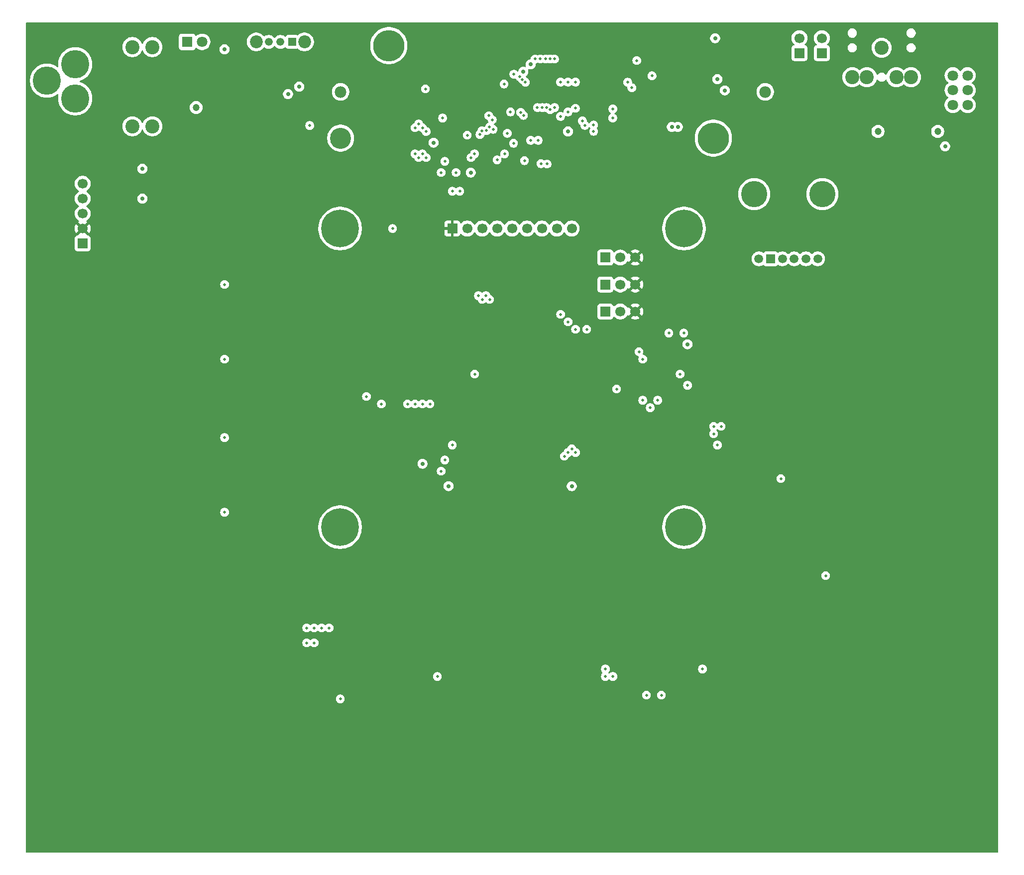
<source format=gbr>
%TF.GenerationSoftware,KiCad,Pcbnew,9.0.1*%
%TF.CreationDate,2025-04-16T22:38:01-05:00*%
%TF.ProjectId,mt,6d742e6b-6963-4616-945f-706362585858,rev?*%
%TF.SameCoordinates,Original*%
%TF.FileFunction,Copper,L3,Inr*%
%TF.FilePolarity,Positive*%
%FSLAX46Y46*%
G04 Gerber Fmt 4.6, Leading zero omitted, Abs format (unit mm)*
G04 Created by KiCad (PCBNEW 9.0.1) date 2025-04-16 22:38:01*
%MOMM*%
%LPD*%
G01*
G04 APERTURE LIST*
%TA.AperFunction,ComponentPad*%
%ADD10R,1.337000X1.337000*%
%TD*%
%TA.AperFunction,ComponentPad*%
%ADD11C,1.337000*%
%TD*%
%TA.AperFunction,ComponentPad*%
%ADD12C,2.190000*%
%TD*%
%TA.AperFunction,ComponentPad*%
%ADD13C,2.400000*%
%TD*%
%TA.AperFunction,ComponentPad*%
%ADD14R,1.700000X1.700000*%
%TD*%
%TA.AperFunction,ComponentPad*%
%ADD15C,1.700000*%
%TD*%
%TA.AperFunction,ComponentPad*%
%ADD16R,1.500000X1.500000*%
%TD*%
%TA.AperFunction,ComponentPad*%
%ADD17C,1.500000*%
%TD*%
%TA.AperFunction,ComponentPad*%
%ADD18C,4.455000*%
%TD*%
%TA.AperFunction,ComponentPad*%
%ADD19C,0.800000*%
%TD*%
%TA.AperFunction,ComponentPad*%
%ADD20C,6.400000*%
%TD*%
%TA.AperFunction,ComponentPad*%
%ADD21C,1.800000*%
%TD*%
%TA.AperFunction,ComponentPad*%
%ADD22C,4.800000*%
%TD*%
%TA.AperFunction,ComponentPad*%
%ADD23R,1.800000X1.800000*%
%TD*%
%TA.AperFunction,ComponentPad*%
%ADD24C,1.980000*%
%TD*%
%TA.AperFunction,ComponentPad*%
%ADD25C,5.325000*%
%TD*%
%TA.AperFunction,ComponentPad*%
%ADD26C,3.585000*%
%TD*%
%TA.AperFunction,ViaPad*%
%ADD27C,0.500000*%
%TD*%
%TA.AperFunction,ViaPad*%
%ADD28C,0.700000*%
%TD*%
%TA.AperFunction,ViaPad*%
%ADD29C,1.200000*%
%TD*%
G04 APERTURE END LIST*
D10*
%TO.N,unconnected-(S1-Pad1)*%
%TO.C,S1*%
X94054000Y-21590000D03*
D11*
%TO.N,Net-(IC3-EN)*%
X92054000Y-21590000D03*
%TO.N,CELL+*%
X90054000Y-21590000D03*
D12*
%TO.N,unconnected-(S1-MH1-Pad4)*%
X96154000Y-21590000D03*
%TO.N,unconnected-(S1-MH2-Pad5)*%
X87954000Y-21590000D03*
%TD*%
D13*
%TO.N,Net-(J1-POWER)*%
%TO.C,J2*%
X70280000Y-22475000D03*
%TO.N,Net-(D1-A)*%
X70280000Y-35945000D03*
%TO.N,Net-(J1-POWER)*%
X66880000Y-22475000D03*
%TO.N,Net-(D1-A)*%
X66880000Y-35945000D03*
%TD*%
D14*
%TO.N,VDD*%
%TO.C,J5*%
X121285000Y-53340000D03*
D15*
%TO.N,unconnected-(J5-Pin_2-Pad2)*%
X123825000Y-53340000D03*
%TO.N,GND*%
X126365000Y-53340000D03*
%TO.N,SPI0_SCK*%
X128905000Y-53340000D03*
%TO.N,SPI0_PICO*%
X131445000Y-53340000D03*
%TO.N,SPI0_CS0*%
X133985000Y-53340000D03*
%TO.N,Net-(J5-Pin_7)*%
X136525000Y-53340000D03*
%TO.N,Net-(J5-Pin_8)*%
X139065000Y-53340000D03*
%TO.N,Net-(J5-Pin_9)*%
X141605000Y-53340000D03*
%TD*%
D14*
%TO.N,GND*%
%TO.C,J7*%
X147320000Y-62865000D03*
D15*
%TO.N,Net-(J5-Pin_8)*%
X149860000Y-62865000D03*
%TO.N,VDD*%
X152400000Y-62865000D03*
%TD*%
D14*
%TO.N,GND*%
%TO.C,J6*%
X147320000Y-67455000D03*
D15*
%TO.N,Net-(J5-Pin_7)*%
X149860000Y-67455000D03*
%TO.N,VDD*%
X152400000Y-67455000D03*
%TD*%
D16*
%TO.N,DACL*%
%TO.C,VR2*%
X175435000Y-58490000D03*
D17*
%TO.N,Net-(C9-Pad1)*%
X173435000Y-58490000D03*
%TO.N,unconnected-(VR2-PadA3)*%
X183435000Y-58490000D03*
%TO.N,Net-(C10-Pad1)*%
X177435000Y-58490000D03*
%TO.N,DACR*%
X179435000Y-58490000D03*
%TO.N,unconnected-(VR2-PadB3)*%
X181435000Y-58490000D03*
D18*
%TO.N,unconnected-(VR2-PadMH1)*%
X172635000Y-47490000D03*
%TO.N,unconnected-(VR2-PadMH2)*%
X184235000Y-47490000D03*
%TD*%
D19*
%TO.N,GND*%
%TO.C,H1*%
X99795000Y-53340000D03*
X100497944Y-51642944D03*
X100497944Y-55037056D03*
X102195000Y-50940000D03*
D20*
X102195000Y-53340000D03*
D19*
X102195000Y-55740000D03*
X103892056Y-51642944D03*
X103892056Y-55037056D03*
X104595000Y-53340000D03*
%TD*%
D13*
%TO.N,GND*%
%TO.C,J3*%
X194310000Y-22595000D03*
%TO.N,Net-(J3-TIP)*%
X189310000Y-27595000D03*
%TO.N,Net-(J3-RING)*%
X199310000Y-27595000D03*
%TO.N,unconnected-(J3-TIP_SWITCH-Pad4)*%
X191810000Y-27595000D03*
%TO.N,unconnected-(J3-NP-Pad5)*%
X196810000Y-27595000D03*
%TD*%
D14*
%TO.N,GND*%
%TO.C,J8*%
X147320000Y-58275000D03*
D15*
%TO.N,Net-(J5-Pin_9)*%
X149860000Y-58275000D03*
%TO.N,VDD*%
X152400000Y-58275000D03*
%TD*%
D21*
%TO.N,RV1A*%
%TO.C,VR1*%
X206415000Y-32305000D03*
%TO.N,L*%
X206415000Y-29805000D03*
%TO.N,unconnected-(VR1-CW_1-Pad3)*%
X206415000Y-27305000D03*
%TO.N,RV2A*%
X208915000Y-32305000D03*
%TO.N,R*%
X208915000Y-29805000D03*
%TO.N,unconnected-(VR1-CW_2-Pad6)*%
X208915000Y-27305000D03*
%TD*%
D19*
%TO.N,GND*%
%TO.C,H3*%
X99795000Y-104140000D03*
X100497944Y-102442944D03*
X100497944Y-105837056D03*
X102195000Y-101740000D03*
D20*
X102195000Y-104140000D03*
D19*
X102195000Y-106540000D03*
X103892056Y-102442944D03*
X103892056Y-105837056D03*
X104595000Y-104140000D03*
%TD*%
%TO.N,GND*%
%TO.C,H2*%
X158295000Y-53340000D03*
X158997944Y-51642944D03*
X158997944Y-55037056D03*
X160695000Y-50940000D03*
D20*
X160695000Y-53340000D03*
D19*
X160695000Y-55740000D03*
X162392056Y-51642944D03*
X162392056Y-55037056D03*
X163095000Y-53340000D03*
%TD*%
D14*
%TO.N,GND*%
%TO.C,J10*%
X180340000Y-23495000D03*
D15*
%TO.N,Net-(IC2-VSS)*%
X180340000Y-20955000D03*
%TD*%
D22*
%TO.N,Net-(J1-POWER)*%
%TO.C,J1*%
X57150000Y-31200000D03*
%TO.N,GND*%
X57150000Y-25400000D03*
X52350000Y-28200000D03*
%TD*%
D19*
%TO.N,GND*%
%TO.C,H4*%
X158295000Y-104140000D03*
X158997944Y-102442944D03*
X158997944Y-105837056D03*
X160695000Y-101740000D03*
D20*
X160695000Y-104140000D03*
D19*
X160695000Y-106540000D03*
X162392056Y-102442944D03*
X162392056Y-105837056D03*
X163095000Y-104140000D03*
%TD*%
D23*
%TO.N,Net-(D1-K)*%
%TO.C,D1*%
X76200000Y-21590000D03*
D21*
%TO.N,Net-(D1-A)*%
X78740000Y-21590000D03*
%TD*%
D14*
%TO.N,GND*%
%TO.C,J9*%
X184150000Y-23495000D03*
D15*
%TO.N,Net-(IC2-VSS)*%
X184150000Y-20955000D03*
%TD*%
D14*
%TO.N,GND*%
%TO.C,J4*%
X58420000Y-55880000D03*
D15*
%TO.N,VDD*%
X58420000Y-53340000D03*
%TO.N,NRST*%
X58420000Y-50800000D03*
%TO.N,SWDIO*%
X58420000Y-48260000D03*
%TO.N,SWCLK*%
X58420000Y-45720000D03*
%TD*%
D24*
%TO.N,CELL+*%
%TO.C,U1*%
X102290000Y-30095000D03*
%TO.N,Net-(IC2-VSS)*%
X174510000Y-30095000D03*
D25*
%TO.N,unconnected-(U1-PadMH1)*%
X165690000Y-37965000D03*
D26*
%TO.N,unconnected-(U1-PadMH2)*%
X102290000Y-37965000D03*
D25*
%TO.N,unconnected-(U1-PadMH3)*%
X110490000Y-22225000D03*
%TD*%
D27*
%TO.N,I{slash}O0*%
X133395223Y-34085583D03*
X133723091Y-28455454D03*
%TO.N,I{slash}O3*%
X128079500Y-34836045D03*
X134612091Y-38336454D03*
%TO.N,E2_2*%
X139700000Y-67945000D03*
X116205000Y-40640000D03*
X140970000Y-91440000D03*
X116205000Y-36195000D03*
%TO.N,A8*%
X143420091Y-35034454D03*
X145322091Y-35725045D03*
%TO.N,Ex_1*%
X121920000Y-43815000D03*
X184785000Y-112395000D03*
%TO.N,A5*%
X137317395Y-32763454D03*
X137152091Y-24493454D03*
%TO.N,A2*%
X142232091Y-28430454D03*
X142232091Y-32875454D03*
%TO.N,I{slash}O6*%
X136368091Y-42296454D03*
X127627091Y-36050454D03*
%TO.N,A3*%
X138676091Y-24493454D03*
X138676091Y-32763454D03*
%TO.N,I{slash}O2*%
X132719782Y-27479226D03*
X131183091Y-33510454D03*
%TO.N,A9*%
X143821091Y-35796454D03*
X145322090Y-36811171D03*
%TO.N,SPI0_SCK*%
X128905000Y-41656000D03*
X125984000Y-37338000D03*
%TO.N,E1_2*%
X127635000Y-65405000D03*
X119380000Y-94615000D03*
%TO.N,E0_2*%
X124460000Y-41275000D03*
X111125000Y-53340000D03*
%TO.N,I{slash}O1*%
X133214758Y-27974204D03*
X132919091Y-33572454D03*
%TO.N,E1_0*%
X122555000Y-46990000D03*
X125072091Y-40640000D03*
X121285000Y-90170000D03*
X126365000Y-65405000D03*
%TO.N,E2_0*%
X114935000Y-36195000D03*
X114935000Y-40640000D03*
X142240000Y-91440000D03*
X142240000Y-70485000D03*
%TO.N,A4*%
X137914091Y-24493454D03*
X137914091Y-33129454D03*
%TO.N,A13*%
X148590000Y-32994545D03*
X148574182Y-34534363D03*
%TO.N,E0_0*%
X119380000Y-43815000D03*
X109220000Y-83185000D03*
%TO.N,A14*%
X151828500Y-29390863D03*
X151118416Y-28455454D03*
%TO.N,I{slash}O4*%
X127500091Y-34145454D03*
X135882091Y-38336454D03*
%TO.N,E3_0*%
X116840000Y-41275000D03*
X144145000Y-70485000D03*
X156210000Y-82550000D03*
X116840000Y-36830000D03*
%TO.N,E3_1*%
X125730000Y-64770000D03*
X125095000Y-78105000D03*
%TO.N,SPI0_CS0*%
X119634000Y-34544000D03*
%TO.N,SPI0_PICO*%
X130175000Y-40640000D03*
X126323951Y-36726088D03*
%TO.N,E0_1*%
X106680000Y-81915000D03*
X120015000Y-41910000D03*
%TO.N,A0*%
X139692091Y-34272454D03*
X139692091Y-28430454D03*
%TO.N,I{slash}O7*%
X137403908Y-42358455D03*
X127119091Y-36685454D03*
%TO.N,E3_2*%
X149225000Y-80645000D03*
X121285000Y-46990000D03*
%TO.N,A1*%
X140962091Y-28430454D03*
X140962091Y-33510454D03*
%TO.N,E2_1*%
X141605000Y-90805000D03*
X140970000Y-69215000D03*
X115570000Y-41275000D03*
X115570000Y-35560000D03*
%TO.N,I{slash}O5*%
X133568650Y-41790095D03*
X128234551Y-36455996D03*
D28*
%TO.N,SWDIO*%
X68580000Y-48260000D03*
X68580000Y-43180000D03*
D27*
%TO.N,E3_GS*%
X160655000Y-71120000D03*
X158115000Y-71120000D03*
%TO.N,VDD*%
X203200000Y-81915000D03*
X166370000Y-142875000D03*
X92075000Y-140970000D03*
X122555000Y-140970000D03*
X70485000Y-129540000D03*
D28*
X142890000Y-88265000D03*
D27*
X158750000Y-33020000D03*
X70485000Y-140970000D03*
X85090000Y-100330000D03*
D28*
X95250000Y-26670000D03*
D27*
X68580000Y-62230000D03*
X206375000Y-112395000D03*
D28*
X189865000Y-40640000D03*
D27*
X183515000Y-140970000D03*
X160655000Y-129540000D03*
X203200000Y-66040000D03*
X68580000Y-74930000D03*
X206375000Y-100965000D03*
D28*
X68580000Y-53975000D03*
D27*
X68580000Y-87630000D03*
X85090000Y-120015000D03*
X137795000Y-140970000D03*
X99695000Y-129540000D03*
X85090000Y-62230000D03*
X186690000Y-81915000D03*
D28*
X208915000Y-41910000D03*
X111125000Y-71755000D03*
D27*
X193040000Y-100965000D03*
X151130000Y-142875000D03*
X85090000Y-74930000D03*
D28*
X153035000Y-46990000D03*
X159385000Y-26670000D03*
X93345000Y-25400000D03*
D27*
X143510000Y-131445000D03*
X68580000Y-100330000D03*
X193040000Y-123825000D03*
D28*
X158750000Y-73025000D03*
D27*
X114935000Y-129540000D03*
D28*
X121935000Y-45085000D03*
X151765000Y-45720000D03*
D27*
X184785000Y-67945000D03*
X173990000Y-131445000D03*
D28*
X121285000Y-88265000D03*
D27*
X107315000Y-140970000D03*
D28*
X202565000Y-39370000D03*
D27*
X181610000Y-110490000D03*
X193040000Y-112395000D03*
X83185000Y-52070000D03*
X85090000Y-87630000D03*
%TO.N,A7*%
X135374091Y-24493454D03*
X135755091Y-32763454D03*
%TO.N,E1_1*%
X120015000Y-92710000D03*
X127000000Y-64770000D03*
%TO.N,A6*%
X136602091Y-32763454D03*
X136263091Y-24493454D03*
%TO.N,A12*%
X131762500Y-27089045D03*
X130095682Y-28755863D03*
%TO.N,~SYNC*%
X155257500Y-27368500D03*
X152654000Y-24765000D03*
%TO.N,RAM_EN*%
X131699000Y-38844454D03*
X130654174Y-37139453D03*
%TO.N,Net-(IC8-2)*%
X82550000Y-88900000D03*
X116205000Y-83185000D03*
%TO.N,Net-(IC8-3)*%
X82550000Y-101600000D03*
X117475000Y-83185000D03*
%TO.N,Net-(IC8-0)*%
X82550000Y-62865000D03*
X113665000Y-83185000D03*
%TO.N,Net-(IC8-1)*%
X82550000Y-75565000D03*
X114935000Y-83185000D03*
%TO.N,Net-(IC9-7)*%
X100330000Y-121285000D03*
X118745000Y-129540000D03*
%TO.N,Net-(IC9-6)*%
X102235000Y-133350000D03*
X99060000Y-121285000D03*
%TO.N,Net-(IC9-5)*%
X97790000Y-123825000D03*
X97790000Y-121285000D03*
%TO.N,Net-(IC9-4)*%
X96520000Y-121285000D03*
X96520000Y-123825000D03*
D29*
%TO.N,L*%
X193675000Y-36830000D03*
%TO.N,R*%
X203835000Y-36830000D03*
D28*
%TO.N,DACR*%
X159639000Y-36068000D03*
%TO.N,DACL*%
X158623000Y-36068000D03*
D27*
%TO.N,GND*%
X123825000Y-37465000D03*
D28*
X82550000Y-22860000D03*
X140970000Y-36830000D03*
X167640000Y-29845000D03*
X141605000Y-97155000D03*
X161290000Y-73025000D03*
X124422091Y-43815000D03*
X166370000Y-27940000D03*
X134604872Y-25422707D03*
X93345000Y-30480000D03*
X133369782Y-26670000D03*
X95250000Y-29210000D03*
X116220000Y-93345000D03*
X205105000Y-39370000D03*
X118110000Y-38735000D03*
X120650000Y-97155000D03*
D29*
%TO.N,CELL+*%
X77724000Y-32766000D03*
D28*
X165989000Y-20955000D03*
D27*
%TO.N,VBAT*%
X116713000Y-29591000D03*
X97028000Y-35814000D03*
%TO.N,Net-(IC10-5)*%
X147320000Y-129540000D03*
X156845000Y-132715000D03*
X148590000Y-129540000D03*
X154305000Y-132715000D03*
%TO.N,Net-(IC10-7)*%
X177165000Y-95885000D03*
X140335000Y-92075000D03*
%TO.N,Net-(IC10-6)*%
X147320000Y-128270000D03*
X163830000Y-128270000D03*
%TO.N,Net-(IC11-5)*%
X153670000Y-75565000D03*
X154940000Y-83820000D03*
%TO.N,Net-(IC11-4)*%
X153670000Y-82550000D03*
X153035000Y-74295000D03*
%TO.N,Net-(IC11-0)*%
X165735000Y-86995000D03*
X165735000Y-88265000D03*
%TO.N,Net-(IC11-1)*%
X167005000Y-86995000D03*
X166370000Y-90170000D03*
%TO.N,Net-(IC11-3)*%
X161290000Y-80010000D03*
X160020000Y-78105000D03*
%TD*%
%TA.AperFunction,Conductor*%
%TO.N,VDD*%
G36*
X214072539Y-18300185D02*
G01*
X214118294Y-18352989D01*
X214129500Y-18404500D01*
X214129500Y-159395500D01*
X214109815Y-159462539D01*
X214057011Y-159508294D01*
X214005500Y-159519500D01*
X48884500Y-159519500D01*
X48817461Y-159499815D01*
X48771706Y-159447011D01*
X48760500Y-159395500D01*
X48760500Y-133423920D01*
X101484499Y-133423920D01*
X101513340Y-133568907D01*
X101513343Y-133568917D01*
X101569912Y-133705488D01*
X101569919Y-133705501D01*
X101652048Y-133828415D01*
X101652051Y-133828419D01*
X101756580Y-133932948D01*
X101756584Y-133932951D01*
X101879498Y-134015080D01*
X101879511Y-134015087D01*
X102016082Y-134071656D01*
X102016087Y-134071658D01*
X102016091Y-134071658D01*
X102016092Y-134071659D01*
X102161079Y-134100500D01*
X102161082Y-134100500D01*
X102308920Y-134100500D01*
X102406462Y-134081096D01*
X102453913Y-134071658D01*
X102590495Y-134015084D01*
X102713416Y-133932951D01*
X102817951Y-133828416D01*
X102900084Y-133705495D01*
X102956658Y-133568913D01*
X102982966Y-133436658D01*
X102985500Y-133423920D01*
X102985500Y-133276079D01*
X102956659Y-133131092D01*
X102956658Y-133131091D01*
X102956658Y-133131087D01*
X102931557Y-133070488D01*
X102900087Y-132994511D01*
X102900080Y-132994498D01*
X102817951Y-132871584D01*
X102817948Y-132871580D01*
X102735288Y-132788920D01*
X153554499Y-132788920D01*
X153583340Y-132933907D01*
X153583343Y-132933917D01*
X153639912Y-133070488D01*
X153639919Y-133070501D01*
X153722048Y-133193415D01*
X153722051Y-133193419D01*
X153826580Y-133297948D01*
X153826584Y-133297951D01*
X153949498Y-133380080D01*
X153949511Y-133380087D01*
X154086082Y-133436656D01*
X154086087Y-133436658D01*
X154086091Y-133436658D01*
X154086092Y-133436659D01*
X154231079Y-133465500D01*
X154231082Y-133465500D01*
X154378920Y-133465500D01*
X154476462Y-133446096D01*
X154523913Y-133436658D01*
X154660495Y-133380084D01*
X154783416Y-133297951D01*
X154887951Y-133193416D01*
X154970084Y-133070495D01*
X155026658Y-132933913D01*
X155055500Y-132788920D01*
X156094499Y-132788920D01*
X156123340Y-132933907D01*
X156123343Y-132933917D01*
X156179912Y-133070488D01*
X156179919Y-133070501D01*
X156262048Y-133193415D01*
X156262051Y-133193419D01*
X156366580Y-133297948D01*
X156366584Y-133297951D01*
X156489498Y-133380080D01*
X156489511Y-133380087D01*
X156626082Y-133436656D01*
X156626087Y-133436658D01*
X156626091Y-133436658D01*
X156626092Y-133436659D01*
X156771079Y-133465500D01*
X156771082Y-133465500D01*
X156918920Y-133465500D01*
X157016462Y-133446096D01*
X157063913Y-133436658D01*
X157200495Y-133380084D01*
X157323416Y-133297951D01*
X157427951Y-133193416D01*
X157510084Y-133070495D01*
X157566658Y-132933913D01*
X157595500Y-132788918D01*
X157595500Y-132641082D01*
X157595500Y-132641079D01*
X157566659Y-132496092D01*
X157566658Y-132496091D01*
X157566658Y-132496087D01*
X157566656Y-132496082D01*
X157510087Y-132359511D01*
X157510080Y-132359498D01*
X157427951Y-132236584D01*
X157427948Y-132236580D01*
X157323419Y-132132051D01*
X157323415Y-132132048D01*
X157200501Y-132049919D01*
X157200488Y-132049912D01*
X157063917Y-131993343D01*
X157063907Y-131993340D01*
X156918920Y-131964500D01*
X156918918Y-131964500D01*
X156771082Y-131964500D01*
X156771080Y-131964500D01*
X156626092Y-131993340D01*
X156626082Y-131993343D01*
X156489511Y-132049912D01*
X156489498Y-132049919D01*
X156366584Y-132132048D01*
X156366580Y-132132051D01*
X156262051Y-132236580D01*
X156262048Y-132236584D01*
X156179919Y-132359498D01*
X156179912Y-132359511D01*
X156123343Y-132496082D01*
X156123340Y-132496092D01*
X156094500Y-132641079D01*
X156094500Y-132641082D01*
X156094500Y-132788918D01*
X156094500Y-132788920D01*
X156094499Y-132788920D01*
X155055500Y-132788920D01*
X155055500Y-132788918D01*
X155055500Y-132641082D01*
X155055500Y-132641079D01*
X155026659Y-132496092D01*
X155026658Y-132496091D01*
X155026658Y-132496087D01*
X155026656Y-132496082D01*
X154970087Y-132359511D01*
X154970080Y-132359498D01*
X154887951Y-132236584D01*
X154887948Y-132236580D01*
X154783419Y-132132051D01*
X154783415Y-132132048D01*
X154660501Y-132049919D01*
X154660488Y-132049912D01*
X154523917Y-131993343D01*
X154523907Y-131993340D01*
X154378920Y-131964500D01*
X154378918Y-131964500D01*
X154231082Y-131964500D01*
X154231080Y-131964500D01*
X154086092Y-131993340D01*
X154086082Y-131993343D01*
X153949511Y-132049912D01*
X153949498Y-132049919D01*
X153826584Y-132132048D01*
X153826580Y-132132051D01*
X153722051Y-132236580D01*
X153722048Y-132236584D01*
X153639919Y-132359498D01*
X153639912Y-132359511D01*
X153583343Y-132496082D01*
X153583340Y-132496092D01*
X153554500Y-132641079D01*
X153554500Y-132641082D01*
X153554500Y-132788918D01*
X153554500Y-132788920D01*
X153554499Y-132788920D01*
X102735288Y-132788920D01*
X102713419Y-132767051D01*
X102713411Y-132767045D01*
X102670129Y-132738125D01*
X102670079Y-132738092D01*
X102590501Y-132684919D01*
X102590488Y-132684912D01*
X102453917Y-132628343D01*
X102453907Y-132628340D01*
X102308920Y-132599500D01*
X102308918Y-132599500D01*
X102161082Y-132599500D01*
X102161080Y-132599500D01*
X102016092Y-132628340D01*
X102016082Y-132628343D01*
X101879511Y-132684912D01*
X101879498Y-132684919D01*
X101756584Y-132767048D01*
X101756580Y-132767051D01*
X101652051Y-132871580D01*
X101652048Y-132871584D01*
X101569919Y-132994498D01*
X101569912Y-132994511D01*
X101513343Y-133131082D01*
X101513340Y-133131092D01*
X101484500Y-133276079D01*
X101484500Y-133276082D01*
X101484500Y-133423918D01*
X101484500Y-133423920D01*
X101484499Y-133423920D01*
X48760500Y-133423920D01*
X48760500Y-129613920D01*
X117994499Y-129613920D01*
X118023340Y-129758907D01*
X118023343Y-129758917D01*
X118079912Y-129895488D01*
X118079919Y-129895501D01*
X118162048Y-130018415D01*
X118162051Y-130018419D01*
X118266580Y-130122948D01*
X118266584Y-130122951D01*
X118389498Y-130205080D01*
X118389511Y-130205087D01*
X118526082Y-130261656D01*
X118526087Y-130261658D01*
X118526091Y-130261658D01*
X118526092Y-130261659D01*
X118671079Y-130290500D01*
X118671082Y-130290500D01*
X118818920Y-130290500D01*
X118916462Y-130271096D01*
X118963913Y-130261658D01*
X119100495Y-130205084D01*
X119223416Y-130122951D01*
X119327951Y-130018416D01*
X119410084Y-129895495D01*
X119466658Y-129758913D01*
X119495500Y-129613918D01*
X119495500Y-129466082D01*
X119495500Y-129466079D01*
X119466659Y-129321092D01*
X119466658Y-129321091D01*
X119466658Y-129321087D01*
X119466656Y-129321082D01*
X119410087Y-129184511D01*
X119410080Y-129184498D01*
X119327951Y-129061584D01*
X119327948Y-129061580D01*
X119223419Y-128957051D01*
X119223415Y-128957048D01*
X119100501Y-128874919D01*
X119100488Y-128874912D01*
X118963917Y-128818343D01*
X118963907Y-128818340D01*
X118818920Y-128789500D01*
X118818918Y-128789500D01*
X118671082Y-128789500D01*
X118671080Y-128789500D01*
X118526092Y-128818340D01*
X118526082Y-128818343D01*
X118389511Y-128874912D01*
X118389498Y-128874919D01*
X118266584Y-128957048D01*
X118266580Y-128957051D01*
X118162051Y-129061580D01*
X118162048Y-129061584D01*
X118079919Y-129184498D01*
X118079912Y-129184511D01*
X118023343Y-129321082D01*
X118023340Y-129321092D01*
X117994500Y-129466079D01*
X117994500Y-129466082D01*
X117994500Y-129613918D01*
X117994500Y-129613920D01*
X117994499Y-129613920D01*
X48760500Y-129613920D01*
X48760500Y-128343920D01*
X146569499Y-128343920D01*
X146598340Y-128488907D01*
X146598343Y-128488917D01*
X146654912Y-128625488D01*
X146654919Y-128625501D01*
X146737048Y-128748415D01*
X146737051Y-128748419D01*
X146805951Y-128817319D01*
X146839436Y-128878642D01*
X146834452Y-128948334D01*
X146805951Y-128992681D01*
X146737051Y-129061580D01*
X146737048Y-129061584D01*
X146654919Y-129184498D01*
X146654912Y-129184511D01*
X146598343Y-129321082D01*
X146598340Y-129321092D01*
X146569500Y-129466079D01*
X146569500Y-129466082D01*
X146569500Y-129613918D01*
X146569500Y-129613920D01*
X146569499Y-129613920D01*
X146598340Y-129758907D01*
X146598343Y-129758917D01*
X146654912Y-129895488D01*
X146654919Y-129895501D01*
X146737048Y-130018415D01*
X146737051Y-130018419D01*
X146841580Y-130122948D01*
X146841584Y-130122951D01*
X146964498Y-130205080D01*
X146964511Y-130205087D01*
X147101082Y-130261656D01*
X147101087Y-130261658D01*
X147101091Y-130261658D01*
X147101092Y-130261659D01*
X147246079Y-130290500D01*
X147246082Y-130290500D01*
X147393920Y-130290500D01*
X147491462Y-130271096D01*
X147538913Y-130261658D01*
X147675495Y-130205084D01*
X147798416Y-130122951D01*
X147798419Y-130122948D01*
X147867319Y-130054049D01*
X147928642Y-130020564D01*
X147998334Y-130025548D01*
X148042681Y-130054049D01*
X148111580Y-130122948D01*
X148111584Y-130122951D01*
X148234498Y-130205080D01*
X148234511Y-130205087D01*
X148371082Y-130261656D01*
X148371087Y-130261658D01*
X148371091Y-130261658D01*
X148371092Y-130261659D01*
X148516079Y-130290500D01*
X148516082Y-130290500D01*
X148663920Y-130290500D01*
X148761462Y-130271096D01*
X148808913Y-130261658D01*
X148945495Y-130205084D01*
X149068416Y-130122951D01*
X149172951Y-130018416D01*
X149255084Y-129895495D01*
X149311658Y-129758913D01*
X149340500Y-129613918D01*
X149340500Y-129466082D01*
X149340500Y-129466079D01*
X149311659Y-129321092D01*
X149311658Y-129321091D01*
X149311658Y-129321087D01*
X149311656Y-129321082D01*
X149255087Y-129184511D01*
X149255080Y-129184498D01*
X149172951Y-129061584D01*
X149172948Y-129061580D01*
X149068419Y-128957051D01*
X149068415Y-128957048D01*
X148945501Y-128874919D01*
X148945488Y-128874912D01*
X148808917Y-128818343D01*
X148808907Y-128818340D01*
X148663920Y-128789500D01*
X148663918Y-128789500D01*
X148516082Y-128789500D01*
X148516080Y-128789500D01*
X148371092Y-128818340D01*
X148371082Y-128818343D01*
X148234511Y-128874912D01*
X148234498Y-128874919D01*
X148111584Y-128957048D01*
X148111580Y-128957051D01*
X148042681Y-129025951D01*
X148034735Y-129030289D01*
X148029310Y-129037537D01*
X148004550Y-129046771D01*
X147981358Y-129059436D01*
X147972328Y-129058790D01*
X147963846Y-129061954D01*
X147938025Y-129056337D01*
X147911666Y-129054452D01*
X147902612Y-129048633D01*
X147895573Y-129047102D01*
X147867319Y-129025951D01*
X147834049Y-128992681D01*
X147800564Y-128931358D01*
X147805548Y-128861666D01*
X147834049Y-128817319D01*
X147902948Y-128748419D01*
X147902951Y-128748416D01*
X147985084Y-128625495D01*
X148041658Y-128488913D01*
X148070500Y-128343920D01*
X163079499Y-128343920D01*
X163108340Y-128488907D01*
X163108343Y-128488917D01*
X163164912Y-128625488D01*
X163164919Y-128625501D01*
X163247048Y-128748415D01*
X163247051Y-128748419D01*
X163351580Y-128852948D01*
X163351584Y-128852951D01*
X163474498Y-128935080D01*
X163474511Y-128935087D01*
X163611082Y-128991656D01*
X163611087Y-128991658D01*
X163611091Y-128991658D01*
X163611092Y-128991659D01*
X163756079Y-129020500D01*
X163756082Y-129020500D01*
X163903920Y-129020500D01*
X164001462Y-129001096D01*
X164048913Y-128991658D01*
X164185495Y-128935084D01*
X164308416Y-128852951D01*
X164412951Y-128748416D01*
X164495084Y-128625495D01*
X164551658Y-128488913D01*
X164580500Y-128343918D01*
X164580500Y-128196082D01*
X164580500Y-128196079D01*
X164551659Y-128051092D01*
X164551658Y-128051091D01*
X164551658Y-128051087D01*
X164551656Y-128051082D01*
X164495087Y-127914511D01*
X164495080Y-127914498D01*
X164412951Y-127791584D01*
X164412948Y-127791580D01*
X164308419Y-127687051D01*
X164308415Y-127687048D01*
X164185501Y-127604919D01*
X164185488Y-127604912D01*
X164048917Y-127548343D01*
X164048907Y-127548340D01*
X163903920Y-127519500D01*
X163903918Y-127519500D01*
X163756082Y-127519500D01*
X163756080Y-127519500D01*
X163611092Y-127548340D01*
X163611082Y-127548343D01*
X163474511Y-127604912D01*
X163474498Y-127604919D01*
X163351584Y-127687048D01*
X163351580Y-127687051D01*
X163247051Y-127791580D01*
X163247048Y-127791584D01*
X163164919Y-127914498D01*
X163164912Y-127914511D01*
X163108343Y-128051082D01*
X163108340Y-128051092D01*
X163079500Y-128196079D01*
X163079500Y-128196082D01*
X163079500Y-128343918D01*
X163079500Y-128343920D01*
X163079499Y-128343920D01*
X148070500Y-128343920D01*
X148070500Y-128343918D01*
X148070500Y-128196082D01*
X148070500Y-128196079D01*
X148041659Y-128051092D01*
X148041658Y-128051091D01*
X148041658Y-128051087D01*
X148041656Y-128051082D01*
X147985087Y-127914511D01*
X147985080Y-127914498D01*
X147902951Y-127791584D01*
X147902948Y-127791580D01*
X147798419Y-127687051D01*
X147798415Y-127687048D01*
X147675501Y-127604919D01*
X147675488Y-127604912D01*
X147538917Y-127548343D01*
X147538907Y-127548340D01*
X147393920Y-127519500D01*
X147393918Y-127519500D01*
X147246082Y-127519500D01*
X147246080Y-127519500D01*
X147101092Y-127548340D01*
X147101082Y-127548343D01*
X146964511Y-127604912D01*
X146964498Y-127604919D01*
X146841584Y-127687048D01*
X146841580Y-127687051D01*
X146737051Y-127791580D01*
X146737048Y-127791584D01*
X146654919Y-127914498D01*
X146654912Y-127914511D01*
X146598343Y-128051082D01*
X146598340Y-128051092D01*
X146569500Y-128196079D01*
X146569500Y-128196082D01*
X146569500Y-128343918D01*
X146569500Y-128343920D01*
X146569499Y-128343920D01*
X48760500Y-128343920D01*
X48760500Y-123898920D01*
X95769499Y-123898920D01*
X95798340Y-124043907D01*
X95798343Y-124043917D01*
X95854912Y-124180488D01*
X95854919Y-124180501D01*
X95937048Y-124303415D01*
X95937051Y-124303419D01*
X96041580Y-124407948D01*
X96041584Y-124407951D01*
X96164498Y-124490080D01*
X96164511Y-124490087D01*
X96301082Y-124546656D01*
X96301087Y-124546658D01*
X96301091Y-124546658D01*
X96301092Y-124546659D01*
X96446079Y-124575500D01*
X96446082Y-124575500D01*
X96593920Y-124575500D01*
X96691462Y-124556096D01*
X96738913Y-124546658D01*
X96875495Y-124490084D01*
X96998416Y-124407951D01*
X96998419Y-124407948D01*
X97067319Y-124339049D01*
X97128642Y-124305564D01*
X97198334Y-124310548D01*
X97242681Y-124339049D01*
X97311580Y-124407948D01*
X97311584Y-124407951D01*
X97434498Y-124490080D01*
X97434511Y-124490087D01*
X97571082Y-124546656D01*
X97571087Y-124546658D01*
X97571091Y-124546658D01*
X97571092Y-124546659D01*
X97716079Y-124575500D01*
X97716082Y-124575500D01*
X97863920Y-124575500D01*
X97961462Y-124556096D01*
X98008913Y-124546658D01*
X98145495Y-124490084D01*
X98268416Y-124407951D01*
X98372951Y-124303416D01*
X98455084Y-124180495D01*
X98511658Y-124043913D01*
X98540500Y-123898918D01*
X98540500Y-123751082D01*
X98540500Y-123751079D01*
X98511659Y-123606092D01*
X98511658Y-123606091D01*
X98511658Y-123606087D01*
X98511656Y-123606082D01*
X98455087Y-123469511D01*
X98455080Y-123469498D01*
X98372951Y-123346584D01*
X98372948Y-123346580D01*
X98268419Y-123242051D01*
X98268415Y-123242048D01*
X98145501Y-123159919D01*
X98145488Y-123159912D01*
X98008917Y-123103343D01*
X98008907Y-123103340D01*
X97863920Y-123074500D01*
X97863918Y-123074500D01*
X97716082Y-123074500D01*
X97716080Y-123074500D01*
X97571092Y-123103340D01*
X97571082Y-123103343D01*
X97434511Y-123159912D01*
X97434498Y-123159919D01*
X97311584Y-123242048D01*
X97311580Y-123242051D01*
X97242681Y-123310951D01*
X97181358Y-123344436D01*
X97111666Y-123339452D01*
X97067319Y-123310951D01*
X96998419Y-123242051D01*
X96998415Y-123242048D01*
X96875501Y-123159919D01*
X96875488Y-123159912D01*
X96738917Y-123103343D01*
X96738907Y-123103340D01*
X96593920Y-123074500D01*
X96593918Y-123074500D01*
X96446082Y-123074500D01*
X96446080Y-123074500D01*
X96301092Y-123103340D01*
X96301082Y-123103343D01*
X96164511Y-123159912D01*
X96164498Y-123159919D01*
X96041584Y-123242048D01*
X96041580Y-123242051D01*
X95937051Y-123346580D01*
X95937048Y-123346584D01*
X95854919Y-123469498D01*
X95854912Y-123469511D01*
X95798343Y-123606082D01*
X95798340Y-123606092D01*
X95769500Y-123751079D01*
X95769500Y-123751082D01*
X95769500Y-123898918D01*
X95769500Y-123898920D01*
X95769499Y-123898920D01*
X48760500Y-123898920D01*
X48760500Y-121358920D01*
X95769499Y-121358920D01*
X95798340Y-121503907D01*
X95798343Y-121503917D01*
X95854912Y-121640488D01*
X95854919Y-121640501D01*
X95937048Y-121763415D01*
X95937051Y-121763419D01*
X96041580Y-121867948D01*
X96041584Y-121867951D01*
X96164498Y-121950080D01*
X96164511Y-121950087D01*
X96301082Y-122006656D01*
X96301087Y-122006658D01*
X96301091Y-122006658D01*
X96301092Y-122006659D01*
X96446079Y-122035500D01*
X96446082Y-122035500D01*
X96593920Y-122035500D01*
X96691462Y-122016096D01*
X96738913Y-122006658D01*
X96875495Y-121950084D01*
X96998416Y-121867951D01*
X96998419Y-121867948D01*
X97067319Y-121799049D01*
X97128642Y-121765564D01*
X97198334Y-121770548D01*
X97242681Y-121799049D01*
X97311580Y-121867948D01*
X97311584Y-121867951D01*
X97434498Y-121950080D01*
X97434511Y-121950087D01*
X97571082Y-122006656D01*
X97571087Y-122006658D01*
X97571091Y-122006658D01*
X97571092Y-122006659D01*
X97716079Y-122035500D01*
X97716082Y-122035500D01*
X97863920Y-122035500D01*
X97961462Y-122016096D01*
X98008913Y-122006658D01*
X98145495Y-121950084D01*
X98268416Y-121867951D01*
X98268419Y-121867948D01*
X98337319Y-121799049D01*
X98398642Y-121765564D01*
X98468334Y-121770548D01*
X98512681Y-121799049D01*
X98581580Y-121867948D01*
X98581584Y-121867951D01*
X98704498Y-121950080D01*
X98704511Y-121950087D01*
X98841082Y-122006656D01*
X98841087Y-122006658D01*
X98841091Y-122006658D01*
X98841092Y-122006659D01*
X98986079Y-122035500D01*
X98986082Y-122035500D01*
X99133920Y-122035500D01*
X99231462Y-122016096D01*
X99278913Y-122006658D01*
X99415495Y-121950084D01*
X99538416Y-121867951D01*
X99538419Y-121867948D01*
X99607319Y-121799049D01*
X99668642Y-121765564D01*
X99738334Y-121770548D01*
X99782681Y-121799049D01*
X99851580Y-121867948D01*
X99851584Y-121867951D01*
X99974498Y-121950080D01*
X99974511Y-121950087D01*
X100111082Y-122006656D01*
X100111087Y-122006658D01*
X100111091Y-122006658D01*
X100111092Y-122006659D01*
X100256079Y-122035500D01*
X100256082Y-122035500D01*
X100403920Y-122035500D01*
X100501462Y-122016096D01*
X100548913Y-122006658D01*
X100685495Y-121950084D01*
X100808416Y-121867951D01*
X100912951Y-121763416D01*
X100995084Y-121640495D01*
X101051658Y-121503913D01*
X101080500Y-121358918D01*
X101080500Y-121211082D01*
X101080500Y-121211079D01*
X101051659Y-121066092D01*
X101051658Y-121066091D01*
X101051658Y-121066087D01*
X101051656Y-121066082D01*
X100995087Y-120929511D01*
X100995080Y-120929498D01*
X100912951Y-120806584D01*
X100912948Y-120806580D01*
X100808419Y-120702051D01*
X100808415Y-120702048D01*
X100685501Y-120619919D01*
X100685488Y-120619912D01*
X100548917Y-120563343D01*
X100548907Y-120563340D01*
X100403920Y-120534500D01*
X100403918Y-120534500D01*
X100256082Y-120534500D01*
X100256080Y-120534500D01*
X100111092Y-120563340D01*
X100111082Y-120563343D01*
X99974511Y-120619912D01*
X99974498Y-120619919D01*
X99851584Y-120702048D01*
X99851580Y-120702051D01*
X99782681Y-120770951D01*
X99721358Y-120804436D01*
X99651666Y-120799452D01*
X99607319Y-120770951D01*
X99538419Y-120702051D01*
X99538415Y-120702048D01*
X99415501Y-120619919D01*
X99415488Y-120619912D01*
X99278917Y-120563343D01*
X99278907Y-120563340D01*
X99133920Y-120534500D01*
X99133918Y-120534500D01*
X98986082Y-120534500D01*
X98986080Y-120534500D01*
X98841092Y-120563340D01*
X98841082Y-120563343D01*
X98704511Y-120619912D01*
X98704498Y-120619919D01*
X98581584Y-120702048D01*
X98581580Y-120702051D01*
X98512681Y-120770951D01*
X98451358Y-120804436D01*
X98381666Y-120799452D01*
X98337319Y-120770951D01*
X98268419Y-120702051D01*
X98268415Y-120702048D01*
X98145501Y-120619919D01*
X98145488Y-120619912D01*
X98008917Y-120563343D01*
X98008907Y-120563340D01*
X97863920Y-120534500D01*
X97863918Y-120534500D01*
X97716082Y-120534500D01*
X97716080Y-120534500D01*
X97571092Y-120563340D01*
X97571082Y-120563343D01*
X97434511Y-120619912D01*
X97434498Y-120619919D01*
X97311584Y-120702048D01*
X97311580Y-120702051D01*
X97242681Y-120770951D01*
X97181358Y-120804436D01*
X97111666Y-120799452D01*
X97067319Y-120770951D01*
X96998419Y-120702051D01*
X96998415Y-120702048D01*
X96875501Y-120619919D01*
X96875488Y-120619912D01*
X96738917Y-120563343D01*
X96738907Y-120563340D01*
X96593920Y-120534500D01*
X96593918Y-120534500D01*
X96446082Y-120534500D01*
X96446080Y-120534500D01*
X96301092Y-120563340D01*
X96301082Y-120563343D01*
X96164511Y-120619912D01*
X96164498Y-120619919D01*
X96041584Y-120702048D01*
X96041580Y-120702051D01*
X95937051Y-120806580D01*
X95937048Y-120806584D01*
X95854919Y-120929498D01*
X95854912Y-120929511D01*
X95798343Y-121066082D01*
X95798340Y-121066092D01*
X95769500Y-121211079D01*
X95769500Y-121211082D01*
X95769500Y-121358918D01*
X95769500Y-121358920D01*
X95769499Y-121358920D01*
X48760500Y-121358920D01*
X48760500Y-112468920D01*
X184034499Y-112468920D01*
X184063340Y-112613907D01*
X184063343Y-112613917D01*
X184119912Y-112750488D01*
X184119919Y-112750501D01*
X184202048Y-112873415D01*
X184202051Y-112873419D01*
X184306580Y-112977948D01*
X184306584Y-112977951D01*
X184429498Y-113060080D01*
X184429511Y-113060087D01*
X184566082Y-113116656D01*
X184566087Y-113116658D01*
X184566091Y-113116658D01*
X184566092Y-113116659D01*
X184711079Y-113145500D01*
X184711082Y-113145500D01*
X184858920Y-113145500D01*
X184956462Y-113126096D01*
X185003913Y-113116658D01*
X185140495Y-113060084D01*
X185263416Y-112977951D01*
X185367951Y-112873416D01*
X185450084Y-112750495D01*
X185506658Y-112613913D01*
X185535500Y-112468918D01*
X185535500Y-112321082D01*
X185535500Y-112321079D01*
X185506659Y-112176092D01*
X185506658Y-112176091D01*
X185506658Y-112176087D01*
X185506656Y-112176082D01*
X185450087Y-112039511D01*
X185450080Y-112039498D01*
X185367951Y-111916584D01*
X185367948Y-111916580D01*
X185263419Y-111812051D01*
X185263415Y-111812048D01*
X185140501Y-111729919D01*
X185140488Y-111729912D01*
X185003917Y-111673343D01*
X185003907Y-111673340D01*
X184858920Y-111644500D01*
X184858918Y-111644500D01*
X184711082Y-111644500D01*
X184711080Y-111644500D01*
X184566092Y-111673340D01*
X184566082Y-111673343D01*
X184429511Y-111729912D01*
X184429498Y-111729919D01*
X184306584Y-111812048D01*
X184306580Y-111812051D01*
X184202051Y-111916580D01*
X184202048Y-111916584D01*
X184119919Y-112039498D01*
X184119912Y-112039511D01*
X184063343Y-112176082D01*
X184063340Y-112176092D01*
X184034500Y-112321079D01*
X184034500Y-112321082D01*
X184034500Y-112468918D01*
X184034500Y-112468920D01*
X184034499Y-112468920D01*
X48760500Y-112468920D01*
X48760500Y-103958209D01*
X98494500Y-103958209D01*
X98494500Y-104321790D01*
X98530137Y-104683630D01*
X98601064Y-105040212D01*
X98601067Y-105040223D01*
X98706614Y-105388165D01*
X98845754Y-105724078D01*
X98845756Y-105724083D01*
X99017140Y-106044720D01*
X99017151Y-106044738D01*
X99219140Y-106347035D01*
X99219150Y-106347049D01*
X99449807Y-106628106D01*
X99706893Y-106885192D01*
X99706898Y-106885196D01*
X99706899Y-106885197D01*
X99987956Y-107115854D01*
X100290268Y-107317853D01*
X100290277Y-107317858D01*
X100290279Y-107317859D01*
X100610916Y-107489243D01*
X100610918Y-107489243D01*
X100610924Y-107489247D01*
X100946836Y-107628386D01*
X101294767Y-107733930D01*
X101294773Y-107733931D01*
X101294776Y-107733932D01*
X101294787Y-107733935D01*
X101651369Y-107804862D01*
X102013206Y-107840500D01*
X102013209Y-107840500D01*
X102376791Y-107840500D01*
X102376794Y-107840500D01*
X102738631Y-107804862D01*
X102808045Y-107791054D01*
X103095212Y-107733935D01*
X103095223Y-107733932D01*
X103095223Y-107733931D01*
X103095233Y-107733930D01*
X103443164Y-107628386D01*
X103779076Y-107489247D01*
X104099732Y-107317853D01*
X104402044Y-107115854D01*
X104683101Y-106885197D01*
X104940197Y-106628101D01*
X105170854Y-106347044D01*
X105372853Y-106044732D01*
X105544247Y-105724076D01*
X105683386Y-105388164D01*
X105788930Y-105040233D01*
X105788932Y-105040223D01*
X105788935Y-105040212D01*
X105859862Y-104683630D01*
X105895500Y-104321790D01*
X105895500Y-103958209D01*
X156994500Y-103958209D01*
X156994500Y-104321790D01*
X157030137Y-104683630D01*
X157101064Y-105040212D01*
X157101067Y-105040223D01*
X157206614Y-105388165D01*
X157345754Y-105724078D01*
X157345756Y-105724083D01*
X157517140Y-106044720D01*
X157517151Y-106044738D01*
X157719140Y-106347035D01*
X157719150Y-106347049D01*
X157949807Y-106628106D01*
X158206893Y-106885192D01*
X158206898Y-106885196D01*
X158206899Y-106885197D01*
X158487956Y-107115854D01*
X158790268Y-107317853D01*
X158790277Y-107317858D01*
X158790279Y-107317859D01*
X159110916Y-107489243D01*
X159110918Y-107489243D01*
X159110924Y-107489247D01*
X159446836Y-107628386D01*
X159794767Y-107733930D01*
X159794773Y-107733931D01*
X159794776Y-107733932D01*
X159794787Y-107733935D01*
X160151369Y-107804862D01*
X160513206Y-107840500D01*
X160513209Y-107840500D01*
X160876791Y-107840500D01*
X160876794Y-107840500D01*
X161238631Y-107804862D01*
X161308045Y-107791054D01*
X161595212Y-107733935D01*
X161595223Y-107733932D01*
X161595223Y-107733931D01*
X161595233Y-107733930D01*
X161943164Y-107628386D01*
X162279076Y-107489247D01*
X162599732Y-107317853D01*
X162902044Y-107115854D01*
X163183101Y-106885197D01*
X163440197Y-106628101D01*
X163670854Y-106347044D01*
X163872853Y-106044732D01*
X164044247Y-105724076D01*
X164183386Y-105388164D01*
X164288930Y-105040233D01*
X164288932Y-105040223D01*
X164288935Y-105040212D01*
X164359862Y-104683630D01*
X164395500Y-104321790D01*
X164395500Y-103958209D01*
X164359862Y-103596369D01*
X164288935Y-103239787D01*
X164288932Y-103239776D01*
X164288931Y-103239773D01*
X164288930Y-103239767D01*
X164183386Y-102891836D01*
X164044247Y-102555924D01*
X163919029Y-102321658D01*
X163872859Y-102235279D01*
X163872858Y-102235277D01*
X163872853Y-102235268D01*
X163670854Y-101932956D01*
X163440197Y-101651899D01*
X163440196Y-101651898D01*
X163440192Y-101651893D01*
X163183106Y-101394807D01*
X162902049Y-101164150D01*
X162902048Y-101164149D01*
X162902044Y-101164146D01*
X162599732Y-100962147D01*
X162599727Y-100962144D01*
X162599720Y-100962140D01*
X162279083Y-100790756D01*
X162279078Y-100790754D01*
X161943165Y-100651614D01*
X161595223Y-100546067D01*
X161595212Y-100546064D01*
X161238630Y-100475137D01*
X160966111Y-100448296D01*
X160876794Y-100439500D01*
X160513206Y-100439500D01*
X160430679Y-100447628D01*
X160151369Y-100475137D01*
X159794787Y-100546064D01*
X159794776Y-100546067D01*
X159446834Y-100651614D01*
X159110921Y-100790754D01*
X159110916Y-100790756D01*
X158790279Y-100962140D01*
X158790261Y-100962151D01*
X158487964Y-101164140D01*
X158487950Y-101164150D01*
X158206893Y-101394807D01*
X157949807Y-101651893D01*
X157719150Y-101932950D01*
X157719140Y-101932964D01*
X157517151Y-102235261D01*
X157517140Y-102235279D01*
X157345756Y-102555916D01*
X157345754Y-102555921D01*
X157206614Y-102891834D01*
X157101067Y-103239776D01*
X157101064Y-103239787D01*
X157030137Y-103596369D01*
X156994500Y-103958209D01*
X105895500Y-103958209D01*
X105859862Y-103596369D01*
X105788935Y-103239787D01*
X105788932Y-103239776D01*
X105788931Y-103239773D01*
X105788930Y-103239767D01*
X105683386Y-102891836D01*
X105544247Y-102555924D01*
X105419029Y-102321658D01*
X105372859Y-102235279D01*
X105372858Y-102235277D01*
X105372853Y-102235268D01*
X105170854Y-101932956D01*
X104940197Y-101651899D01*
X104940196Y-101651898D01*
X104940192Y-101651893D01*
X104683106Y-101394807D01*
X104402049Y-101164150D01*
X104402048Y-101164149D01*
X104402044Y-101164146D01*
X104099732Y-100962147D01*
X104099727Y-100962144D01*
X104099720Y-100962140D01*
X103779083Y-100790756D01*
X103779078Y-100790754D01*
X103443165Y-100651614D01*
X103095223Y-100546067D01*
X103095212Y-100546064D01*
X102738630Y-100475137D01*
X102466111Y-100448296D01*
X102376794Y-100439500D01*
X102013206Y-100439500D01*
X101930679Y-100447628D01*
X101651369Y-100475137D01*
X101294787Y-100546064D01*
X101294776Y-100546067D01*
X100946834Y-100651614D01*
X100610921Y-100790754D01*
X100610916Y-100790756D01*
X100290279Y-100962140D01*
X100290261Y-100962151D01*
X99987964Y-101164140D01*
X99987950Y-101164150D01*
X99706893Y-101394807D01*
X99449807Y-101651893D01*
X99219150Y-101932950D01*
X99219140Y-101932964D01*
X99017151Y-102235261D01*
X99017140Y-102235279D01*
X98845756Y-102555916D01*
X98845754Y-102555921D01*
X98706614Y-102891834D01*
X98601067Y-103239776D01*
X98601064Y-103239787D01*
X98530137Y-103596369D01*
X98494500Y-103958209D01*
X48760500Y-103958209D01*
X48760500Y-101673920D01*
X81799499Y-101673920D01*
X81828340Y-101818907D01*
X81828343Y-101818917D01*
X81884912Y-101955488D01*
X81884919Y-101955501D01*
X81967048Y-102078415D01*
X81967051Y-102078419D01*
X82071580Y-102182948D01*
X82071584Y-102182951D01*
X82194498Y-102265080D01*
X82194511Y-102265087D01*
X82331082Y-102321656D01*
X82331087Y-102321658D01*
X82331091Y-102321658D01*
X82331092Y-102321659D01*
X82476079Y-102350500D01*
X82476082Y-102350500D01*
X82623920Y-102350500D01*
X82721462Y-102331096D01*
X82768913Y-102321658D01*
X82905495Y-102265084D01*
X83028416Y-102182951D01*
X83132951Y-102078416D01*
X83215084Y-101955495D01*
X83271658Y-101818913D01*
X83300500Y-101673918D01*
X83300500Y-101526082D01*
X83300500Y-101526079D01*
X83271659Y-101381092D01*
X83271658Y-101381091D01*
X83271658Y-101381087D01*
X83271656Y-101381082D01*
X83215087Y-101244511D01*
X83215080Y-101244498D01*
X83132951Y-101121584D01*
X83132948Y-101121580D01*
X83028419Y-101017051D01*
X83028415Y-101017048D01*
X82905501Y-100934919D01*
X82905488Y-100934912D01*
X82768917Y-100878343D01*
X82768907Y-100878340D01*
X82623920Y-100849500D01*
X82623918Y-100849500D01*
X82476082Y-100849500D01*
X82476080Y-100849500D01*
X82331092Y-100878340D01*
X82331082Y-100878343D01*
X82194511Y-100934912D01*
X82194498Y-100934919D01*
X82071584Y-101017048D01*
X82071580Y-101017051D01*
X81967051Y-101121580D01*
X81967048Y-101121584D01*
X81884919Y-101244498D01*
X81884912Y-101244511D01*
X81828343Y-101381082D01*
X81828340Y-101381092D01*
X81799500Y-101526079D01*
X81799500Y-101526082D01*
X81799500Y-101673918D01*
X81799500Y-101673920D01*
X81799499Y-101673920D01*
X48760500Y-101673920D01*
X48760500Y-97071228D01*
X119799500Y-97071228D01*
X119799500Y-97238771D01*
X119832182Y-97403074D01*
X119832184Y-97403082D01*
X119896295Y-97557860D01*
X119989373Y-97697162D01*
X120107837Y-97815626D01*
X120200494Y-97877537D01*
X120247137Y-97908703D01*
X120401918Y-97972816D01*
X120566228Y-98005499D01*
X120566232Y-98005500D01*
X120566233Y-98005500D01*
X120733768Y-98005500D01*
X120733769Y-98005499D01*
X120898082Y-97972816D01*
X121052863Y-97908703D01*
X121192162Y-97815626D01*
X121310626Y-97697162D01*
X121403703Y-97557863D01*
X121467816Y-97403082D01*
X121500500Y-97238767D01*
X121500500Y-97071233D01*
X121500499Y-97071228D01*
X140754500Y-97071228D01*
X140754500Y-97238771D01*
X140787182Y-97403074D01*
X140787184Y-97403082D01*
X140851295Y-97557860D01*
X140944373Y-97697162D01*
X141062837Y-97815626D01*
X141155494Y-97877537D01*
X141202137Y-97908703D01*
X141356918Y-97972816D01*
X141521228Y-98005499D01*
X141521232Y-98005500D01*
X141521233Y-98005500D01*
X141688768Y-98005500D01*
X141688769Y-98005499D01*
X141853082Y-97972816D01*
X142007863Y-97908703D01*
X142147162Y-97815626D01*
X142265626Y-97697162D01*
X142358703Y-97557863D01*
X142422816Y-97403082D01*
X142455500Y-97238767D01*
X142455500Y-97071233D01*
X142422816Y-96906918D01*
X142358703Y-96752137D01*
X142327537Y-96705494D01*
X142265626Y-96612837D01*
X142147162Y-96494373D01*
X142007860Y-96401295D01*
X141853082Y-96337184D01*
X141853074Y-96337182D01*
X141688771Y-96304500D01*
X141688767Y-96304500D01*
X141521233Y-96304500D01*
X141521228Y-96304500D01*
X141356925Y-96337182D01*
X141356917Y-96337184D01*
X141202139Y-96401295D01*
X141062837Y-96494373D01*
X140944373Y-96612837D01*
X140851295Y-96752139D01*
X140787184Y-96906917D01*
X140787182Y-96906925D01*
X140754500Y-97071228D01*
X121500499Y-97071228D01*
X121467816Y-96906918D01*
X121403703Y-96752137D01*
X121372537Y-96705494D01*
X121310626Y-96612837D01*
X121192162Y-96494373D01*
X121052860Y-96401295D01*
X120898082Y-96337184D01*
X120898074Y-96337182D01*
X120733771Y-96304500D01*
X120733767Y-96304500D01*
X120566233Y-96304500D01*
X120566228Y-96304500D01*
X120401925Y-96337182D01*
X120401917Y-96337184D01*
X120247139Y-96401295D01*
X120107837Y-96494373D01*
X119989373Y-96612837D01*
X119896295Y-96752139D01*
X119832184Y-96906917D01*
X119832182Y-96906925D01*
X119799500Y-97071228D01*
X48760500Y-97071228D01*
X48760500Y-95958920D01*
X176414499Y-95958920D01*
X176443340Y-96103907D01*
X176443343Y-96103917D01*
X176499912Y-96240488D01*
X176499919Y-96240501D01*
X176582048Y-96363415D01*
X176582051Y-96363419D01*
X176686580Y-96467948D01*
X176686584Y-96467951D01*
X176809498Y-96550080D01*
X176809511Y-96550087D01*
X176946082Y-96606656D01*
X176946087Y-96606658D01*
X176946091Y-96606658D01*
X176946092Y-96606659D01*
X177091079Y-96635500D01*
X177091082Y-96635500D01*
X177238920Y-96635500D01*
X177336462Y-96616096D01*
X177383913Y-96606658D01*
X177520495Y-96550084D01*
X177643416Y-96467951D01*
X177747951Y-96363416D01*
X177830084Y-96240495D01*
X177886658Y-96103913D01*
X177915500Y-95958918D01*
X177915500Y-95811082D01*
X177915500Y-95811079D01*
X177886659Y-95666092D01*
X177886658Y-95666091D01*
X177886658Y-95666087D01*
X177886656Y-95666082D01*
X177830087Y-95529511D01*
X177830080Y-95529498D01*
X177747951Y-95406584D01*
X177747948Y-95406580D01*
X177643419Y-95302051D01*
X177643415Y-95302048D01*
X177520501Y-95219919D01*
X177520488Y-95219912D01*
X177383917Y-95163343D01*
X177383907Y-95163340D01*
X177238920Y-95134500D01*
X177238918Y-95134500D01*
X177091082Y-95134500D01*
X177091080Y-95134500D01*
X176946092Y-95163340D01*
X176946082Y-95163343D01*
X176809511Y-95219912D01*
X176809498Y-95219919D01*
X176686584Y-95302048D01*
X176686580Y-95302051D01*
X176582051Y-95406580D01*
X176582048Y-95406584D01*
X176499919Y-95529498D01*
X176499912Y-95529511D01*
X176443343Y-95666082D01*
X176443340Y-95666092D01*
X176414500Y-95811079D01*
X176414500Y-95811082D01*
X176414500Y-95958918D01*
X176414500Y-95958920D01*
X176414499Y-95958920D01*
X48760500Y-95958920D01*
X48760500Y-94688920D01*
X118629499Y-94688920D01*
X118658340Y-94833907D01*
X118658343Y-94833917D01*
X118714912Y-94970488D01*
X118714919Y-94970501D01*
X118797048Y-95093415D01*
X118797051Y-95093419D01*
X118901580Y-95197948D01*
X118901584Y-95197951D01*
X119024498Y-95280080D01*
X119024511Y-95280087D01*
X119161082Y-95336656D01*
X119161087Y-95336658D01*
X119161091Y-95336658D01*
X119161092Y-95336659D01*
X119306079Y-95365500D01*
X119306082Y-95365500D01*
X119453920Y-95365500D01*
X119551462Y-95346096D01*
X119598913Y-95336658D01*
X119735495Y-95280084D01*
X119858416Y-95197951D01*
X119962951Y-95093416D01*
X120045084Y-94970495D01*
X120101658Y-94833913D01*
X120130500Y-94688918D01*
X120130500Y-94541082D01*
X120130500Y-94541079D01*
X120101659Y-94396092D01*
X120101658Y-94396091D01*
X120101658Y-94396087D01*
X120101656Y-94396082D01*
X120045087Y-94259511D01*
X120045080Y-94259498D01*
X119962951Y-94136584D01*
X119962948Y-94136580D01*
X119858419Y-94032051D01*
X119858415Y-94032048D01*
X119735501Y-93949919D01*
X119735488Y-93949912D01*
X119598917Y-93893343D01*
X119598907Y-93893340D01*
X119453920Y-93864500D01*
X119453918Y-93864500D01*
X119306082Y-93864500D01*
X119306080Y-93864500D01*
X119161092Y-93893340D01*
X119161082Y-93893343D01*
X119024511Y-93949912D01*
X119024498Y-93949919D01*
X118901584Y-94032048D01*
X118901580Y-94032051D01*
X118797051Y-94136580D01*
X118797048Y-94136584D01*
X118714919Y-94259498D01*
X118714912Y-94259511D01*
X118658343Y-94396082D01*
X118658340Y-94396092D01*
X118629500Y-94541079D01*
X118629500Y-94541082D01*
X118629500Y-94688918D01*
X118629500Y-94688920D01*
X118629499Y-94688920D01*
X48760500Y-94688920D01*
X48760500Y-93261228D01*
X115369500Y-93261228D01*
X115369500Y-93428771D01*
X115402182Y-93593074D01*
X115402184Y-93593082D01*
X115466295Y-93747860D01*
X115559373Y-93887162D01*
X115677837Y-94005626D01*
X115770494Y-94067537D01*
X115817137Y-94098703D01*
X115971918Y-94162816D01*
X116136228Y-94195499D01*
X116136232Y-94195500D01*
X116136233Y-94195500D01*
X116303768Y-94195500D01*
X116303769Y-94195499D01*
X116468082Y-94162816D01*
X116622863Y-94098703D01*
X116762162Y-94005626D01*
X116880626Y-93887162D01*
X116973703Y-93747863D01*
X117037816Y-93593082D01*
X117070500Y-93428767D01*
X117070500Y-93261233D01*
X117037816Y-93096918D01*
X116973703Y-92942137D01*
X116942537Y-92895494D01*
X116880626Y-92802837D01*
X116861709Y-92783920D01*
X119264499Y-92783920D01*
X119293340Y-92928907D01*
X119293343Y-92928917D01*
X119349912Y-93065488D01*
X119349919Y-93065501D01*
X119432048Y-93188415D01*
X119432051Y-93188419D01*
X119536580Y-93292948D01*
X119536584Y-93292951D01*
X119659498Y-93375080D01*
X119659511Y-93375087D01*
X119789107Y-93428767D01*
X119796087Y-93431658D01*
X119796091Y-93431658D01*
X119796092Y-93431659D01*
X119941079Y-93460500D01*
X119941082Y-93460500D01*
X120088920Y-93460500D01*
X120186462Y-93441096D01*
X120233913Y-93431658D01*
X120370495Y-93375084D01*
X120493416Y-93292951D01*
X120597951Y-93188416D01*
X120680084Y-93065495D01*
X120736658Y-92928913D01*
X120757229Y-92825500D01*
X120765500Y-92783920D01*
X120765500Y-92636079D01*
X120736659Y-92491092D01*
X120736658Y-92491091D01*
X120736658Y-92491087D01*
X120711557Y-92430488D01*
X120680087Y-92354511D01*
X120680080Y-92354498D01*
X120597951Y-92231584D01*
X120597948Y-92231580D01*
X120515288Y-92148920D01*
X139584499Y-92148920D01*
X139613340Y-92293907D01*
X139613343Y-92293917D01*
X139669912Y-92430488D01*
X139669919Y-92430501D01*
X139752048Y-92553415D01*
X139752051Y-92553419D01*
X139856580Y-92657948D01*
X139856584Y-92657951D01*
X139979498Y-92740080D01*
X139979511Y-92740087D01*
X140116082Y-92796656D01*
X140116087Y-92796658D01*
X140116091Y-92796658D01*
X140116092Y-92796659D01*
X140261079Y-92825500D01*
X140261082Y-92825500D01*
X140408920Y-92825500D01*
X140506462Y-92806096D01*
X140553913Y-92796658D01*
X140690495Y-92740084D01*
X140813416Y-92657951D01*
X140917951Y-92553416D01*
X141000084Y-92430495D01*
X141056658Y-92293913D01*
X141062436Y-92264862D01*
X141094819Y-92202953D01*
X141155533Y-92168377D01*
X141159819Y-92167444D01*
X141188913Y-92161658D01*
X141325495Y-92105084D01*
X141448416Y-92022951D01*
X141470288Y-92001079D01*
X141517319Y-91954049D01*
X141578642Y-91920564D01*
X141648334Y-91925548D01*
X141692681Y-91954049D01*
X141761580Y-92022948D01*
X141761584Y-92022951D01*
X141884498Y-92105080D01*
X141884511Y-92105087D01*
X142021080Y-92161655D01*
X142021087Y-92161658D01*
X142021091Y-92161658D01*
X142021092Y-92161659D01*
X142166079Y-92190500D01*
X142166082Y-92190500D01*
X142313920Y-92190500D01*
X142425135Y-92168377D01*
X142458913Y-92161658D01*
X142595495Y-92105084D01*
X142718416Y-92022951D01*
X142822951Y-91918416D01*
X142905084Y-91795495D01*
X142961658Y-91658913D01*
X142990500Y-91513918D01*
X142990500Y-91366082D01*
X142990500Y-91366079D01*
X142961659Y-91221092D01*
X142961658Y-91221091D01*
X142961658Y-91221087D01*
X142961656Y-91221082D01*
X142905087Y-91084511D01*
X142905080Y-91084498D01*
X142822951Y-90961584D01*
X142822948Y-90961580D01*
X142718419Y-90857051D01*
X142718415Y-90857048D01*
X142595501Y-90774919D01*
X142595488Y-90774912D01*
X142458917Y-90718343D01*
X142458909Y-90718341D01*
X142429859Y-90712562D01*
X142367949Y-90680175D01*
X142333376Y-90619459D01*
X142332436Y-90615138D01*
X142326658Y-90586087D01*
X142301557Y-90525488D01*
X142270087Y-90449511D01*
X142270080Y-90449498D01*
X142187951Y-90326584D01*
X142187948Y-90326580D01*
X142105288Y-90243920D01*
X165619499Y-90243920D01*
X165648340Y-90388907D01*
X165648343Y-90388917D01*
X165704912Y-90525488D01*
X165704919Y-90525501D01*
X165787048Y-90648415D01*
X165787051Y-90648419D01*
X165891580Y-90752948D01*
X165891584Y-90752951D01*
X166014498Y-90835080D01*
X166014511Y-90835087D01*
X166151082Y-90891656D01*
X166151087Y-90891658D01*
X166151091Y-90891658D01*
X166151092Y-90891659D01*
X166296079Y-90920500D01*
X166296082Y-90920500D01*
X166443920Y-90920500D01*
X166541462Y-90901096D01*
X166588913Y-90891658D01*
X166725495Y-90835084D01*
X166848416Y-90752951D01*
X166952951Y-90648416D01*
X167035084Y-90525495D01*
X167091658Y-90388913D01*
X167120500Y-90243918D01*
X167120500Y-90096082D01*
X167120500Y-90096079D01*
X167091659Y-89951092D01*
X167091658Y-89951091D01*
X167091658Y-89951087D01*
X167091656Y-89951082D01*
X167035087Y-89814511D01*
X167035080Y-89814498D01*
X166952951Y-89691584D01*
X166952948Y-89691580D01*
X166848419Y-89587051D01*
X166848415Y-89587048D01*
X166725501Y-89504919D01*
X166725488Y-89504912D01*
X166588917Y-89448343D01*
X166588907Y-89448340D01*
X166443920Y-89419500D01*
X166443918Y-89419500D01*
X166296082Y-89419500D01*
X166296080Y-89419500D01*
X166151092Y-89448340D01*
X166151082Y-89448343D01*
X166014511Y-89504912D01*
X166014498Y-89504919D01*
X165891584Y-89587048D01*
X165891580Y-89587051D01*
X165787051Y-89691580D01*
X165787048Y-89691584D01*
X165704919Y-89814498D01*
X165704912Y-89814511D01*
X165648343Y-89951082D01*
X165648340Y-89951092D01*
X165619500Y-90096079D01*
X165619500Y-90096082D01*
X165619500Y-90243918D01*
X165619500Y-90243920D01*
X165619499Y-90243920D01*
X142105288Y-90243920D01*
X142083419Y-90222051D01*
X142083411Y-90222045D01*
X142040129Y-90193125D01*
X142040079Y-90193092D01*
X141960501Y-90139919D01*
X141960488Y-90139912D01*
X141823917Y-90083343D01*
X141823907Y-90083340D01*
X141678920Y-90054500D01*
X141678918Y-90054500D01*
X141531082Y-90054500D01*
X141531080Y-90054500D01*
X141386092Y-90083340D01*
X141386082Y-90083343D01*
X141249511Y-90139912D01*
X141249498Y-90139919D01*
X141126584Y-90222048D01*
X141126580Y-90222051D01*
X141022051Y-90326580D01*
X141022048Y-90326584D01*
X140939919Y-90449498D01*
X140939912Y-90449511D01*
X140883343Y-90586082D01*
X140883340Y-90586092D01*
X140877563Y-90615138D01*
X140845178Y-90677048D01*
X140784462Y-90711623D01*
X140780138Y-90712563D01*
X140751092Y-90718340D01*
X140751082Y-90718343D01*
X140614511Y-90774912D01*
X140614498Y-90774919D01*
X140491584Y-90857048D01*
X140491580Y-90857051D01*
X140387051Y-90961580D01*
X140387048Y-90961584D01*
X140304919Y-91084498D01*
X140304912Y-91084511D01*
X140248343Y-91221082D01*
X140248340Y-91221092D01*
X140242563Y-91250138D01*
X140210178Y-91312048D01*
X140149462Y-91346623D01*
X140145138Y-91347563D01*
X140116092Y-91353340D01*
X140116082Y-91353343D01*
X139979511Y-91409912D01*
X139979498Y-91409919D01*
X139856584Y-91492048D01*
X139856580Y-91492051D01*
X139752051Y-91596580D01*
X139752048Y-91596584D01*
X139669919Y-91719498D01*
X139669912Y-91719511D01*
X139613343Y-91856082D01*
X139613340Y-91856092D01*
X139584500Y-92001079D01*
X139584500Y-92001082D01*
X139584500Y-92148918D01*
X139584500Y-92148920D01*
X139584499Y-92148920D01*
X120515288Y-92148920D01*
X120493419Y-92127051D01*
X120493411Y-92127045D01*
X120450129Y-92098125D01*
X120450079Y-92098092D01*
X120370501Y-92044919D01*
X120370488Y-92044912D01*
X120233917Y-91988343D01*
X120233907Y-91988340D01*
X120088920Y-91959500D01*
X120088918Y-91959500D01*
X119941082Y-91959500D01*
X119941080Y-91959500D01*
X119796092Y-91988340D01*
X119796082Y-91988343D01*
X119659511Y-92044912D01*
X119659498Y-92044919D01*
X119536584Y-92127048D01*
X119536580Y-92127051D01*
X119432051Y-92231580D01*
X119432048Y-92231584D01*
X119349919Y-92354498D01*
X119349912Y-92354511D01*
X119293343Y-92491082D01*
X119293340Y-92491092D01*
X119264500Y-92636079D01*
X119264500Y-92636082D01*
X119264500Y-92783918D01*
X119264500Y-92783920D01*
X119264499Y-92783920D01*
X116861709Y-92783920D01*
X116762162Y-92684373D01*
X116622860Y-92591295D01*
X116468082Y-92527184D01*
X116468074Y-92527182D01*
X116303771Y-92494500D01*
X116303767Y-92494500D01*
X116136233Y-92494500D01*
X116136228Y-92494500D01*
X115971925Y-92527182D01*
X115971917Y-92527184D01*
X115817139Y-92591295D01*
X115677837Y-92684373D01*
X115559373Y-92802837D01*
X115466295Y-92942139D01*
X115402184Y-93096917D01*
X115402182Y-93096925D01*
X115369500Y-93261228D01*
X48760500Y-93261228D01*
X48760500Y-90243920D01*
X120534499Y-90243920D01*
X120563340Y-90388907D01*
X120563343Y-90388917D01*
X120619912Y-90525488D01*
X120619919Y-90525501D01*
X120702048Y-90648415D01*
X120702051Y-90648419D01*
X120806580Y-90752948D01*
X120806584Y-90752951D01*
X120929498Y-90835080D01*
X120929511Y-90835087D01*
X121066082Y-90891656D01*
X121066087Y-90891658D01*
X121066091Y-90891658D01*
X121066092Y-90891659D01*
X121211079Y-90920500D01*
X121211082Y-90920500D01*
X121358920Y-90920500D01*
X121456462Y-90901096D01*
X121503913Y-90891658D01*
X121640495Y-90835084D01*
X121763416Y-90752951D01*
X121867951Y-90648416D01*
X121950084Y-90525495D01*
X122006658Y-90388913D01*
X122035500Y-90243918D01*
X122035500Y-90096082D01*
X122035500Y-90096079D01*
X122006659Y-89951092D01*
X122006658Y-89951091D01*
X122006658Y-89951087D01*
X122006656Y-89951082D01*
X121950087Y-89814511D01*
X121950080Y-89814498D01*
X121867951Y-89691584D01*
X121867948Y-89691580D01*
X121763419Y-89587051D01*
X121763415Y-89587048D01*
X121640501Y-89504919D01*
X121640488Y-89504912D01*
X121503917Y-89448343D01*
X121503907Y-89448340D01*
X121358920Y-89419500D01*
X121358918Y-89419500D01*
X121211082Y-89419500D01*
X121211080Y-89419500D01*
X121066092Y-89448340D01*
X121066082Y-89448343D01*
X120929511Y-89504912D01*
X120929498Y-89504919D01*
X120806584Y-89587048D01*
X120806580Y-89587051D01*
X120702051Y-89691580D01*
X120702048Y-89691584D01*
X120619919Y-89814498D01*
X120619912Y-89814511D01*
X120563343Y-89951082D01*
X120563340Y-89951092D01*
X120534500Y-90096079D01*
X120534500Y-90096082D01*
X120534500Y-90243918D01*
X120534500Y-90243920D01*
X120534499Y-90243920D01*
X48760500Y-90243920D01*
X48760500Y-88973920D01*
X81799499Y-88973920D01*
X81828340Y-89118907D01*
X81828343Y-89118917D01*
X81884912Y-89255488D01*
X81884919Y-89255501D01*
X81967048Y-89378415D01*
X81967051Y-89378419D01*
X82071580Y-89482948D01*
X82071584Y-89482951D01*
X82194498Y-89565080D01*
X82194511Y-89565087D01*
X82331082Y-89621656D01*
X82331087Y-89621658D01*
X82331091Y-89621658D01*
X82331092Y-89621659D01*
X82476079Y-89650500D01*
X82476082Y-89650500D01*
X82623920Y-89650500D01*
X82721462Y-89631096D01*
X82768913Y-89621658D01*
X82905495Y-89565084D01*
X83028416Y-89482951D01*
X83132951Y-89378416D01*
X83215084Y-89255495D01*
X83271658Y-89118913D01*
X83297966Y-88986658D01*
X83300500Y-88973920D01*
X83300500Y-88826079D01*
X83271659Y-88681092D01*
X83271658Y-88681091D01*
X83271658Y-88681087D01*
X83246557Y-88620488D01*
X83215087Y-88544511D01*
X83215080Y-88544498D01*
X83132951Y-88421584D01*
X83132948Y-88421580D01*
X83028419Y-88317051D01*
X83028415Y-88317048D01*
X82905501Y-88234919D01*
X82905488Y-88234912D01*
X82768917Y-88178343D01*
X82768907Y-88178340D01*
X82623920Y-88149500D01*
X82623918Y-88149500D01*
X82476082Y-88149500D01*
X82476080Y-88149500D01*
X82331092Y-88178340D01*
X82331082Y-88178343D01*
X82194511Y-88234912D01*
X82194498Y-88234919D01*
X82071584Y-88317048D01*
X82071580Y-88317051D01*
X81967051Y-88421580D01*
X81967048Y-88421584D01*
X81884919Y-88544498D01*
X81884912Y-88544511D01*
X81828343Y-88681082D01*
X81828340Y-88681092D01*
X81799500Y-88826079D01*
X81799500Y-88826082D01*
X81799500Y-88973918D01*
X81799500Y-88973920D01*
X81799499Y-88973920D01*
X48760500Y-88973920D01*
X48760500Y-87068920D01*
X164984499Y-87068920D01*
X165013340Y-87213907D01*
X165013343Y-87213917D01*
X165069912Y-87350488D01*
X165069919Y-87350501D01*
X165152048Y-87473415D01*
X165152051Y-87473419D01*
X165220951Y-87542319D01*
X165254436Y-87603642D01*
X165249452Y-87673334D01*
X165220951Y-87717681D01*
X165152051Y-87786580D01*
X165152048Y-87786584D01*
X165069919Y-87909498D01*
X165069912Y-87909511D01*
X165013343Y-88046082D01*
X165013340Y-88046092D01*
X164984500Y-88191079D01*
X164984500Y-88191082D01*
X164984500Y-88338918D01*
X164984500Y-88338920D01*
X164984499Y-88338920D01*
X165013340Y-88483907D01*
X165013343Y-88483917D01*
X165069912Y-88620488D01*
X165069919Y-88620501D01*
X165152048Y-88743415D01*
X165152051Y-88743419D01*
X165256580Y-88847948D01*
X165256584Y-88847951D01*
X165379498Y-88930080D01*
X165379511Y-88930087D01*
X165516082Y-88986656D01*
X165516087Y-88986658D01*
X165516091Y-88986658D01*
X165516092Y-88986659D01*
X165661079Y-89015500D01*
X165661082Y-89015500D01*
X165808920Y-89015500D01*
X165906462Y-88996096D01*
X165953913Y-88986658D01*
X166090495Y-88930084D01*
X166213416Y-88847951D01*
X166317951Y-88743416D01*
X166400084Y-88620495D01*
X166456658Y-88483913D01*
X166485500Y-88338918D01*
X166485500Y-88191082D01*
X166485500Y-88191079D01*
X166456659Y-88046092D01*
X166456658Y-88046091D01*
X166456658Y-88046087D01*
X166456656Y-88046082D01*
X166400087Y-87909511D01*
X166400080Y-87909498D01*
X166317951Y-87786584D01*
X166317948Y-87786580D01*
X166249049Y-87717681D01*
X166244710Y-87709735D01*
X166237463Y-87704310D01*
X166228228Y-87679550D01*
X166215564Y-87656358D01*
X166216209Y-87647328D01*
X166213046Y-87638846D01*
X166218662Y-87613025D01*
X166220548Y-87586666D01*
X166226366Y-87577612D01*
X166227898Y-87570573D01*
X166249049Y-87542319D01*
X166282319Y-87509049D01*
X166343642Y-87475564D01*
X166413334Y-87480548D01*
X166457681Y-87509049D01*
X166526580Y-87577948D01*
X166526584Y-87577951D01*
X166649498Y-87660080D01*
X166649511Y-87660087D01*
X166756276Y-87704310D01*
X166786087Y-87716658D01*
X166786091Y-87716658D01*
X166786092Y-87716659D01*
X166931079Y-87745500D01*
X166931082Y-87745500D01*
X167078920Y-87745500D01*
X167176462Y-87726096D01*
X167223913Y-87716658D01*
X167360495Y-87660084D01*
X167483416Y-87577951D01*
X167587951Y-87473416D01*
X167670084Y-87350495D01*
X167726658Y-87213913D01*
X167755500Y-87068918D01*
X167755500Y-86921082D01*
X167755500Y-86921079D01*
X167726659Y-86776092D01*
X167726658Y-86776091D01*
X167726658Y-86776087D01*
X167726656Y-86776082D01*
X167670087Y-86639511D01*
X167670080Y-86639498D01*
X167587951Y-86516584D01*
X167587948Y-86516580D01*
X167483419Y-86412051D01*
X167483415Y-86412048D01*
X167360501Y-86329919D01*
X167360488Y-86329912D01*
X167223917Y-86273343D01*
X167223907Y-86273340D01*
X167078920Y-86244500D01*
X167078918Y-86244500D01*
X166931082Y-86244500D01*
X166931080Y-86244500D01*
X166786092Y-86273340D01*
X166786082Y-86273343D01*
X166649511Y-86329912D01*
X166649498Y-86329919D01*
X166526584Y-86412048D01*
X166526580Y-86412051D01*
X166457681Y-86480951D01*
X166396358Y-86514436D01*
X166326666Y-86509452D01*
X166282319Y-86480951D01*
X166213419Y-86412051D01*
X166213415Y-86412048D01*
X166090501Y-86329919D01*
X166090488Y-86329912D01*
X165953917Y-86273343D01*
X165953907Y-86273340D01*
X165808920Y-86244500D01*
X165808918Y-86244500D01*
X165661082Y-86244500D01*
X165661080Y-86244500D01*
X165516092Y-86273340D01*
X165516082Y-86273343D01*
X165379511Y-86329912D01*
X165379498Y-86329919D01*
X165256584Y-86412048D01*
X165256580Y-86412051D01*
X165152051Y-86516580D01*
X165152048Y-86516584D01*
X165069919Y-86639498D01*
X165069912Y-86639511D01*
X165013343Y-86776082D01*
X165013340Y-86776092D01*
X164984500Y-86921079D01*
X164984500Y-86921082D01*
X164984500Y-87068918D01*
X164984500Y-87068920D01*
X164984499Y-87068920D01*
X48760500Y-87068920D01*
X48760500Y-83258920D01*
X108469499Y-83258920D01*
X108498340Y-83403907D01*
X108498343Y-83403917D01*
X108554912Y-83540488D01*
X108554919Y-83540501D01*
X108637048Y-83663415D01*
X108637051Y-83663419D01*
X108741580Y-83767948D01*
X108741584Y-83767951D01*
X108864498Y-83850080D01*
X108864511Y-83850087D01*
X109001082Y-83906656D01*
X109001087Y-83906658D01*
X109001091Y-83906658D01*
X109001092Y-83906659D01*
X109146079Y-83935500D01*
X109146082Y-83935500D01*
X109293920Y-83935500D01*
X109391462Y-83916096D01*
X109438913Y-83906658D01*
X109575495Y-83850084D01*
X109698416Y-83767951D01*
X109802951Y-83663416D01*
X109885084Y-83540495D01*
X109941658Y-83403913D01*
X109967966Y-83271658D01*
X109970500Y-83258920D01*
X112914499Y-83258920D01*
X112943340Y-83403907D01*
X112943343Y-83403917D01*
X112999912Y-83540488D01*
X112999919Y-83540501D01*
X113082048Y-83663415D01*
X113082051Y-83663419D01*
X113186580Y-83767948D01*
X113186584Y-83767951D01*
X113309498Y-83850080D01*
X113309511Y-83850087D01*
X113446082Y-83906656D01*
X113446087Y-83906658D01*
X113446091Y-83906658D01*
X113446092Y-83906659D01*
X113591079Y-83935500D01*
X113591082Y-83935500D01*
X113738920Y-83935500D01*
X113836462Y-83916096D01*
X113883913Y-83906658D01*
X114020495Y-83850084D01*
X114143416Y-83767951D01*
X114165288Y-83746079D01*
X114212319Y-83699049D01*
X114273642Y-83665564D01*
X114343334Y-83670548D01*
X114387681Y-83699049D01*
X114456580Y-83767948D01*
X114456584Y-83767951D01*
X114579498Y-83850080D01*
X114579511Y-83850087D01*
X114716082Y-83906656D01*
X114716087Y-83906658D01*
X114716091Y-83906658D01*
X114716092Y-83906659D01*
X114861079Y-83935500D01*
X114861082Y-83935500D01*
X115008920Y-83935500D01*
X115106462Y-83916096D01*
X115153913Y-83906658D01*
X115290495Y-83850084D01*
X115413416Y-83767951D01*
X115435288Y-83746079D01*
X115482319Y-83699049D01*
X115543642Y-83665564D01*
X115613334Y-83670548D01*
X115657681Y-83699049D01*
X115726580Y-83767948D01*
X115726584Y-83767951D01*
X115849498Y-83850080D01*
X115849511Y-83850087D01*
X115986082Y-83906656D01*
X115986087Y-83906658D01*
X115986091Y-83906658D01*
X115986092Y-83906659D01*
X116131079Y-83935500D01*
X116131082Y-83935500D01*
X116278920Y-83935500D01*
X116376462Y-83916096D01*
X116423913Y-83906658D01*
X116560495Y-83850084D01*
X116683416Y-83767951D01*
X116705288Y-83746079D01*
X116752319Y-83699049D01*
X116813642Y-83665564D01*
X116883334Y-83670548D01*
X116927681Y-83699049D01*
X116996580Y-83767948D01*
X116996584Y-83767951D01*
X117119498Y-83850080D01*
X117119511Y-83850087D01*
X117256082Y-83906656D01*
X117256087Y-83906658D01*
X117256091Y-83906658D01*
X117256092Y-83906659D01*
X117401079Y-83935500D01*
X117401082Y-83935500D01*
X117548920Y-83935500D01*
X117646462Y-83916096D01*
X117693913Y-83906658D01*
X117724665Y-83893920D01*
X154189499Y-83893920D01*
X154218340Y-84038907D01*
X154218343Y-84038917D01*
X154274912Y-84175488D01*
X154274919Y-84175501D01*
X154357048Y-84298415D01*
X154357051Y-84298419D01*
X154461580Y-84402948D01*
X154461584Y-84402951D01*
X154584498Y-84485080D01*
X154584511Y-84485087D01*
X154721082Y-84541656D01*
X154721087Y-84541658D01*
X154721091Y-84541658D01*
X154721092Y-84541659D01*
X154866079Y-84570500D01*
X154866082Y-84570500D01*
X155013920Y-84570500D01*
X155111462Y-84551096D01*
X155158913Y-84541658D01*
X155295495Y-84485084D01*
X155418416Y-84402951D01*
X155522951Y-84298416D01*
X155605084Y-84175495D01*
X155661658Y-84038913D01*
X155687966Y-83906658D01*
X155690500Y-83893920D01*
X155690500Y-83746079D01*
X155661659Y-83601092D01*
X155661658Y-83601091D01*
X155661658Y-83601087D01*
X155636557Y-83540488D01*
X155605087Y-83464511D01*
X155605080Y-83464498D01*
X155522951Y-83341584D01*
X155522948Y-83341580D01*
X155418419Y-83237051D01*
X155418415Y-83237048D01*
X155295501Y-83154919D01*
X155295488Y-83154912D01*
X155158917Y-83098343D01*
X155158907Y-83098340D01*
X155013920Y-83069500D01*
X155013918Y-83069500D01*
X154866082Y-83069500D01*
X154866080Y-83069500D01*
X154721092Y-83098340D01*
X154721082Y-83098343D01*
X154584511Y-83154912D01*
X154584498Y-83154919D01*
X154461584Y-83237048D01*
X154461580Y-83237051D01*
X154357051Y-83341580D01*
X154357048Y-83341584D01*
X154274919Y-83464498D01*
X154274912Y-83464511D01*
X154218343Y-83601082D01*
X154218340Y-83601092D01*
X154189500Y-83746079D01*
X154189500Y-83746082D01*
X154189500Y-83893918D01*
X154189500Y-83893920D01*
X154189499Y-83893920D01*
X117724665Y-83893920D01*
X117830495Y-83850084D01*
X117953416Y-83767951D01*
X118057951Y-83663416D01*
X118140084Y-83540495D01*
X118196658Y-83403913D01*
X118222966Y-83271658D01*
X118225500Y-83258920D01*
X118225500Y-83111079D01*
X118196659Y-82966092D01*
X118196658Y-82966091D01*
X118196658Y-82966087D01*
X118171557Y-82905488D01*
X118140087Y-82829511D01*
X118140080Y-82829498D01*
X118057951Y-82706584D01*
X118057948Y-82706580D01*
X117975288Y-82623920D01*
X152919499Y-82623920D01*
X152948340Y-82768907D01*
X152948343Y-82768917D01*
X153004912Y-82905488D01*
X153004919Y-82905501D01*
X153087048Y-83028415D01*
X153087051Y-83028419D01*
X153191580Y-83132948D01*
X153191584Y-83132951D01*
X153314498Y-83215080D01*
X153314511Y-83215087D01*
X153451082Y-83271656D01*
X153451087Y-83271658D01*
X153451091Y-83271658D01*
X153451092Y-83271659D01*
X153596079Y-83300500D01*
X153596082Y-83300500D01*
X153743920Y-83300500D01*
X153841462Y-83281096D01*
X153888913Y-83271658D01*
X154025495Y-83215084D01*
X154148416Y-83132951D01*
X154252951Y-83028416D01*
X154335084Y-82905495D01*
X154391658Y-82768913D01*
X154405475Y-82699452D01*
X154420500Y-82623920D01*
X155459499Y-82623920D01*
X155488340Y-82768907D01*
X155488343Y-82768917D01*
X155544912Y-82905488D01*
X155544919Y-82905501D01*
X155627048Y-83028415D01*
X155627051Y-83028419D01*
X155731580Y-83132948D01*
X155731584Y-83132951D01*
X155854498Y-83215080D01*
X155854511Y-83215087D01*
X155991082Y-83271656D01*
X155991087Y-83271658D01*
X155991091Y-83271658D01*
X155991092Y-83271659D01*
X156136079Y-83300500D01*
X156136082Y-83300500D01*
X156283920Y-83300500D01*
X156381462Y-83281096D01*
X156428913Y-83271658D01*
X156565495Y-83215084D01*
X156688416Y-83132951D01*
X156792951Y-83028416D01*
X156875084Y-82905495D01*
X156931658Y-82768913D01*
X156945475Y-82699452D01*
X156960500Y-82623920D01*
X156960500Y-82476079D01*
X156931659Y-82331092D01*
X156931658Y-82331091D01*
X156931658Y-82331087D01*
X156906557Y-82270488D01*
X156875087Y-82194511D01*
X156875080Y-82194498D01*
X156792951Y-82071584D01*
X156792948Y-82071580D01*
X156688419Y-81967051D01*
X156688415Y-81967048D01*
X156565501Y-81884919D01*
X156565488Y-81884912D01*
X156428917Y-81828343D01*
X156428907Y-81828340D01*
X156283920Y-81799500D01*
X156283918Y-81799500D01*
X156136082Y-81799500D01*
X156136080Y-81799500D01*
X155991092Y-81828340D01*
X155991082Y-81828343D01*
X155854511Y-81884912D01*
X155854498Y-81884919D01*
X155731584Y-81967048D01*
X155731580Y-81967051D01*
X155627051Y-82071580D01*
X155627048Y-82071584D01*
X155544919Y-82194498D01*
X155544912Y-82194511D01*
X155488343Y-82331082D01*
X155488340Y-82331092D01*
X155459500Y-82476079D01*
X155459500Y-82476082D01*
X155459500Y-82623918D01*
X155459500Y-82623920D01*
X155459499Y-82623920D01*
X154420500Y-82623920D01*
X154420500Y-82476079D01*
X154391659Y-82331092D01*
X154391658Y-82331091D01*
X154391658Y-82331087D01*
X154366557Y-82270488D01*
X154335087Y-82194511D01*
X154335080Y-82194498D01*
X154252951Y-82071584D01*
X154252948Y-82071580D01*
X154148419Y-81967051D01*
X154148415Y-81967048D01*
X154025501Y-81884919D01*
X154025488Y-81884912D01*
X153888917Y-81828343D01*
X153888907Y-81828340D01*
X153743920Y-81799500D01*
X153743918Y-81799500D01*
X153596082Y-81799500D01*
X153596080Y-81799500D01*
X153451092Y-81828340D01*
X153451082Y-81828343D01*
X153314511Y-81884912D01*
X153314498Y-81884919D01*
X153191584Y-81967048D01*
X153191580Y-81967051D01*
X153087051Y-82071580D01*
X153087048Y-82071584D01*
X153004919Y-82194498D01*
X153004912Y-82194511D01*
X152948343Y-82331082D01*
X152948340Y-82331092D01*
X152919500Y-82476079D01*
X152919500Y-82476082D01*
X152919500Y-82623918D01*
X152919500Y-82623920D01*
X152919499Y-82623920D01*
X117975288Y-82623920D01*
X117953419Y-82602051D01*
X117953411Y-82602045D01*
X117910129Y-82573125D01*
X117910079Y-82573092D01*
X117830501Y-82519919D01*
X117830488Y-82519912D01*
X117693917Y-82463343D01*
X117693907Y-82463340D01*
X117548920Y-82434500D01*
X117548918Y-82434500D01*
X117401082Y-82434500D01*
X117401080Y-82434500D01*
X117256092Y-82463340D01*
X117256082Y-82463343D01*
X117119511Y-82519912D01*
X117119498Y-82519919D01*
X116996584Y-82602048D01*
X116996580Y-82602051D01*
X116927681Y-82670951D01*
X116866358Y-82704436D01*
X116796666Y-82699452D01*
X116752319Y-82670951D01*
X116683419Y-82602051D01*
X116683415Y-82602048D01*
X116560501Y-82519919D01*
X116560488Y-82519912D01*
X116423917Y-82463343D01*
X116423907Y-82463340D01*
X116278920Y-82434500D01*
X116278918Y-82434500D01*
X116131082Y-82434500D01*
X116131080Y-82434500D01*
X115986092Y-82463340D01*
X115986082Y-82463343D01*
X115849511Y-82519912D01*
X115849498Y-82519919D01*
X115726584Y-82602048D01*
X115726580Y-82602051D01*
X115657681Y-82670951D01*
X115596358Y-82704436D01*
X115526666Y-82699452D01*
X115482319Y-82670951D01*
X115413419Y-82602051D01*
X115413415Y-82602048D01*
X115290501Y-82519919D01*
X115290488Y-82519912D01*
X115153917Y-82463343D01*
X115153907Y-82463340D01*
X115008920Y-82434500D01*
X115008918Y-82434500D01*
X114861082Y-82434500D01*
X114861080Y-82434500D01*
X114716092Y-82463340D01*
X114716082Y-82463343D01*
X114579511Y-82519912D01*
X114579498Y-82519919D01*
X114456584Y-82602048D01*
X114456580Y-82602051D01*
X114387681Y-82670951D01*
X114326358Y-82704436D01*
X114256666Y-82699452D01*
X114212319Y-82670951D01*
X114143419Y-82602051D01*
X114143415Y-82602048D01*
X114020501Y-82519919D01*
X114020488Y-82519912D01*
X113883917Y-82463343D01*
X113883907Y-82463340D01*
X113738920Y-82434500D01*
X113738918Y-82434500D01*
X113591082Y-82434500D01*
X113591080Y-82434500D01*
X113446092Y-82463340D01*
X113446082Y-82463343D01*
X113309511Y-82519912D01*
X113309498Y-82519919D01*
X113186584Y-82602048D01*
X113186580Y-82602051D01*
X113082051Y-82706580D01*
X113082048Y-82706584D01*
X112999919Y-82829498D01*
X112999912Y-82829511D01*
X112943343Y-82966082D01*
X112943340Y-82966092D01*
X112914500Y-83111079D01*
X112914500Y-83111082D01*
X112914500Y-83258918D01*
X112914500Y-83258920D01*
X112914499Y-83258920D01*
X109970500Y-83258920D01*
X109970500Y-83111079D01*
X109941659Y-82966092D01*
X109941658Y-82966091D01*
X109941658Y-82966087D01*
X109916557Y-82905488D01*
X109885087Y-82829511D01*
X109885080Y-82829498D01*
X109802951Y-82706584D01*
X109802948Y-82706580D01*
X109698419Y-82602051D01*
X109698415Y-82602048D01*
X109575501Y-82519919D01*
X109575488Y-82519912D01*
X109438917Y-82463343D01*
X109438907Y-82463340D01*
X109293920Y-82434500D01*
X109293918Y-82434500D01*
X109146082Y-82434500D01*
X109146080Y-82434500D01*
X109001092Y-82463340D01*
X109001082Y-82463343D01*
X108864511Y-82519912D01*
X108864498Y-82519919D01*
X108741584Y-82602048D01*
X108741580Y-82602051D01*
X108637051Y-82706580D01*
X108637048Y-82706584D01*
X108554919Y-82829498D01*
X108554912Y-82829511D01*
X108498343Y-82966082D01*
X108498340Y-82966092D01*
X108469500Y-83111079D01*
X108469500Y-83111082D01*
X108469500Y-83258918D01*
X108469500Y-83258920D01*
X108469499Y-83258920D01*
X48760500Y-83258920D01*
X48760500Y-81988920D01*
X105929499Y-81988920D01*
X105958340Y-82133907D01*
X105958343Y-82133917D01*
X106014912Y-82270488D01*
X106014919Y-82270501D01*
X106097048Y-82393415D01*
X106097051Y-82393419D01*
X106201580Y-82497948D01*
X106201584Y-82497951D01*
X106324498Y-82580080D01*
X106324511Y-82580087D01*
X106461082Y-82636656D01*
X106461087Y-82636658D01*
X106461091Y-82636658D01*
X106461092Y-82636659D01*
X106606079Y-82665500D01*
X106606082Y-82665500D01*
X106753920Y-82665500D01*
X106851462Y-82646096D01*
X106898913Y-82636658D01*
X107035495Y-82580084D01*
X107158416Y-82497951D01*
X107262951Y-82393416D01*
X107345084Y-82270495D01*
X107401658Y-82133913D01*
X107430500Y-81988918D01*
X107430500Y-81841082D01*
X107430500Y-81841079D01*
X107401659Y-81696092D01*
X107401658Y-81696091D01*
X107401658Y-81696087D01*
X107401656Y-81696082D01*
X107345087Y-81559511D01*
X107345080Y-81559498D01*
X107262951Y-81436584D01*
X107262948Y-81436580D01*
X107158419Y-81332051D01*
X107158415Y-81332048D01*
X107035501Y-81249919D01*
X107035488Y-81249912D01*
X106898917Y-81193343D01*
X106898907Y-81193340D01*
X106753920Y-81164500D01*
X106753918Y-81164500D01*
X106606082Y-81164500D01*
X106606080Y-81164500D01*
X106461092Y-81193340D01*
X106461082Y-81193343D01*
X106324511Y-81249912D01*
X106324498Y-81249919D01*
X106201584Y-81332048D01*
X106201580Y-81332051D01*
X106097051Y-81436580D01*
X106097048Y-81436584D01*
X106014919Y-81559498D01*
X106014912Y-81559511D01*
X105958343Y-81696082D01*
X105958340Y-81696092D01*
X105929500Y-81841079D01*
X105929500Y-81841082D01*
X105929500Y-81988918D01*
X105929500Y-81988920D01*
X105929499Y-81988920D01*
X48760500Y-81988920D01*
X48760500Y-80718920D01*
X148474499Y-80718920D01*
X148503340Y-80863907D01*
X148503343Y-80863917D01*
X148559912Y-81000488D01*
X148559919Y-81000501D01*
X148642048Y-81123415D01*
X148642051Y-81123419D01*
X148746580Y-81227948D01*
X148746584Y-81227951D01*
X148869498Y-81310080D01*
X148869511Y-81310087D01*
X149006082Y-81366656D01*
X149006087Y-81366658D01*
X149006091Y-81366658D01*
X149006092Y-81366659D01*
X149151079Y-81395500D01*
X149151082Y-81395500D01*
X149298920Y-81395500D01*
X149396462Y-81376096D01*
X149443913Y-81366658D01*
X149580495Y-81310084D01*
X149703416Y-81227951D01*
X149807951Y-81123416D01*
X149890084Y-81000495D01*
X149946658Y-80863913D01*
X149972966Y-80731658D01*
X149975500Y-80718920D01*
X149975500Y-80571079D01*
X149946659Y-80426092D01*
X149946658Y-80426091D01*
X149946658Y-80426087D01*
X149921557Y-80365488D01*
X149890087Y-80289511D01*
X149890080Y-80289498D01*
X149807951Y-80166584D01*
X149807948Y-80166580D01*
X149725288Y-80083920D01*
X160539499Y-80083920D01*
X160568340Y-80228907D01*
X160568343Y-80228917D01*
X160624912Y-80365488D01*
X160624919Y-80365501D01*
X160707048Y-80488415D01*
X160707051Y-80488419D01*
X160811580Y-80592948D01*
X160811584Y-80592951D01*
X160934498Y-80675080D01*
X160934511Y-80675087D01*
X161071082Y-80731656D01*
X161071087Y-80731658D01*
X161071091Y-80731658D01*
X161071092Y-80731659D01*
X161216079Y-80760500D01*
X161216082Y-80760500D01*
X161363920Y-80760500D01*
X161461462Y-80741096D01*
X161508913Y-80731658D01*
X161645495Y-80675084D01*
X161768416Y-80592951D01*
X161872951Y-80488416D01*
X161955084Y-80365495D01*
X162011658Y-80228913D01*
X162040500Y-80083918D01*
X162040500Y-79936082D01*
X162040500Y-79936079D01*
X162011659Y-79791092D01*
X162011658Y-79791091D01*
X162011658Y-79791087D01*
X162011656Y-79791082D01*
X161955087Y-79654511D01*
X161955080Y-79654498D01*
X161872951Y-79531584D01*
X161872948Y-79531580D01*
X161768419Y-79427051D01*
X161768415Y-79427048D01*
X161645501Y-79344919D01*
X161645488Y-79344912D01*
X161508917Y-79288343D01*
X161508907Y-79288340D01*
X161363920Y-79259500D01*
X161363918Y-79259500D01*
X161216082Y-79259500D01*
X161216080Y-79259500D01*
X161071092Y-79288340D01*
X161071082Y-79288343D01*
X160934511Y-79344912D01*
X160934498Y-79344919D01*
X160811584Y-79427048D01*
X160811580Y-79427051D01*
X160707051Y-79531580D01*
X160707048Y-79531584D01*
X160624919Y-79654498D01*
X160624912Y-79654511D01*
X160568343Y-79791082D01*
X160568340Y-79791092D01*
X160539500Y-79936079D01*
X160539500Y-79936082D01*
X160539500Y-80083918D01*
X160539500Y-80083920D01*
X160539499Y-80083920D01*
X149725288Y-80083920D01*
X149703419Y-80062051D01*
X149703411Y-80062045D01*
X149660129Y-80033125D01*
X149660079Y-80033092D01*
X149580501Y-79979919D01*
X149580488Y-79979912D01*
X149443917Y-79923343D01*
X149443907Y-79923340D01*
X149298920Y-79894500D01*
X149298918Y-79894500D01*
X149151082Y-79894500D01*
X149151080Y-79894500D01*
X149006092Y-79923340D01*
X149006082Y-79923343D01*
X148869511Y-79979912D01*
X148869498Y-79979919D01*
X148746584Y-80062048D01*
X148746580Y-80062051D01*
X148642051Y-80166580D01*
X148642048Y-80166584D01*
X148559919Y-80289498D01*
X148559912Y-80289511D01*
X148503343Y-80426082D01*
X148503340Y-80426092D01*
X148474500Y-80571079D01*
X148474500Y-80571082D01*
X148474500Y-80718918D01*
X148474500Y-80718920D01*
X148474499Y-80718920D01*
X48760500Y-80718920D01*
X48760500Y-78178920D01*
X124344499Y-78178920D01*
X124373340Y-78323907D01*
X124373343Y-78323917D01*
X124429912Y-78460488D01*
X124429919Y-78460501D01*
X124512048Y-78583415D01*
X124512051Y-78583419D01*
X124616580Y-78687948D01*
X124616584Y-78687951D01*
X124739498Y-78770080D01*
X124739511Y-78770087D01*
X124876082Y-78826656D01*
X124876087Y-78826658D01*
X124876091Y-78826658D01*
X124876092Y-78826659D01*
X125021079Y-78855500D01*
X125021082Y-78855500D01*
X125168920Y-78855500D01*
X125266462Y-78836096D01*
X125313913Y-78826658D01*
X125450495Y-78770084D01*
X125573416Y-78687951D01*
X125677951Y-78583416D01*
X125760084Y-78460495D01*
X125816658Y-78323913D01*
X125845500Y-78178920D01*
X159269499Y-78178920D01*
X159298340Y-78323907D01*
X159298343Y-78323917D01*
X159354912Y-78460488D01*
X159354919Y-78460501D01*
X159437048Y-78583415D01*
X159437051Y-78583419D01*
X159541580Y-78687948D01*
X159541584Y-78687951D01*
X159664498Y-78770080D01*
X159664511Y-78770087D01*
X159801082Y-78826656D01*
X159801087Y-78826658D01*
X159801091Y-78826658D01*
X159801092Y-78826659D01*
X159946079Y-78855500D01*
X159946082Y-78855500D01*
X160093920Y-78855500D01*
X160191462Y-78836096D01*
X160238913Y-78826658D01*
X160375495Y-78770084D01*
X160498416Y-78687951D01*
X160602951Y-78583416D01*
X160685084Y-78460495D01*
X160741658Y-78323913D01*
X160770500Y-78178918D01*
X160770500Y-78031082D01*
X160770500Y-78031079D01*
X160741659Y-77886092D01*
X160741658Y-77886091D01*
X160741658Y-77886087D01*
X160741656Y-77886082D01*
X160685087Y-77749511D01*
X160685080Y-77749498D01*
X160602951Y-77626584D01*
X160602948Y-77626580D01*
X160498419Y-77522051D01*
X160498415Y-77522048D01*
X160375501Y-77439919D01*
X160375488Y-77439912D01*
X160238917Y-77383343D01*
X160238907Y-77383340D01*
X160093920Y-77354500D01*
X160093918Y-77354500D01*
X159946082Y-77354500D01*
X159946080Y-77354500D01*
X159801092Y-77383340D01*
X159801082Y-77383343D01*
X159664511Y-77439912D01*
X159664498Y-77439919D01*
X159541584Y-77522048D01*
X159541580Y-77522051D01*
X159437051Y-77626580D01*
X159437048Y-77626584D01*
X159354919Y-77749498D01*
X159354912Y-77749511D01*
X159298343Y-77886082D01*
X159298340Y-77886092D01*
X159269500Y-78031079D01*
X159269500Y-78031082D01*
X159269500Y-78178918D01*
X159269500Y-78178920D01*
X159269499Y-78178920D01*
X125845500Y-78178920D01*
X125845500Y-78178918D01*
X125845500Y-78031082D01*
X125845500Y-78031079D01*
X125816659Y-77886092D01*
X125816658Y-77886091D01*
X125816658Y-77886087D01*
X125816656Y-77886082D01*
X125760087Y-77749511D01*
X125760080Y-77749498D01*
X125677951Y-77626584D01*
X125677948Y-77626580D01*
X125573419Y-77522051D01*
X125573415Y-77522048D01*
X125450501Y-77439919D01*
X125450488Y-77439912D01*
X125313917Y-77383343D01*
X125313907Y-77383340D01*
X125168920Y-77354500D01*
X125168918Y-77354500D01*
X125021082Y-77354500D01*
X125021080Y-77354500D01*
X124876092Y-77383340D01*
X124876082Y-77383343D01*
X124739511Y-77439912D01*
X124739498Y-77439919D01*
X124616584Y-77522048D01*
X124616580Y-77522051D01*
X124512051Y-77626580D01*
X124512048Y-77626584D01*
X124429919Y-77749498D01*
X124429912Y-77749511D01*
X124373343Y-77886082D01*
X124373340Y-77886092D01*
X124344500Y-78031079D01*
X124344500Y-78031082D01*
X124344500Y-78178918D01*
X124344500Y-78178920D01*
X124344499Y-78178920D01*
X48760500Y-78178920D01*
X48760500Y-75638920D01*
X81799499Y-75638920D01*
X81828340Y-75783907D01*
X81828343Y-75783917D01*
X81884912Y-75920488D01*
X81884919Y-75920501D01*
X81967048Y-76043415D01*
X81967051Y-76043419D01*
X82071580Y-76147948D01*
X82071584Y-76147951D01*
X82194498Y-76230080D01*
X82194511Y-76230087D01*
X82331082Y-76286656D01*
X82331087Y-76286658D01*
X82331091Y-76286658D01*
X82331092Y-76286659D01*
X82476079Y-76315500D01*
X82476082Y-76315500D01*
X82623920Y-76315500D01*
X82721462Y-76296096D01*
X82768913Y-76286658D01*
X82905495Y-76230084D01*
X83028416Y-76147951D01*
X83132951Y-76043416D01*
X83215084Y-75920495D01*
X83271658Y-75783913D01*
X83300500Y-75638918D01*
X83300500Y-75491082D01*
X83300500Y-75491079D01*
X83271659Y-75346092D01*
X83271658Y-75346091D01*
X83271658Y-75346087D01*
X83271656Y-75346082D01*
X83215087Y-75209511D01*
X83215080Y-75209498D01*
X83132951Y-75086584D01*
X83132948Y-75086580D01*
X83028419Y-74982051D01*
X83028415Y-74982048D01*
X82905501Y-74899919D01*
X82905488Y-74899912D01*
X82768917Y-74843343D01*
X82768907Y-74843340D01*
X82623920Y-74814500D01*
X82623918Y-74814500D01*
X82476082Y-74814500D01*
X82476080Y-74814500D01*
X82331092Y-74843340D01*
X82331082Y-74843343D01*
X82194511Y-74899912D01*
X82194498Y-74899919D01*
X82071584Y-74982048D01*
X82071580Y-74982051D01*
X81967051Y-75086580D01*
X81967048Y-75086584D01*
X81884919Y-75209498D01*
X81884912Y-75209511D01*
X81828343Y-75346082D01*
X81828340Y-75346092D01*
X81799500Y-75491079D01*
X81799500Y-75491082D01*
X81799500Y-75638918D01*
X81799500Y-75638920D01*
X81799499Y-75638920D01*
X48760500Y-75638920D01*
X48760500Y-74368920D01*
X152284499Y-74368920D01*
X152313340Y-74513907D01*
X152313343Y-74513917D01*
X152369912Y-74650488D01*
X152369919Y-74650501D01*
X152452048Y-74773415D01*
X152452051Y-74773419D01*
X152556580Y-74877948D01*
X152556584Y-74877951D01*
X152679498Y-74960080D01*
X152679511Y-74960087D01*
X152816082Y-75016656D01*
X152816087Y-75016658D01*
X152916149Y-75036562D01*
X152978060Y-75068947D01*
X153012634Y-75129662D01*
X153008895Y-75199432D01*
X153006519Y-75205631D01*
X152948343Y-75346082D01*
X152948340Y-75346092D01*
X152919500Y-75491079D01*
X152919500Y-75491082D01*
X152919500Y-75638918D01*
X152919500Y-75638920D01*
X152919499Y-75638920D01*
X152948340Y-75783907D01*
X152948343Y-75783917D01*
X153004912Y-75920488D01*
X153004919Y-75920501D01*
X153087048Y-76043415D01*
X153087051Y-76043419D01*
X153191580Y-76147948D01*
X153191584Y-76147951D01*
X153314498Y-76230080D01*
X153314511Y-76230087D01*
X153451082Y-76286656D01*
X153451087Y-76286658D01*
X153451091Y-76286658D01*
X153451092Y-76286659D01*
X153596079Y-76315500D01*
X153596082Y-76315500D01*
X153743920Y-76315500D01*
X153841462Y-76296096D01*
X153888913Y-76286658D01*
X154025495Y-76230084D01*
X154148416Y-76147951D01*
X154252951Y-76043416D01*
X154335084Y-75920495D01*
X154391658Y-75783913D01*
X154420500Y-75638918D01*
X154420500Y-75491082D01*
X154420500Y-75491079D01*
X154391659Y-75346092D01*
X154391658Y-75346091D01*
X154391658Y-75346087D01*
X154391656Y-75346082D01*
X154335087Y-75209511D01*
X154335080Y-75209498D01*
X154252951Y-75086584D01*
X154252948Y-75086580D01*
X154148419Y-74982051D01*
X154148415Y-74982048D01*
X154025501Y-74899919D01*
X154025488Y-74899912D01*
X153888917Y-74843343D01*
X153888907Y-74843340D01*
X153788849Y-74823437D01*
X153726938Y-74791052D01*
X153692364Y-74730336D01*
X153696105Y-74660566D01*
X153698480Y-74654367D01*
X153700087Y-74650488D01*
X153756658Y-74513913D01*
X153785500Y-74368918D01*
X153785500Y-74221082D01*
X153785500Y-74221079D01*
X153756659Y-74076092D01*
X153756658Y-74076091D01*
X153756658Y-74076087D01*
X153756656Y-74076082D01*
X153700087Y-73939511D01*
X153700080Y-73939498D01*
X153617951Y-73816584D01*
X153617948Y-73816580D01*
X153513419Y-73712051D01*
X153513415Y-73712048D01*
X153390501Y-73629919D01*
X153390488Y-73629912D01*
X153253917Y-73573343D01*
X153253907Y-73573340D01*
X153108920Y-73544500D01*
X153108918Y-73544500D01*
X152961082Y-73544500D01*
X152961080Y-73544500D01*
X152816092Y-73573340D01*
X152816082Y-73573343D01*
X152679511Y-73629912D01*
X152679498Y-73629919D01*
X152556584Y-73712048D01*
X152556580Y-73712051D01*
X152452051Y-73816580D01*
X152452048Y-73816584D01*
X152369919Y-73939498D01*
X152369912Y-73939511D01*
X152313343Y-74076082D01*
X152313340Y-74076092D01*
X152284500Y-74221079D01*
X152284500Y-74221082D01*
X152284500Y-74368918D01*
X152284500Y-74368920D01*
X152284499Y-74368920D01*
X48760500Y-74368920D01*
X48760500Y-72941228D01*
X160439500Y-72941228D01*
X160439500Y-73108771D01*
X160472182Y-73273074D01*
X160472184Y-73273082D01*
X160536295Y-73427860D01*
X160629373Y-73567162D01*
X160747837Y-73685626D01*
X160840494Y-73747537D01*
X160887137Y-73778703D01*
X161041918Y-73842816D01*
X161206228Y-73875499D01*
X161206232Y-73875500D01*
X161206233Y-73875500D01*
X161373768Y-73875500D01*
X161373769Y-73875499D01*
X161538082Y-73842816D01*
X161692863Y-73778703D01*
X161832162Y-73685626D01*
X161950626Y-73567162D01*
X162043703Y-73427863D01*
X162107816Y-73273082D01*
X162140500Y-73108767D01*
X162140500Y-72941233D01*
X162107816Y-72776918D01*
X162043703Y-72622137D01*
X162012537Y-72575494D01*
X161950626Y-72482837D01*
X161832162Y-72364373D01*
X161692860Y-72271295D01*
X161538082Y-72207184D01*
X161538074Y-72207182D01*
X161373771Y-72174500D01*
X161373767Y-72174500D01*
X161206233Y-72174500D01*
X161206228Y-72174500D01*
X161041925Y-72207182D01*
X161041917Y-72207184D01*
X160887139Y-72271295D01*
X160747837Y-72364373D01*
X160629373Y-72482837D01*
X160536295Y-72622139D01*
X160472184Y-72776917D01*
X160472182Y-72776925D01*
X160439500Y-72941228D01*
X48760500Y-72941228D01*
X48760500Y-70558920D01*
X141489499Y-70558920D01*
X141518340Y-70703907D01*
X141518343Y-70703917D01*
X141574912Y-70840488D01*
X141574919Y-70840501D01*
X141657048Y-70963415D01*
X141657051Y-70963419D01*
X141761580Y-71067948D01*
X141761584Y-71067951D01*
X141884498Y-71150080D01*
X141884511Y-71150087D01*
X142021082Y-71206656D01*
X142021087Y-71206658D01*
X142021091Y-71206658D01*
X142021092Y-71206659D01*
X142166079Y-71235500D01*
X142166082Y-71235500D01*
X142313920Y-71235500D01*
X142411462Y-71216096D01*
X142458913Y-71206658D01*
X142595495Y-71150084D01*
X142718416Y-71067951D01*
X142822951Y-70963416D01*
X142905084Y-70840495D01*
X142961658Y-70703913D01*
X142990500Y-70558920D01*
X143394499Y-70558920D01*
X143423340Y-70703907D01*
X143423343Y-70703917D01*
X143479912Y-70840488D01*
X143479919Y-70840501D01*
X143562048Y-70963415D01*
X143562051Y-70963419D01*
X143666580Y-71067948D01*
X143666584Y-71067951D01*
X143789498Y-71150080D01*
X143789511Y-71150087D01*
X143926082Y-71206656D01*
X143926087Y-71206658D01*
X143926091Y-71206658D01*
X143926092Y-71206659D01*
X144071079Y-71235500D01*
X144071082Y-71235500D01*
X144218920Y-71235500D01*
X144316462Y-71216096D01*
X144363913Y-71206658D01*
X144394665Y-71193920D01*
X157364499Y-71193920D01*
X157393340Y-71338907D01*
X157393343Y-71338917D01*
X157449912Y-71475488D01*
X157449919Y-71475501D01*
X157532048Y-71598415D01*
X157532051Y-71598419D01*
X157636580Y-71702948D01*
X157636584Y-71702951D01*
X157759498Y-71785080D01*
X157759511Y-71785087D01*
X157896082Y-71841656D01*
X157896087Y-71841658D01*
X157896091Y-71841658D01*
X157896092Y-71841659D01*
X158041079Y-71870500D01*
X158041082Y-71870500D01*
X158188920Y-71870500D01*
X158286462Y-71851096D01*
X158333913Y-71841658D01*
X158470495Y-71785084D01*
X158593416Y-71702951D01*
X158697951Y-71598416D01*
X158780084Y-71475495D01*
X158836658Y-71338913D01*
X158862966Y-71206658D01*
X158865500Y-71193920D01*
X159904499Y-71193920D01*
X159933340Y-71338907D01*
X159933343Y-71338917D01*
X159989912Y-71475488D01*
X159989919Y-71475501D01*
X160072048Y-71598415D01*
X160072051Y-71598419D01*
X160176580Y-71702948D01*
X160176584Y-71702951D01*
X160299498Y-71785080D01*
X160299511Y-71785087D01*
X160436082Y-71841656D01*
X160436087Y-71841658D01*
X160436091Y-71841658D01*
X160436092Y-71841659D01*
X160581079Y-71870500D01*
X160581082Y-71870500D01*
X160728920Y-71870500D01*
X160826462Y-71851096D01*
X160873913Y-71841658D01*
X161010495Y-71785084D01*
X161133416Y-71702951D01*
X161237951Y-71598416D01*
X161320084Y-71475495D01*
X161376658Y-71338913D01*
X161402966Y-71206658D01*
X161405500Y-71193920D01*
X161405500Y-71046079D01*
X161376659Y-70901092D01*
X161376658Y-70901091D01*
X161376658Y-70901087D01*
X161351557Y-70840488D01*
X161320087Y-70764511D01*
X161320080Y-70764498D01*
X161237951Y-70641584D01*
X161237948Y-70641580D01*
X161133419Y-70537051D01*
X161133415Y-70537048D01*
X161010501Y-70454919D01*
X161010488Y-70454912D01*
X160873917Y-70398343D01*
X160873907Y-70398340D01*
X160728920Y-70369500D01*
X160728918Y-70369500D01*
X160581082Y-70369500D01*
X160581080Y-70369500D01*
X160436092Y-70398340D01*
X160436082Y-70398343D01*
X160299511Y-70454912D01*
X160299498Y-70454919D01*
X160176584Y-70537048D01*
X160176580Y-70537051D01*
X160072051Y-70641580D01*
X160072048Y-70641584D01*
X159989919Y-70764498D01*
X159989912Y-70764511D01*
X159933343Y-70901082D01*
X159933340Y-70901092D01*
X159904500Y-71046079D01*
X159904500Y-71046082D01*
X159904500Y-71193918D01*
X159904500Y-71193920D01*
X159904499Y-71193920D01*
X158865500Y-71193920D01*
X158865500Y-71046079D01*
X158836659Y-70901092D01*
X158836658Y-70901091D01*
X158836658Y-70901087D01*
X158811557Y-70840488D01*
X158780087Y-70764511D01*
X158780080Y-70764498D01*
X158697951Y-70641584D01*
X158697948Y-70641580D01*
X158593419Y-70537051D01*
X158593415Y-70537048D01*
X158470501Y-70454919D01*
X158470488Y-70454912D01*
X158333917Y-70398343D01*
X158333907Y-70398340D01*
X158188920Y-70369500D01*
X158188918Y-70369500D01*
X158041082Y-70369500D01*
X158041080Y-70369500D01*
X157896092Y-70398340D01*
X157896082Y-70398343D01*
X157759511Y-70454912D01*
X157759498Y-70454919D01*
X157636584Y-70537048D01*
X157636580Y-70537051D01*
X157532051Y-70641580D01*
X157532048Y-70641584D01*
X157449919Y-70764498D01*
X157449912Y-70764511D01*
X157393343Y-70901082D01*
X157393340Y-70901092D01*
X157364500Y-71046079D01*
X157364500Y-71046082D01*
X157364500Y-71193918D01*
X157364500Y-71193920D01*
X157364499Y-71193920D01*
X144394665Y-71193920D01*
X144500495Y-71150084D01*
X144623416Y-71067951D01*
X144727951Y-70963416D01*
X144810084Y-70840495D01*
X144866658Y-70703913D01*
X144895500Y-70558918D01*
X144895500Y-70411082D01*
X144895500Y-70411079D01*
X144866659Y-70266092D01*
X144866658Y-70266091D01*
X144866658Y-70266087D01*
X144866656Y-70266082D01*
X144810087Y-70129511D01*
X144810080Y-70129498D01*
X144727951Y-70006584D01*
X144727948Y-70006580D01*
X144623419Y-69902051D01*
X144623415Y-69902048D01*
X144500501Y-69819919D01*
X144500488Y-69819912D01*
X144363917Y-69763343D01*
X144363907Y-69763340D01*
X144218920Y-69734500D01*
X144218918Y-69734500D01*
X144071082Y-69734500D01*
X144071080Y-69734500D01*
X143926092Y-69763340D01*
X143926082Y-69763343D01*
X143789511Y-69819912D01*
X143789498Y-69819919D01*
X143666584Y-69902048D01*
X143666580Y-69902051D01*
X143562051Y-70006580D01*
X143562048Y-70006584D01*
X143479919Y-70129498D01*
X143479912Y-70129511D01*
X143423343Y-70266082D01*
X143423340Y-70266092D01*
X143394500Y-70411079D01*
X143394500Y-70411082D01*
X143394500Y-70558918D01*
X143394500Y-70558920D01*
X143394499Y-70558920D01*
X142990500Y-70558920D01*
X142990500Y-70558918D01*
X142990500Y-70411082D01*
X142990500Y-70411079D01*
X142961659Y-70266092D01*
X142961658Y-70266091D01*
X142961658Y-70266087D01*
X142961656Y-70266082D01*
X142905087Y-70129511D01*
X142905080Y-70129498D01*
X142822951Y-70006584D01*
X142822948Y-70006580D01*
X142718419Y-69902051D01*
X142718415Y-69902048D01*
X142595501Y-69819919D01*
X142595488Y-69819912D01*
X142458917Y-69763343D01*
X142458907Y-69763340D01*
X142313920Y-69734500D01*
X142313918Y-69734500D01*
X142166082Y-69734500D01*
X142166080Y-69734500D01*
X142021092Y-69763340D01*
X142021082Y-69763343D01*
X141884511Y-69819912D01*
X141884498Y-69819919D01*
X141761584Y-69902048D01*
X141761580Y-69902051D01*
X141657051Y-70006580D01*
X141657048Y-70006584D01*
X141574919Y-70129498D01*
X141574912Y-70129511D01*
X141518343Y-70266082D01*
X141518340Y-70266092D01*
X141489500Y-70411079D01*
X141489500Y-70411082D01*
X141489500Y-70558918D01*
X141489500Y-70558920D01*
X141489499Y-70558920D01*
X48760500Y-70558920D01*
X48760500Y-69288920D01*
X140219499Y-69288920D01*
X140248340Y-69433907D01*
X140248343Y-69433917D01*
X140304912Y-69570488D01*
X140304919Y-69570501D01*
X140387048Y-69693415D01*
X140387051Y-69693419D01*
X140491580Y-69797948D01*
X140491584Y-69797951D01*
X140614498Y-69880080D01*
X140614511Y-69880087D01*
X140751082Y-69936656D01*
X140751087Y-69936658D01*
X140751091Y-69936658D01*
X140751092Y-69936659D01*
X140896079Y-69965500D01*
X140896082Y-69965500D01*
X141043920Y-69965500D01*
X141141462Y-69946096D01*
X141188913Y-69936658D01*
X141325495Y-69880084D01*
X141448416Y-69797951D01*
X141552951Y-69693416D01*
X141635084Y-69570495D01*
X141691658Y-69433913D01*
X141720500Y-69288918D01*
X141720500Y-69141082D01*
X141720500Y-69141079D01*
X141691659Y-68996092D01*
X141691658Y-68996091D01*
X141691658Y-68996087D01*
X141691656Y-68996082D01*
X141635087Y-68859511D01*
X141635080Y-68859498D01*
X141552951Y-68736584D01*
X141552948Y-68736580D01*
X141448419Y-68632051D01*
X141448415Y-68632048D01*
X141325501Y-68549919D01*
X141325488Y-68549912D01*
X141188917Y-68493343D01*
X141188907Y-68493340D01*
X141043920Y-68464500D01*
X141043918Y-68464500D01*
X140896082Y-68464500D01*
X140896080Y-68464500D01*
X140751092Y-68493340D01*
X140751082Y-68493343D01*
X140614511Y-68549912D01*
X140614498Y-68549919D01*
X140491584Y-68632048D01*
X140491580Y-68632051D01*
X140387051Y-68736580D01*
X140387048Y-68736584D01*
X140304919Y-68859498D01*
X140304912Y-68859511D01*
X140248343Y-68996082D01*
X140248340Y-68996092D01*
X140219500Y-69141079D01*
X140219500Y-69141082D01*
X140219500Y-69288918D01*
X140219500Y-69288920D01*
X140219499Y-69288920D01*
X48760500Y-69288920D01*
X48760500Y-68018920D01*
X138949499Y-68018920D01*
X138978340Y-68163907D01*
X138978343Y-68163917D01*
X139034912Y-68300488D01*
X139034919Y-68300501D01*
X139117048Y-68423415D01*
X139117051Y-68423419D01*
X139221580Y-68527948D01*
X139221584Y-68527951D01*
X139344498Y-68610080D01*
X139344511Y-68610087D01*
X139471162Y-68662547D01*
X139481087Y-68666658D01*
X139481091Y-68666658D01*
X139481092Y-68666659D01*
X139626079Y-68695500D01*
X139626082Y-68695500D01*
X139773920Y-68695500D01*
X139871462Y-68676096D01*
X139918913Y-68666658D01*
X140055495Y-68610084D01*
X140178416Y-68527951D01*
X140282951Y-68423416D01*
X140365084Y-68300495D01*
X140421658Y-68163913D01*
X140450500Y-68018918D01*
X140450500Y-67871082D01*
X140450500Y-67871079D01*
X140421659Y-67726092D01*
X140421658Y-67726091D01*
X140421658Y-67726087D01*
X140421656Y-67726082D01*
X140365087Y-67589511D01*
X140365080Y-67589498D01*
X140282951Y-67466584D01*
X140282948Y-67466580D01*
X140178419Y-67362051D01*
X140178415Y-67362048D01*
X140055501Y-67279919D01*
X140055488Y-67279912D01*
X139918917Y-67223343D01*
X139918907Y-67223340D01*
X139773920Y-67194500D01*
X139773918Y-67194500D01*
X139626082Y-67194500D01*
X139626080Y-67194500D01*
X139481092Y-67223340D01*
X139481082Y-67223343D01*
X139344511Y-67279912D01*
X139344498Y-67279919D01*
X139221584Y-67362048D01*
X139221580Y-67362051D01*
X139117051Y-67466580D01*
X139117048Y-67466584D01*
X139034919Y-67589498D01*
X139034912Y-67589511D01*
X138978343Y-67726082D01*
X138978340Y-67726092D01*
X138949500Y-67871079D01*
X138949500Y-67871082D01*
X138949500Y-68018918D01*
X138949500Y-68018920D01*
X138949499Y-68018920D01*
X48760500Y-68018920D01*
X48760500Y-66557135D01*
X145969500Y-66557135D01*
X145969500Y-68352870D01*
X145969501Y-68352876D01*
X145975908Y-68412483D01*
X146026202Y-68547328D01*
X146026206Y-68547335D01*
X146112452Y-68662544D01*
X146112455Y-68662547D01*
X146227664Y-68748793D01*
X146227671Y-68748797D01*
X146362517Y-68799091D01*
X146362516Y-68799091D01*
X146369444Y-68799835D01*
X146422127Y-68805500D01*
X148217872Y-68805499D01*
X148277483Y-68799091D01*
X148412331Y-68748796D01*
X148527546Y-68662546D01*
X148613796Y-68547331D01*
X148662810Y-68415916D01*
X148704681Y-68359984D01*
X148770145Y-68335566D01*
X148838418Y-68350417D01*
X148866673Y-68371569D01*
X148980213Y-68485109D01*
X149152179Y-68610048D01*
X149152181Y-68610049D01*
X149152184Y-68610051D01*
X149341588Y-68706557D01*
X149543757Y-68772246D01*
X149753713Y-68805500D01*
X149753714Y-68805500D01*
X149966286Y-68805500D01*
X149966287Y-68805500D01*
X150176243Y-68772246D01*
X150378412Y-68706557D01*
X150567816Y-68610051D01*
X150622572Y-68570269D01*
X150739786Y-68485109D01*
X150739788Y-68485106D01*
X150739792Y-68485104D01*
X150890104Y-68334792D01*
X150890106Y-68334788D01*
X150890109Y-68334786D01*
X150975890Y-68216717D01*
X151015051Y-68162816D01*
X151019793Y-68153508D01*
X151067763Y-68102711D01*
X151135583Y-68085911D01*
X151201719Y-68108445D01*
X151240763Y-68153500D01*
X151245373Y-68162547D01*
X151284728Y-68216716D01*
X151917037Y-67584408D01*
X151934075Y-67647993D01*
X151999901Y-67762007D01*
X152092993Y-67855099D01*
X152207007Y-67920925D01*
X152270590Y-67937962D01*
X151638282Y-68570269D01*
X151638282Y-68570270D01*
X151692449Y-68609624D01*
X151881782Y-68706095D01*
X152083870Y-68771757D01*
X152293754Y-68805000D01*
X152506246Y-68805000D01*
X152716127Y-68771757D01*
X152716130Y-68771757D01*
X152918217Y-68706095D01*
X153107554Y-68609622D01*
X153161716Y-68570270D01*
X153161717Y-68570270D01*
X152529408Y-67937962D01*
X152592993Y-67920925D01*
X152707007Y-67855099D01*
X152800099Y-67762007D01*
X152865925Y-67647993D01*
X152882962Y-67584409D01*
X153515270Y-68216717D01*
X153515270Y-68216716D01*
X153554622Y-68162554D01*
X153651095Y-67973217D01*
X153716757Y-67771130D01*
X153716757Y-67771127D01*
X153750000Y-67561246D01*
X153750000Y-67348753D01*
X153716757Y-67138872D01*
X153716757Y-67138869D01*
X153651095Y-66936782D01*
X153554624Y-66747449D01*
X153515270Y-66693282D01*
X153515269Y-66693282D01*
X152882962Y-67325590D01*
X152865925Y-67262007D01*
X152800099Y-67147993D01*
X152707007Y-67054901D01*
X152592993Y-66989075D01*
X152529409Y-66972037D01*
X153161716Y-66339728D01*
X153107550Y-66300375D01*
X152918217Y-66203904D01*
X152716129Y-66138242D01*
X152506246Y-66105000D01*
X152293754Y-66105000D01*
X152083872Y-66138242D01*
X152083869Y-66138242D01*
X151881782Y-66203904D01*
X151692439Y-66300380D01*
X151638282Y-66339727D01*
X151638282Y-66339728D01*
X152270591Y-66972037D01*
X152207007Y-66989075D01*
X152092993Y-67054901D01*
X151999901Y-67147993D01*
X151934075Y-67262007D01*
X151917037Y-67325591D01*
X151284728Y-66693282D01*
X151284727Y-66693282D01*
X151245380Y-66747440D01*
X151245376Y-66747446D01*
X151240760Y-66756505D01*
X151192781Y-66807297D01*
X151124959Y-66824087D01*
X151058826Y-66801543D01*
X151019794Y-66756493D01*
X151015051Y-66747184D01*
X151015049Y-66747181D01*
X151015048Y-66747179D01*
X150890109Y-66575213D01*
X150739786Y-66424890D01*
X150567820Y-66299951D01*
X150378414Y-66203444D01*
X150378413Y-66203443D01*
X150378412Y-66203443D01*
X150176243Y-66137754D01*
X150176241Y-66137753D01*
X150176240Y-66137753D01*
X150014957Y-66112208D01*
X149966287Y-66104500D01*
X149753713Y-66104500D01*
X149705042Y-66112208D01*
X149543760Y-66137753D01*
X149341585Y-66203444D01*
X149152179Y-66299951D01*
X148980215Y-66424889D01*
X148866673Y-66538431D01*
X148805350Y-66571915D01*
X148735658Y-66566931D01*
X148679725Y-66525059D01*
X148662810Y-66494082D01*
X148613797Y-66362671D01*
X148613793Y-66362664D01*
X148527547Y-66247455D01*
X148527544Y-66247452D01*
X148412335Y-66161206D01*
X148412328Y-66161202D01*
X148277482Y-66110908D01*
X148277483Y-66110908D01*
X148217883Y-66104501D01*
X148217881Y-66104500D01*
X148217873Y-66104500D01*
X148217864Y-66104500D01*
X146422129Y-66104500D01*
X146422123Y-66104501D01*
X146362516Y-66110908D01*
X146227671Y-66161202D01*
X146227664Y-66161206D01*
X146112455Y-66247452D01*
X146112452Y-66247455D01*
X146026206Y-66362664D01*
X146026202Y-66362671D01*
X145975908Y-66497517D01*
X145969501Y-66557116D01*
X145969500Y-66557135D01*
X48760500Y-66557135D01*
X48760500Y-64843920D01*
X124979499Y-64843920D01*
X125008340Y-64988907D01*
X125008343Y-64988917D01*
X125064912Y-65125488D01*
X125064919Y-65125501D01*
X125147048Y-65248415D01*
X125147051Y-65248419D01*
X125251580Y-65352948D01*
X125251584Y-65352951D01*
X125374498Y-65435080D01*
X125374511Y-65435087D01*
X125511082Y-65491656D01*
X125511087Y-65491658D01*
X125540136Y-65497436D01*
X125602046Y-65529819D01*
X125636621Y-65590534D01*
X125637562Y-65594859D01*
X125643341Y-65623909D01*
X125643343Y-65623917D01*
X125699912Y-65760488D01*
X125699919Y-65760501D01*
X125782048Y-65883415D01*
X125782051Y-65883419D01*
X125886580Y-65987948D01*
X125886584Y-65987951D01*
X126009498Y-66070080D01*
X126009511Y-66070087D01*
X126108063Y-66110908D01*
X126146087Y-66126658D01*
X126146091Y-66126658D01*
X126146092Y-66126659D01*
X126291079Y-66155500D01*
X126291082Y-66155500D01*
X126438920Y-66155500D01*
X126536462Y-66136096D01*
X126583913Y-66126658D01*
X126720495Y-66070084D01*
X126843416Y-65987951D01*
X126843419Y-65987948D01*
X126912319Y-65919049D01*
X126973642Y-65885564D01*
X127043334Y-65890548D01*
X127087681Y-65919049D01*
X127156580Y-65987948D01*
X127156584Y-65987951D01*
X127279498Y-66070080D01*
X127279511Y-66070087D01*
X127378063Y-66110908D01*
X127416087Y-66126658D01*
X127416091Y-66126658D01*
X127416092Y-66126659D01*
X127561079Y-66155500D01*
X127561082Y-66155500D01*
X127708920Y-66155500D01*
X127806462Y-66136096D01*
X127853913Y-66126658D01*
X127990495Y-66070084D01*
X128113416Y-65987951D01*
X128217951Y-65883416D01*
X128300084Y-65760495D01*
X128356658Y-65623913D01*
X128382966Y-65491657D01*
X128385500Y-65478920D01*
X128385500Y-65331079D01*
X128356659Y-65186092D01*
X128356658Y-65186091D01*
X128356658Y-65186087D01*
X128331557Y-65125488D01*
X128300087Y-65049511D01*
X128300080Y-65049498D01*
X128217951Y-64926584D01*
X128217948Y-64926580D01*
X128113419Y-64822051D01*
X128113415Y-64822048D01*
X127990501Y-64739919D01*
X127990488Y-64739912D01*
X127853917Y-64683343D01*
X127853909Y-64683341D01*
X127824859Y-64677562D01*
X127762949Y-64645175D01*
X127728376Y-64584459D01*
X127727443Y-64580171D01*
X127721658Y-64551087D01*
X127721656Y-64551082D01*
X127665087Y-64414511D01*
X127665080Y-64414498D01*
X127582951Y-64291584D01*
X127582948Y-64291580D01*
X127478419Y-64187051D01*
X127478415Y-64187048D01*
X127355501Y-64104919D01*
X127355488Y-64104912D01*
X127218917Y-64048343D01*
X127218907Y-64048340D01*
X127073920Y-64019500D01*
X127073918Y-64019500D01*
X126926082Y-64019500D01*
X126926080Y-64019500D01*
X126781092Y-64048340D01*
X126781082Y-64048343D01*
X126644511Y-64104912D01*
X126644498Y-64104919D01*
X126521584Y-64187048D01*
X126521580Y-64187051D01*
X126452681Y-64255951D01*
X126391358Y-64289436D01*
X126321666Y-64284452D01*
X126277319Y-64255951D01*
X126208419Y-64187051D01*
X126208415Y-64187048D01*
X126085501Y-64104919D01*
X126085488Y-64104912D01*
X125948917Y-64048343D01*
X125948907Y-64048340D01*
X125803920Y-64019500D01*
X125803918Y-64019500D01*
X125656082Y-64019500D01*
X125656080Y-64019500D01*
X125511092Y-64048340D01*
X125511082Y-64048343D01*
X125374511Y-64104912D01*
X125374498Y-64104919D01*
X125251584Y-64187048D01*
X125251580Y-64187051D01*
X125147051Y-64291580D01*
X125147048Y-64291584D01*
X125064919Y-64414498D01*
X125064912Y-64414511D01*
X125008343Y-64551082D01*
X125008340Y-64551092D01*
X124979500Y-64696079D01*
X124979500Y-64696082D01*
X124979500Y-64843918D01*
X124979500Y-64843920D01*
X124979499Y-64843920D01*
X48760500Y-64843920D01*
X48760500Y-62938920D01*
X81799499Y-62938920D01*
X81828340Y-63083907D01*
X81828343Y-63083917D01*
X81884912Y-63220488D01*
X81884919Y-63220501D01*
X81967048Y-63343415D01*
X81967051Y-63343419D01*
X82071580Y-63447948D01*
X82071584Y-63447951D01*
X82194498Y-63530080D01*
X82194511Y-63530087D01*
X82297669Y-63572816D01*
X82331087Y-63586658D01*
X82331091Y-63586658D01*
X82331092Y-63586659D01*
X82476079Y-63615500D01*
X82476082Y-63615500D01*
X82623920Y-63615500D01*
X82721462Y-63596096D01*
X82768913Y-63586658D01*
X82905495Y-63530084D01*
X83028416Y-63447951D01*
X83132951Y-63343416D01*
X83215084Y-63220495D01*
X83271658Y-63083913D01*
X83281096Y-63036462D01*
X83300500Y-62938920D01*
X83300500Y-62791079D01*
X83271659Y-62646092D01*
X83271658Y-62646091D01*
X83271658Y-62646087D01*
X83271656Y-62646082D01*
X83215087Y-62509511D01*
X83215080Y-62509498D01*
X83132951Y-62386584D01*
X83132948Y-62386580D01*
X83028419Y-62282051D01*
X83028415Y-62282048D01*
X82905501Y-62199919D01*
X82905488Y-62199912D01*
X82768917Y-62143343D01*
X82768907Y-62143340D01*
X82623920Y-62114500D01*
X82623918Y-62114500D01*
X82476082Y-62114500D01*
X82476080Y-62114500D01*
X82331092Y-62143340D01*
X82331082Y-62143343D01*
X82194511Y-62199912D01*
X82194498Y-62199919D01*
X82071584Y-62282048D01*
X82071580Y-62282051D01*
X81967051Y-62386580D01*
X81967048Y-62386584D01*
X81884919Y-62509498D01*
X81884912Y-62509511D01*
X81828343Y-62646082D01*
X81828340Y-62646092D01*
X81799500Y-62791079D01*
X81799500Y-62791082D01*
X81799500Y-62938918D01*
X81799500Y-62938920D01*
X81799499Y-62938920D01*
X48760500Y-62938920D01*
X48760500Y-61967135D01*
X145969500Y-61967135D01*
X145969500Y-63762870D01*
X145969501Y-63762876D01*
X145975908Y-63822483D01*
X146026202Y-63957328D01*
X146026206Y-63957335D01*
X146112452Y-64072544D01*
X146112455Y-64072547D01*
X146227664Y-64158793D01*
X146227671Y-64158797D01*
X146362517Y-64209091D01*
X146362516Y-64209091D01*
X146369444Y-64209835D01*
X146422127Y-64215500D01*
X148217872Y-64215499D01*
X148277483Y-64209091D01*
X148412331Y-64158796D01*
X148527546Y-64072546D01*
X148613796Y-63957331D01*
X148662810Y-63825916D01*
X148704681Y-63769984D01*
X148770145Y-63745566D01*
X148838418Y-63760417D01*
X148866673Y-63781569D01*
X148980213Y-63895109D01*
X149152179Y-64020048D01*
X149152181Y-64020049D01*
X149152184Y-64020051D01*
X149341588Y-64116557D01*
X149543757Y-64182246D01*
X149753713Y-64215500D01*
X149753714Y-64215500D01*
X149966286Y-64215500D01*
X149966287Y-64215500D01*
X150176243Y-64182246D01*
X150378412Y-64116557D01*
X150567816Y-64020051D01*
X150654138Y-63957335D01*
X150739786Y-63895109D01*
X150739788Y-63895106D01*
X150739792Y-63895104D01*
X150890104Y-63744792D01*
X150890106Y-63744788D01*
X150890109Y-63744786D01*
X150975890Y-63626717D01*
X151015051Y-63572816D01*
X151019793Y-63563508D01*
X151067763Y-63512711D01*
X151135583Y-63495911D01*
X151201719Y-63518445D01*
X151240763Y-63563500D01*
X151245373Y-63572547D01*
X151284728Y-63626716D01*
X151917037Y-62994408D01*
X151934075Y-63057993D01*
X151999901Y-63172007D01*
X152092993Y-63265099D01*
X152207007Y-63330925D01*
X152270590Y-63347962D01*
X151638282Y-63980269D01*
X151638282Y-63980270D01*
X151692449Y-64019624D01*
X151881782Y-64116095D01*
X152083870Y-64181757D01*
X152293754Y-64215000D01*
X152506246Y-64215000D01*
X152716127Y-64181757D01*
X152716130Y-64181757D01*
X152918217Y-64116095D01*
X153107554Y-64019622D01*
X153161716Y-63980270D01*
X153161717Y-63980270D01*
X152529408Y-63347962D01*
X152592993Y-63330925D01*
X152707007Y-63265099D01*
X152800099Y-63172007D01*
X152865925Y-63057993D01*
X152882962Y-62994409D01*
X153515270Y-63626717D01*
X153515270Y-63626716D01*
X153554622Y-63572554D01*
X153651095Y-63383217D01*
X153716757Y-63181130D01*
X153716757Y-63181127D01*
X153750000Y-62971246D01*
X153750000Y-62758753D01*
X153716757Y-62548872D01*
X153716757Y-62548869D01*
X153651095Y-62346782D01*
X153554624Y-62157449D01*
X153515270Y-62103282D01*
X153515269Y-62103282D01*
X152882962Y-62735590D01*
X152865925Y-62672007D01*
X152800099Y-62557993D01*
X152707007Y-62464901D01*
X152592993Y-62399075D01*
X152529409Y-62382037D01*
X153161716Y-61749728D01*
X153107550Y-61710375D01*
X152918217Y-61613904D01*
X152716129Y-61548242D01*
X152506246Y-61515000D01*
X152293754Y-61515000D01*
X152083872Y-61548242D01*
X152083869Y-61548242D01*
X151881782Y-61613904D01*
X151692439Y-61710380D01*
X151638282Y-61749727D01*
X151638282Y-61749728D01*
X152270591Y-62382037D01*
X152207007Y-62399075D01*
X152092993Y-62464901D01*
X151999901Y-62557993D01*
X151934075Y-62672007D01*
X151917037Y-62735591D01*
X151284728Y-62103282D01*
X151284727Y-62103282D01*
X151245380Y-62157440D01*
X151245376Y-62157446D01*
X151240760Y-62166505D01*
X151192781Y-62217297D01*
X151124959Y-62234087D01*
X151058826Y-62211543D01*
X151019794Y-62166493D01*
X151015051Y-62157184D01*
X151015049Y-62157181D01*
X151015048Y-62157179D01*
X150890109Y-61985213D01*
X150739786Y-61834890D01*
X150567820Y-61709951D01*
X150378414Y-61613444D01*
X150378413Y-61613443D01*
X150378412Y-61613443D01*
X150176243Y-61547754D01*
X150176241Y-61547753D01*
X150176240Y-61547753D01*
X150014957Y-61522208D01*
X149966287Y-61514500D01*
X149753713Y-61514500D01*
X149705042Y-61522208D01*
X149543760Y-61547753D01*
X149341585Y-61613444D01*
X149152179Y-61709951D01*
X148980215Y-61834889D01*
X148866673Y-61948431D01*
X148805350Y-61981915D01*
X148735658Y-61976931D01*
X148679725Y-61935059D01*
X148662810Y-61904082D01*
X148613797Y-61772671D01*
X148613793Y-61772664D01*
X148527547Y-61657455D01*
X148527544Y-61657452D01*
X148412335Y-61571206D01*
X148412328Y-61571202D01*
X148277482Y-61520908D01*
X148277483Y-61520908D01*
X148217883Y-61514501D01*
X148217881Y-61514500D01*
X148217873Y-61514500D01*
X148217864Y-61514500D01*
X146422129Y-61514500D01*
X146422123Y-61514501D01*
X146362516Y-61520908D01*
X146227671Y-61571202D01*
X146227664Y-61571206D01*
X146112455Y-61657452D01*
X146112452Y-61657455D01*
X146026206Y-61772664D01*
X146026202Y-61772671D01*
X145975908Y-61907517D01*
X145969501Y-61967116D01*
X145969500Y-61967135D01*
X48760500Y-61967135D01*
X48760500Y-57377135D01*
X145969500Y-57377135D01*
X145969500Y-59172870D01*
X145969501Y-59172876D01*
X145975908Y-59232483D01*
X146026202Y-59367328D01*
X146026206Y-59367335D01*
X146112452Y-59482544D01*
X146112455Y-59482547D01*
X146227664Y-59568793D01*
X146227671Y-59568797D01*
X146362517Y-59619091D01*
X146362516Y-59619091D01*
X146369444Y-59619835D01*
X146422127Y-59625500D01*
X148217872Y-59625499D01*
X148277483Y-59619091D01*
X148412331Y-59568796D01*
X148527546Y-59482546D01*
X148613796Y-59367331D01*
X148662810Y-59235916D01*
X148704681Y-59179984D01*
X148770145Y-59155566D01*
X148838418Y-59170417D01*
X148866673Y-59191569D01*
X148980213Y-59305109D01*
X149152179Y-59430048D01*
X149152181Y-59430049D01*
X149152184Y-59430051D01*
X149341588Y-59526557D01*
X149543757Y-59592246D01*
X149753713Y-59625500D01*
X149753714Y-59625500D01*
X149966286Y-59625500D01*
X149966287Y-59625500D01*
X150176243Y-59592246D01*
X150378412Y-59526557D01*
X150567816Y-59430051D01*
X150654138Y-59367335D01*
X150739786Y-59305109D01*
X150739788Y-59305106D01*
X150739792Y-59305104D01*
X150890104Y-59154792D01*
X150890106Y-59154788D01*
X150890109Y-59154786D01*
X150975890Y-59036717D01*
X151015051Y-58982816D01*
X151019793Y-58973508D01*
X151067763Y-58922711D01*
X151135583Y-58905911D01*
X151201719Y-58928445D01*
X151240763Y-58973500D01*
X151245373Y-58982547D01*
X151284728Y-59036716D01*
X151917037Y-58404408D01*
X151934075Y-58467993D01*
X151999901Y-58582007D01*
X152092993Y-58675099D01*
X152207007Y-58740925D01*
X152270590Y-58757962D01*
X151638282Y-59390269D01*
X151638282Y-59390270D01*
X151692449Y-59429624D01*
X151881782Y-59526095D01*
X152083870Y-59591757D01*
X152293754Y-59625000D01*
X152506246Y-59625000D01*
X152716127Y-59591757D01*
X152716130Y-59591757D01*
X152918217Y-59526095D01*
X153107554Y-59429622D01*
X153161716Y-59390270D01*
X153161717Y-59390270D01*
X152529408Y-58757962D01*
X152592993Y-58740925D01*
X152707007Y-58675099D01*
X152800099Y-58582007D01*
X152865925Y-58467993D01*
X152882962Y-58404409D01*
X153515270Y-59036717D01*
X153515270Y-59036716D01*
X153554622Y-58982554D01*
X153651095Y-58793217D01*
X153716757Y-58591130D01*
X153716757Y-58591127D01*
X153748363Y-58391577D01*
X172184500Y-58391577D01*
X172184500Y-58588422D01*
X172215290Y-58782826D01*
X172276117Y-58970029D01*
X172365476Y-59145405D01*
X172481172Y-59304646D01*
X172620354Y-59443828D01*
X172779595Y-59559524D01*
X172842856Y-59591757D01*
X172954970Y-59648882D01*
X172954972Y-59648882D01*
X172954975Y-59648884D01*
X173055317Y-59681487D01*
X173142173Y-59709709D01*
X173336578Y-59740500D01*
X173336583Y-59740500D01*
X173533422Y-59740500D01*
X173727826Y-59709709D01*
X173807574Y-59683797D01*
X173915025Y-59648884D01*
X174090405Y-59559524D01*
X174126614Y-59533215D01*
X174192417Y-59509736D01*
X174260471Y-59525560D01*
X174298763Y-59559220D01*
X174327454Y-59597546D01*
X174327455Y-59597546D01*
X174327456Y-59597548D01*
X174442664Y-59683793D01*
X174442671Y-59683797D01*
X174577517Y-59734091D01*
X174577516Y-59734091D01*
X174584444Y-59734835D01*
X174637127Y-59740500D01*
X176232872Y-59740499D01*
X176292483Y-59734091D01*
X176427331Y-59683796D01*
X176542546Y-59597546D01*
X176571236Y-59559220D01*
X176627166Y-59517353D01*
X176696857Y-59512368D01*
X176743386Y-59533217D01*
X176779590Y-59559521D01*
X176779592Y-59559522D01*
X176779595Y-59559524D01*
X176842856Y-59591757D01*
X176954970Y-59648882D01*
X176954972Y-59648882D01*
X176954975Y-59648884D01*
X177055317Y-59681487D01*
X177142173Y-59709709D01*
X177336578Y-59740500D01*
X177336583Y-59740500D01*
X177533422Y-59740500D01*
X177727826Y-59709709D01*
X177807574Y-59683797D01*
X177915025Y-59648884D01*
X178090405Y-59559524D01*
X178249646Y-59443828D01*
X178347319Y-59346155D01*
X178408642Y-59312670D01*
X178478334Y-59317654D01*
X178522681Y-59346155D01*
X178620354Y-59443828D01*
X178779595Y-59559524D01*
X178842856Y-59591757D01*
X178954970Y-59648882D01*
X178954972Y-59648882D01*
X178954975Y-59648884D01*
X179055317Y-59681487D01*
X179142173Y-59709709D01*
X179336578Y-59740500D01*
X179336583Y-59740500D01*
X179533422Y-59740500D01*
X179727826Y-59709709D01*
X179807574Y-59683797D01*
X179915025Y-59648884D01*
X180090405Y-59559524D01*
X180249646Y-59443828D01*
X180347319Y-59346155D01*
X180408642Y-59312670D01*
X180478334Y-59317654D01*
X180522681Y-59346155D01*
X180620354Y-59443828D01*
X180779595Y-59559524D01*
X180842856Y-59591757D01*
X180954970Y-59648882D01*
X180954972Y-59648882D01*
X180954975Y-59648884D01*
X181055317Y-59681487D01*
X181142173Y-59709709D01*
X181336578Y-59740500D01*
X181336583Y-59740500D01*
X181533422Y-59740500D01*
X181727826Y-59709709D01*
X181807574Y-59683797D01*
X181915025Y-59648884D01*
X182090405Y-59559524D01*
X182249646Y-59443828D01*
X182347319Y-59346155D01*
X182408642Y-59312670D01*
X182478334Y-59317654D01*
X182522681Y-59346155D01*
X182620354Y-59443828D01*
X182779595Y-59559524D01*
X182842856Y-59591757D01*
X182954970Y-59648882D01*
X182954972Y-59648882D01*
X182954975Y-59648884D01*
X183055317Y-59681487D01*
X183142173Y-59709709D01*
X183336578Y-59740500D01*
X183336583Y-59740500D01*
X183533422Y-59740500D01*
X183727826Y-59709709D01*
X183807574Y-59683797D01*
X183915025Y-59648884D01*
X184090405Y-59559524D01*
X184249646Y-59443828D01*
X184388828Y-59304646D01*
X184504524Y-59145405D01*
X184593884Y-58970025D01*
X184654709Y-58782826D01*
X184655949Y-58775000D01*
X184685500Y-58588422D01*
X184685500Y-58391577D01*
X184654709Y-58197173D01*
X184593882Y-58009970D01*
X184504523Y-57834594D01*
X184388828Y-57675354D01*
X184249646Y-57536172D01*
X184090405Y-57420476D01*
X184090403Y-57420475D01*
X183915029Y-57331117D01*
X183727826Y-57270290D01*
X183533422Y-57239500D01*
X183533417Y-57239500D01*
X183336583Y-57239500D01*
X183336578Y-57239500D01*
X183142173Y-57270290D01*
X182954970Y-57331117D01*
X182779594Y-57420476D01*
X182714692Y-57467631D01*
X182620354Y-57536172D01*
X182620352Y-57536174D01*
X182620351Y-57536174D01*
X182522681Y-57633845D01*
X182461358Y-57667330D01*
X182391666Y-57662346D01*
X182347319Y-57633845D01*
X182249648Y-57536174D01*
X182249646Y-57536172D01*
X182090405Y-57420476D01*
X182090403Y-57420475D01*
X181915029Y-57331117D01*
X181727826Y-57270290D01*
X181533422Y-57239500D01*
X181533417Y-57239500D01*
X181336583Y-57239500D01*
X181336578Y-57239500D01*
X181142173Y-57270290D01*
X180954970Y-57331117D01*
X180779594Y-57420476D01*
X180714692Y-57467631D01*
X180620354Y-57536172D01*
X180620352Y-57536174D01*
X180620351Y-57536174D01*
X180522681Y-57633845D01*
X180461358Y-57667330D01*
X180391666Y-57662346D01*
X180347319Y-57633845D01*
X180249648Y-57536174D01*
X180249646Y-57536172D01*
X180090405Y-57420476D01*
X180090403Y-57420475D01*
X179915029Y-57331117D01*
X179727826Y-57270290D01*
X179533422Y-57239500D01*
X179533417Y-57239500D01*
X179336583Y-57239500D01*
X179336578Y-57239500D01*
X179142173Y-57270290D01*
X178954970Y-57331117D01*
X178779594Y-57420476D01*
X178714692Y-57467631D01*
X178620354Y-57536172D01*
X178620352Y-57536174D01*
X178620351Y-57536174D01*
X178522681Y-57633845D01*
X178461358Y-57667330D01*
X178391666Y-57662346D01*
X178347319Y-57633845D01*
X178249648Y-57536174D01*
X178249646Y-57536172D01*
X178090405Y-57420476D01*
X178090403Y-57420475D01*
X177915029Y-57331117D01*
X177727826Y-57270290D01*
X177533422Y-57239500D01*
X177533417Y-57239500D01*
X177336583Y-57239500D01*
X177336578Y-57239500D01*
X177142173Y-57270290D01*
X176954970Y-57331117D01*
X176779595Y-57420475D01*
X176743385Y-57446784D01*
X176677578Y-57470263D01*
X176609524Y-57454437D01*
X176571235Y-57420778D01*
X176542546Y-57382454D01*
X176542544Y-57382452D01*
X176542543Y-57382451D01*
X176427335Y-57296206D01*
X176427328Y-57296202D01*
X176292482Y-57245908D01*
X176292483Y-57245908D01*
X176232883Y-57239501D01*
X176232881Y-57239500D01*
X176232873Y-57239500D01*
X176232864Y-57239500D01*
X174637129Y-57239500D01*
X174637123Y-57239501D01*
X174577516Y-57245908D01*
X174442671Y-57296202D01*
X174442664Y-57296206D01*
X174327455Y-57382452D01*
X174298765Y-57420777D01*
X174242830Y-57462648D01*
X174173139Y-57467631D01*
X174126613Y-57446783D01*
X174090405Y-57420476D01*
X173915029Y-57331117D01*
X173727826Y-57270290D01*
X173533422Y-57239500D01*
X173533417Y-57239500D01*
X173336583Y-57239500D01*
X173336578Y-57239500D01*
X173142173Y-57270290D01*
X172954970Y-57331117D01*
X172779594Y-57420476D01*
X172714692Y-57467631D01*
X172620354Y-57536172D01*
X172620352Y-57536174D01*
X172620351Y-57536174D01*
X172481174Y-57675351D01*
X172481174Y-57675352D01*
X172481172Y-57675354D01*
X172435001Y-57738903D01*
X172365476Y-57834594D01*
X172276117Y-58009970D01*
X172215290Y-58197173D01*
X172184500Y-58391577D01*
X153748363Y-58391577D01*
X153749998Y-58381254D01*
X153750000Y-58381237D01*
X153750000Y-58168753D01*
X153716757Y-57958872D01*
X153716757Y-57958869D01*
X153651095Y-57756782D01*
X153554624Y-57567449D01*
X153515270Y-57513282D01*
X153515269Y-57513282D01*
X152882962Y-58145590D01*
X152865925Y-58082007D01*
X152800099Y-57967993D01*
X152707007Y-57874901D01*
X152592993Y-57809075D01*
X152529409Y-57792037D01*
X153161716Y-57159728D01*
X153107550Y-57120375D01*
X152918217Y-57023904D01*
X152716129Y-56958242D01*
X152506246Y-56925000D01*
X152293754Y-56925000D01*
X152083872Y-56958242D01*
X152083869Y-56958242D01*
X151881782Y-57023904D01*
X151692439Y-57120380D01*
X151638282Y-57159727D01*
X151638282Y-57159728D01*
X152270591Y-57792037D01*
X152207007Y-57809075D01*
X152092993Y-57874901D01*
X151999901Y-57967993D01*
X151934075Y-58082007D01*
X151917037Y-58145591D01*
X151284728Y-57513282D01*
X151284727Y-57513282D01*
X151245380Y-57567440D01*
X151245376Y-57567446D01*
X151240760Y-57576505D01*
X151192781Y-57627297D01*
X151124959Y-57644087D01*
X151058826Y-57621543D01*
X151019794Y-57576493D01*
X151015051Y-57567184D01*
X151015049Y-57567181D01*
X151015048Y-57567179D01*
X150890109Y-57395213D01*
X150739786Y-57244890D01*
X150567820Y-57119951D01*
X150378414Y-57023444D01*
X150378413Y-57023443D01*
X150378412Y-57023443D01*
X150176243Y-56957754D01*
X150176241Y-56957753D01*
X150176240Y-56957753D01*
X150014957Y-56932208D01*
X149966287Y-56924500D01*
X149753713Y-56924500D01*
X149705042Y-56932208D01*
X149543760Y-56957753D01*
X149341585Y-57023444D01*
X149152179Y-57119951D01*
X148980215Y-57244889D01*
X148866673Y-57358431D01*
X148805350Y-57391915D01*
X148735658Y-57386931D01*
X148679725Y-57345059D01*
X148662810Y-57314082D01*
X148613797Y-57182671D01*
X148613793Y-57182664D01*
X148527547Y-57067455D01*
X148527544Y-57067452D01*
X148412335Y-56981206D01*
X148412328Y-56981202D01*
X148277482Y-56930908D01*
X148277483Y-56930908D01*
X148217883Y-56924501D01*
X148217881Y-56924500D01*
X148217873Y-56924500D01*
X148217864Y-56924500D01*
X146422129Y-56924500D01*
X146422123Y-56924501D01*
X146362516Y-56930908D01*
X146227671Y-56981202D01*
X146227664Y-56981206D01*
X146112455Y-57067452D01*
X146112452Y-57067455D01*
X146026206Y-57182664D01*
X146026202Y-57182671D01*
X145975908Y-57317517D01*
X145969501Y-57377116D01*
X145969500Y-57377135D01*
X48760500Y-57377135D01*
X48760500Y-45613713D01*
X57069500Y-45613713D01*
X57069500Y-45826287D01*
X57102754Y-46036243D01*
X57145674Y-46168338D01*
X57168444Y-46238414D01*
X57264951Y-46427820D01*
X57389890Y-46599786D01*
X57540213Y-46750109D01*
X57712182Y-46875050D01*
X57720946Y-46879516D01*
X57771742Y-46927491D01*
X57788536Y-46995312D01*
X57765998Y-47061447D01*
X57720946Y-47100484D01*
X57712182Y-47104949D01*
X57540213Y-47229890D01*
X57389890Y-47380213D01*
X57264951Y-47552179D01*
X57168444Y-47741585D01*
X57102753Y-47943760D01*
X57069500Y-48153713D01*
X57069500Y-48366286D01*
X57102753Y-48576239D01*
X57168444Y-48778414D01*
X57264951Y-48967820D01*
X57389890Y-49139786D01*
X57540213Y-49290109D01*
X57712182Y-49415050D01*
X57720946Y-49419516D01*
X57771742Y-49467491D01*
X57788536Y-49535312D01*
X57765998Y-49601447D01*
X57720946Y-49640484D01*
X57712182Y-49644949D01*
X57540213Y-49769890D01*
X57389890Y-49920213D01*
X57264951Y-50092179D01*
X57168444Y-50281585D01*
X57102753Y-50483760D01*
X57085166Y-50594803D01*
X57069500Y-50693713D01*
X57069500Y-50906287D01*
X57102754Y-51116243D01*
X57108184Y-51132956D01*
X57168444Y-51318414D01*
X57264951Y-51507820D01*
X57389890Y-51679786D01*
X57540213Y-51830109D01*
X57712179Y-51955048D01*
X57712181Y-51955049D01*
X57712184Y-51955051D01*
X57721493Y-51959794D01*
X57772290Y-52007766D01*
X57789087Y-52075587D01*
X57766552Y-52141722D01*
X57721505Y-52180760D01*
X57712446Y-52185376D01*
X57712440Y-52185380D01*
X57658282Y-52224727D01*
X57658282Y-52224728D01*
X58290591Y-52857037D01*
X58227007Y-52874075D01*
X58112993Y-52939901D01*
X58019901Y-53032993D01*
X57954075Y-53147007D01*
X57937037Y-53210591D01*
X57304728Y-52578282D01*
X57304727Y-52578282D01*
X57265380Y-52632439D01*
X57168904Y-52821782D01*
X57103242Y-53023869D01*
X57103242Y-53023872D01*
X57070000Y-53233753D01*
X57070000Y-53446246D01*
X57103242Y-53656127D01*
X57103242Y-53656130D01*
X57168904Y-53858217D01*
X57265375Y-54047550D01*
X57304728Y-54101716D01*
X57937037Y-53469408D01*
X57954075Y-53532993D01*
X58019901Y-53647007D01*
X58112993Y-53740099D01*
X58227007Y-53805925D01*
X58290590Y-53822962D01*
X57620370Y-54493181D01*
X57559047Y-54526666D01*
X57532698Y-54529500D01*
X57522134Y-54529500D01*
X57522123Y-54529501D01*
X57462516Y-54535908D01*
X57327671Y-54586202D01*
X57327664Y-54586206D01*
X57212455Y-54672452D01*
X57212452Y-54672455D01*
X57126206Y-54787664D01*
X57126202Y-54787671D01*
X57075908Y-54922517D01*
X57069501Y-54982116D01*
X57069501Y-54982123D01*
X57069500Y-54982135D01*
X57069500Y-56777870D01*
X57069501Y-56777876D01*
X57075908Y-56837483D01*
X57126202Y-56972328D01*
X57126206Y-56972335D01*
X57212452Y-57087544D01*
X57212455Y-57087547D01*
X57327664Y-57173793D01*
X57327671Y-57173797D01*
X57462517Y-57224091D01*
X57462516Y-57224091D01*
X57469444Y-57224835D01*
X57522127Y-57230500D01*
X59317872Y-57230499D01*
X59377483Y-57224091D01*
X59512331Y-57173796D01*
X59627546Y-57087546D01*
X59713796Y-56972331D01*
X59764091Y-56837483D01*
X59770500Y-56777873D01*
X59770499Y-54982128D01*
X59764091Y-54922517D01*
X59713796Y-54787669D01*
X59713795Y-54787668D01*
X59713793Y-54787664D01*
X59627547Y-54672455D01*
X59627544Y-54672452D01*
X59512335Y-54586206D01*
X59512328Y-54586202D01*
X59377482Y-54535908D01*
X59377483Y-54535908D01*
X59317883Y-54529501D01*
X59317881Y-54529500D01*
X59317873Y-54529500D01*
X59317865Y-54529500D01*
X59307309Y-54529500D01*
X59240270Y-54509815D01*
X59219628Y-54493181D01*
X58549408Y-53822962D01*
X58612993Y-53805925D01*
X58727007Y-53740099D01*
X58820099Y-53647007D01*
X58885925Y-53532993D01*
X58902962Y-53469408D01*
X59535270Y-54101717D01*
X59535270Y-54101716D01*
X59574622Y-54047554D01*
X59671095Y-53858217D01*
X59736757Y-53656130D01*
X59736757Y-53656127D01*
X59770000Y-53446246D01*
X59770000Y-53233752D01*
X59760625Y-53174559D01*
X59758035Y-53158206D01*
X98494500Y-53158206D01*
X98494500Y-53521794D01*
X98501218Y-53590000D01*
X98530137Y-53883630D01*
X98601064Y-54240212D01*
X98601067Y-54240223D01*
X98706614Y-54588165D01*
X98845754Y-54924078D01*
X98845756Y-54924083D01*
X99017140Y-55244720D01*
X99017151Y-55244738D01*
X99219140Y-55547035D01*
X99219150Y-55547049D01*
X99449807Y-55828106D01*
X99706893Y-56085192D01*
X99706898Y-56085196D01*
X99706899Y-56085197D01*
X99987956Y-56315854D01*
X100290268Y-56517853D01*
X100290277Y-56517858D01*
X100290279Y-56517859D01*
X100610916Y-56689243D01*
X100610918Y-56689243D01*
X100610924Y-56689247D01*
X100946836Y-56828386D01*
X101294767Y-56933930D01*
X101294773Y-56933931D01*
X101294776Y-56933932D01*
X101294787Y-56933935D01*
X101651369Y-57004862D01*
X102013206Y-57040500D01*
X102013209Y-57040500D01*
X102376791Y-57040500D01*
X102376794Y-57040500D01*
X102738631Y-57004862D01*
X102857579Y-56981202D01*
X103095212Y-56933935D01*
X103095223Y-56933932D01*
X103095223Y-56933931D01*
X103095233Y-56933930D01*
X103443164Y-56828386D01*
X103779076Y-56689247D01*
X104099732Y-56517853D01*
X104402044Y-56315854D01*
X104683101Y-56085197D01*
X104940197Y-55828101D01*
X105170854Y-55547044D01*
X105372853Y-55244732D01*
X105544247Y-54924076D01*
X105683386Y-54588164D01*
X105788930Y-54240233D01*
X105788932Y-54240223D01*
X105788935Y-54240212D01*
X105859862Y-53883630D01*
X105878392Y-53695495D01*
X105895500Y-53521794D01*
X105895500Y-53413920D01*
X110374499Y-53413920D01*
X110403340Y-53558907D01*
X110403343Y-53558917D01*
X110459912Y-53695488D01*
X110459919Y-53695501D01*
X110542048Y-53818415D01*
X110542051Y-53818419D01*
X110646580Y-53922948D01*
X110646584Y-53922951D01*
X110769498Y-54005080D01*
X110769511Y-54005087D01*
X110872669Y-54047816D01*
X110906087Y-54061658D01*
X110906091Y-54061658D01*
X110906092Y-54061659D01*
X111051079Y-54090500D01*
X111051082Y-54090500D01*
X111198920Y-54090500D01*
X111296462Y-54071096D01*
X111343913Y-54061658D01*
X111480495Y-54005084D01*
X111603416Y-53922951D01*
X111707951Y-53818416D01*
X111790084Y-53695495D01*
X111846658Y-53558913D01*
X111854042Y-53521794D01*
X111855504Y-53514445D01*
X111855504Y-53514443D01*
X111875499Y-53413922D01*
X111875500Y-53413920D01*
X111875500Y-53266079D01*
X111846659Y-53121092D01*
X111846658Y-53121091D01*
X111846658Y-53121087D01*
X111846656Y-53121082D01*
X111790087Y-52984511D01*
X111790080Y-52984498D01*
X111707951Y-52861584D01*
X111707948Y-52861580D01*
X111603419Y-52757051D01*
X111603415Y-52757048D01*
X111480501Y-52674919D01*
X111480488Y-52674912D01*
X111343917Y-52618343D01*
X111343907Y-52618340D01*
X111198920Y-52589500D01*
X111198918Y-52589500D01*
X111051082Y-52589500D01*
X111051080Y-52589500D01*
X110906092Y-52618340D01*
X110906082Y-52618343D01*
X110769511Y-52674912D01*
X110769498Y-52674919D01*
X110646584Y-52757048D01*
X110646580Y-52757051D01*
X110542051Y-52861580D01*
X110542048Y-52861584D01*
X110459919Y-52984498D01*
X110459912Y-52984511D01*
X110403343Y-53121082D01*
X110403340Y-53121092D01*
X110374500Y-53266079D01*
X110374500Y-53266082D01*
X110374500Y-53413918D01*
X110374500Y-53413920D01*
X110374499Y-53413920D01*
X105895500Y-53413920D01*
X105895500Y-53158206D01*
X105859862Y-52796369D01*
X105837908Y-52685998D01*
X105793561Y-52463042D01*
X105789405Y-52442155D01*
X119935000Y-52442155D01*
X119935000Y-53090000D01*
X120851988Y-53090000D01*
X120819075Y-53147007D01*
X120785000Y-53274174D01*
X120785000Y-53405826D01*
X120819075Y-53532993D01*
X120851988Y-53590000D01*
X119935000Y-53590000D01*
X119935000Y-54237844D01*
X119941401Y-54297372D01*
X119941403Y-54297379D01*
X119991645Y-54432086D01*
X119991649Y-54432093D01*
X120077809Y-54547187D01*
X120077812Y-54547190D01*
X120192906Y-54633350D01*
X120192913Y-54633354D01*
X120327620Y-54683596D01*
X120327627Y-54683598D01*
X120387155Y-54689999D01*
X120387172Y-54690000D01*
X121035000Y-54690000D01*
X121035000Y-53773012D01*
X121092007Y-53805925D01*
X121219174Y-53840000D01*
X121350826Y-53840000D01*
X121477993Y-53805925D01*
X121535000Y-53773012D01*
X121535000Y-54690000D01*
X122182828Y-54690000D01*
X122182844Y-54689999D01*
X122242372Y-54683598D01*
X122242379Y-54683596D01*
X122377086Y-54633354D01*
X122377093Y-54633350D01*
X122492187Y-54547190D01*
X122492190Y-54547187D01*
X122578350Y-54432093D01*
X122578354Y-54432086D01*
X122627422Y-54300529D01*
X122669293Y-54244595D01*
X122734757Y-54220178D01*
X122803030Y-54235030D01*
X122831285Y-54256181D01*
X122945213Y-54370109D01*
X123117179Y-54495048D01*
X123117181Y-54495049D01*
X123117184Y-54495051D01*
X123306588Y-54591557D01*
X123508757Y-54657246D01*
X123718713Y-54690500D01*
X123718714Y-54690500D01*
X123931286Y-54690500D01*
X123931287Y-54690500D01*
X124141243Y-54657246D01*
X124343412Y-54591557D01*
X124532816Y-54495051D01*
X124619471Y-54432093D01*
X124704786Y-54370109D01*
X124704788Y-54370106D01*
X124704792Y-54370104D01*
X124855104Y-54219792D01*
X124855106Y-54219788D01*
X124855109Y-54219786D01*
X124980048Y-54047820D01*
X124980047Y-54047820D01*
X124980051Y-54047816D01*
X124984514Y-54039054D01*
X125032488Y-53988259D01*
X125100308Y-53971463D01*
X125166444Y-53993999D01*
X125205486Y-54039056D01*
X125209951Y-54047820D01*
X125334890Y-54219786D01*
X125485213Y-54370109D01*
X125657179Y-54495048D01*
X125657181Y-54495049D01*
X125657184Y-54495051D01*
X125846588Y-54591557D01*
X126048757Y-54657246D01*
X126258713Y-54690500D01*
X126258714Y-54690500D01*
X126471286Y-54690500D01*
X126471287Y-54690500D01*
X126681243Y-54657246D01*
X126883412Y-54591557D01*
X127072816Y-54495051D01*
X127159471Y-54432093D01*
X127244786Y-54370109D01*
X127244788Y-54370106D01*
X127244792Y-54370104D01*
X127395104Y-54219792D01*
X127395106Y-54219788D01*
X127395109Y-54219786D01*
X127520048Y-54047820D01*
X127520047Y-54047820D01*
X127520051Y-54047816D01*
X127524514Y-54039054D01*
X127572488Y-53988259D01*
X127640308Y-53971463D01*
X127706444Y-53993999D01*
X127745486Y-54039056D01*
X127749951Y-54047820D01*
X127874890Y-54219786D01*
X128025213Y-54370109D01*
X128197179Y-54495048D01*
X128197181Y-54495049D01*
X128197184Y-54495051D01*
X128386588Y-54591557D01*
X128588757Y-54657246D01*
X128798713Y-54690500D01*
X128798714Y-54690500D01*
X129011286Y-54690500D01*
X129011287Y-54690500D01*
X129221243Y-54657246D01*
X129423412Y-54591557D01*
X129612816Y-54495051D01*
X129699471Y-54432093D01*
X129784786Y-54370109D01*
X129784788Y-54370106D01*
X129784792Y-54370104D01*
X129935104Y-54219792D01*
X129935106Y-54219788D01*
X129935109Y-54219786D01*
X130060048Y-54047820D01*
X130060047Y-54047820D01*
X130060051Y-54047816D01*
X130064514Y-54039054D01*
X130112488Y-53988259D01*
X130180308Y-53971463D01*
X130246444Y-53993999D01*
X130285486Y-54039056D01*
X130289951Y-54047820D01*
X130414890Y-54219786D01*
X130565213Y-54370109D01*
X130737179Y-54495048D01*
X130737181Y-54495049D01*
X130737184Y-54495051D01*
X130926588Y-54591557D01*
X131128757Y-54657246D01*
X131338713Y-54690500D01*
X131338714Y-54690500D01*
X131551286Y-54690500D01*
X131551287Y-54690500D01*
X131761243Y-54657246D01*
X131963412Y-54591557D01*
X132152816Y-54495051D01*
X132239471Y-54432093D01*
X132324786Y-54370109D01*
X132324788Y-54370106D01*
X132324792Y-54370104D01*
X132475104Y-54219792D01*
X132475106Y-54219788D01*
X132475109Y-54219786D01*
X132600048Y-54047820D01*
X132600047Y-54047820D01*
X132600051Y-54047816D01*
X132604514Y-54039054D01*
X132652488Y-53988259D01*
X132720308Y-53971463D01*
X132786444Y-53993999D01*
X132825486Y-54039056D01*
X132829951Y-54047820D01*
X132954890Y-54219786D01*
X133105213Y-54370109D01*
X133277179Y-54495048D01*
X133277181Y-54495049D01*
X133277184Y-54495051D01*
X133466588Y-54591557D01*
X133668757Y-54657246D01*
X133878713Y-54690500D01*
X133878714Y-54690500D01*
X134091286Y-54690500D01*
X134091287Y-54690500D01*
X134301243Y-54657246D01*
X134503412Y-54591557D01*
X134692816Y-54495051D01*
X134779471Y-54432093D01*
X134864786Y-54370109D01*
X134864788Y-54370106D01*
X134864792Y-54370104D01*
X135015104Y-54219792D01*
X135015106Y-54219788D01*
X135015109Y-54219786D01*
X135140048Y-54047820D01*
X135140047Y-54047820D01*
X135140051Y-54047816D01*
X135144514Y-54039054D01*
X135192488Y-53988259D01*
X135260308Y-53971463D01*
X135326444Y-53993999D01*
X135365486Y-54039056D01*
X135369951Y-54047820D01*
X135494890Y-54219786D01*
X135645213Y-54370109D01*
X135817179Y-54495048D01*
X135817181Y-54495049D01*
X135817184Y-54495051D01*
X136006588Y-54591557D01*
X136208757Y-54657246D01*
X136418713Y-54690500D01*
X136418714Y-54690500D01*
X136631286Y-54690500D01*
X136631287Y-54690500D01*
X136841243Y-54657246D01*
X137043412Y-54591557D01*
X137232816Y-54495051D01*
X137319471Y-54432093D01*
X137404786Y-54370109D01*
X137404788Y-54370106D01*
X137404792Y-54370104D01*
X137555104Y-54219792D01*
X137555106Y-54219788D01*
X137555109Y-54219786D01*
X137680048Y-54047820D01*
X137680047Y-54047820D01*
X137680051Y-54047816D01*
X137684514Y-54039054D01*
X137732488Y-53988259D01*
X137800308Y-53971463D01*
X137866444Y-53993999D01*
X137905486Y-54039056D01*
X137909951Y-54047820D01*
X138034890Y-54219786D01*
X138185213Y-54370109D01*
X138357179Y-54495048D01*
X138357181Y-54495049D01*
X138357184Y-54495051D01*
X138546588Y-54591557D01*
X138748757Y-54657246D01*
X138958713Y-54690500D01*
X138958714Y-54690500D01*
X139171286Y-54690500D01*
X139171287Y-54690500D01*
X139381243Y-54657246D01*
X139583412Y-54591557D01*
X139772816Y-54495051D01*
X139859471Y-54432093D01*
X139944786Y-54370109D01*
X139944788Y-54370106D01*
X139944792Y-54370104D01*
X140095104Y-54219792D01*
X140095106Y-54219788D01*
X140095109Y-54219786D01*
X140220048Y-54047820D01*
X140220047Y-54047820D01*
X140220051Y-54047816D01*
X140224514Y-54039054D01*
X140272488Y-53988259D01*
X140340308Y-53971463D01*
X140406444Y-53993999D01*
X140445486Y-54039056D01*
X140449951Y-54047820D01*
X140574890Y-54219786D01*
X140725213Y-54370109D01*
X140897179Y-54495048D01*
X140897181Y-54495049D01*
X140897184Y-54495051D01*
X141086588Y-54591557D01*
X141288757Y-54657246D01*
X141498713Y-54690500D01*
X141498714Y-54690500D01*
X141711286Y-54690500D01*
X141711287Y-54690500D01*
X141921243Y-54657246D01*
X142123412Y-54591557D01*
X142312816Y-54495051D01*
X142399471Y-54432093D01*
X142484786Y-54370109D01*
X142484788Y-54370106D01*
X142484792Y-54370104D01*
X142635104Y-54219792D01*
X142635106Y-54219788D01*
X142635109Y-54219786D01*
X142760048Y-54047820D01*
X142760047Y-54047820D01*
X142760051Y-54047816D01*
X142856557Y-53858412D01*
X142922246Y-53656243D01*
X142955500Y-53446287D01*
X142955500Y-53233713D01*
X142943541Y-53158206D01*
X156994500Y-53158206D01*
X156994500Y-53521794D01*
X157001218Y-53590000D01*
X157030137Y-53883630D01*
X157101064Y-54240212D01*
X157101067Y-54240223D01*
X157206614Y-54588165D01*
X157345754Y-54924078D01*
X157345756Y-54924083D01*
X157517140Y-55244720D01*
X157517151Y-55244738D01*
X157719140Y-55547035D01*
X157719150Y-55547049D01*
X157949807Y-55828106D01*
X158206893Y-56085192D01*
X158206898Y-56085196D01*
X158206899Y-56085197D01*
X158487956Y-56315854D01*
X158790268Y-56517853D01*
X158790277Y-56517858D01*
X158790279Y-56517859D01*
X159110916Y-56689243D01*
X159110918Y-56689243D01*
X159110924Y-56689247D01*
X159446836Y-56828386D01*
X159794767Y-56933930D01*
X159794773Y-56933931D01*
X159794776Y-56933932D01*
X159794787Y-56933935D01*
X160151369Y-57004862D01*
X160513206Y-57040500D01*
X160513209Y-57040500D01*
X160876791Y-57040500D01*
X160876794Y-57040500D01*
X161238631Y-57004862D01*
X161357579Y-56981202D01*
X161595212Y-56933935D01*
X161595223Y-56933932D01*
X161595223Y-56933931D01*
X161595233Y-56933930D01*
X161943164Y-56828386D01*
X162279076Y-56689247D01*
X162599732Y-56517853D01*
X162902044Y-56315854D01*
X163183101Y-56085197D01*
X163440197Y-55828101D01*
X163670854Y-55547044D01*
X163872853Y-55244732D01*
X164044247Y-54924076D01*
X164183386Y-54588164D01*
X164288930Y-54240233D01*
X164288932Y-54240223D01*
X164288935Y-54240212D01*
X164359862Y-53883630D01*
X164378392Y-53695495D01*
X164395500Y-53521794D01*
X164395500Y-53158206D01*
X164359862Y-52796369D01*
X164337908Y-52685998D01*
X164288935Y-52439787D01*
X164288932Y-52439776D01*
X164288931Y-52439773D01*
X164288930Y-52439767D01*
X164183386Y-52091836D01*
X164044247Y-51755924D01*
X164003550Y-51679786D01*
X163872859Y-51435279D01*
X163872858Y-51435277D01*
X163872853Y-51435268D01*
X163670854Y-51132956D01*
X163440197Y-50851899D01*
X163440196Y-50851898D01*
X163440192Y-50851893D01*
X163183106Y-50594807D01*
X162902049Y-50364150D01*
X162902048Y-50364149D01*
X162902044Y-50364146D01*
X162599732Y-50162147D01*
X162599727Y-50162144D01*
X162599720Y-50162140D01*
X162279083Y-49990756D01*
X162279078Y-49990754D01*
X161943165Y-49851614D01*
X161595223Y-49746067D01*
X161595212Y-49746064D01*
X161238630Y-49675137D01*
X160966111Y-49648296D01*
X160876794Y-49639500D01*
X160513206Y-49639500D01*
X160430679Y-49647628D01*
X160151369Y-49675137D01*
X159794787Y-49746064D01*
X159794776Y-49746067D01*
X159446834Y-49851614D01*
X159110921Y-49990754D01*
X159110916Y-49990756D01*
X158790279Y-50162140D01*
X158790261Y-50162151D01*
X158487964Y-50364140D01*
X158487950Y-50364150D01*
X158206893Y-50594807D01*
X157949807Y-50851893D01*
X157719150Y-51132950D01*
X157719140Y-51132964D01*
X157517151Y-51435261D01*
X157517140Y-51435279D01*
X157345756Y-51755916D01*
X157345754Y-51755921D01*
X157206614Y-52091834D01*
X157101067Y-52439776D01*
X157101064Y-52439787D01*
X157030137Y-52796369D01*
X157011417Y-52986446D01*
X156994500Y-53158206D01*
X142943541Y-53158206D01*
X142922246Y-53023757D01*
X142856557Y-52821588D01*
X142760051Y-52632184D01*
X142760049Y-52632181D01*
X142760048Y-52632179D01*
X142635109Y-52460213D01*
X142484786Y-52309890D01*
X142312820Y-52184951D01*
X142123414Y-52088444D01*
X142123413Y-52088443D01*
X142123412Y-52088443D01*
X141921243Y-52022754D01*
X141921241Y-52022753D01*
X141921240Y-52022753D01*
X141759957Y-51997208D01*
X141711287Y-51989500D01*
X141498713Y-51989500D01*
X141450042Y-51997208D01*
X141288760Y-52022753D01*
X141086585Y-52088444D01*
X140897179Y-52184951D01*
X140725213Y-52309890D01*
X140574890Y-52460213D01*
X140449949Y-52632182D01*
X140445484Y-52640946D01*
X140397509Y-52691742D01*
X140329688Y-52708536D01*
X140263553Y-52685998D01*
X140224516Y-52640946D01*
X140220050Y-52632182D01*
X140095109Y-52460213D01*
X139944786Y-52309890D01*
X139772820Y-52184951D01*
X139583414Y-52088444D01*
X139583413Y-52088443D01*
X139583412Y-52088443D01*
X139381243Y-52022754D01*
X139381241Y-52022753D01*
X139381240Y-52022753D01*
X139219957Y-51997208D01*
X139171287Y-51989500D01*
X138958713Y-51989500D01*
X138910042Y-51997208D01*
X138748760Y-52022753D01*
X138546585Y-52088444D01*
X138357179Y-52184951D01*
X138185213Y-52309890D01*
X138034890Y-52460213D01*
X137909949Y-52632182D01*
X137905484Y-52640946D01*
X137857509Y-52691742D01*
X137789688Y-52708536D01*
X137723553Y-52685998D01*
X137684516Y-52640946D01*
X137680050Y-52632182D01*
X137555109Y-52460213D01*
X137404786Y-52309890D01*
X137232820Y-52184951D01*
X137043414Y-52088444D01*
X137043413Y-52088443D01*
X137043412Y-52088443D01*
X136841243Y-52022754D01*
X136841241Y-52022753D01*
X136841240Y-52022753D01*
X136679957Y-51997208D01*
X136631287Y-51989500D01*
X136418713Y-51989500D01*
X136370042Y-51997208D01*
X136208760Y-52022753D01*
X136006585Y-52088444D01*
X135817179Y-52184951D01*
X135645213Y-52309890D01*
X135494890Y-52460213D01*
X135369949Y-52632182D01*
X135365484Y-52640946D01*
X135317509Y-52691742D01*
X135249688Y-52708536D01*
X135183553Y-52685998D01*
X135144516Y-52640946D01*
X135140050Y-52632182D01*
X135015109Y-52460213D01*
X134864786Y-52309890D01*
X134692820Y-52184951D01*
X134503414Y-52088444D01*
X134503413Y-52088443D01*
X134503412Y-52088443D01*
X134301243Y-52022754D01*
X134301241Y-52022753D01*
X134301240Y-52022753D01*
X134139957Y-51997208D01*
X134091287Y-51989500D01*
X133878713Y-51989500D01*
X133830042Y-51997208D01*
X133668760Y-52022753D01*
X133466585Y-52088444D01*
X133277179Y-52184951D01*
X133105213Y-52309890D01*
X132954890Y-52460213D01*
X132829949Y-52632182D01*
X132825484Y-52640946D01*
X132777509Y-52691742D01*
X132709688Y-52708536D01*
X132643553Y-52685998D01*
X132604516Y-52640946D01*
X132600050Y-52632182D01*
X132475109Y-52460213D01*
X132324786Y-52309890D01*
X132152820Y-52184951D01*
X131963414Y-52088444D01*
X131963413Y-52088443D01*
X131963412Y-52088443D01*
X131761243Y-52022754D01*
X131761241Y-52022753D01*
X131761240Y-52022753D01*
X131599957Y-51997208D01*
X131551287Y-51989500D01*
X131338713Y-51989500D01*
X131290042Y-51997208D01*
X131128760Y-52022753D01*
X130926585Y-52088444D01*
X130737179Y-52184951D01*
X130565213Y-52309890D01*
X130414890Y-52460213D01*
X130289949Y-52632182D01*
X130285484Y-52640946D01*
X130237509Y-52691742D01*
X130169688Y-52708536D01*
X130103553Y-52685998D01*
X130064516Y-52640946D01*
X130060050Y-52632182D01*
X129935109Y-52460213D01*
X129784786Y-52309890D01*
X129612820Y-52184951D01*
X129423414Y-52088444D01*
X129423413Y-52088443D01*
X129423412Y-52088443D01*
X129221243Y-52022754D01*
X129221241Y-52022753D01*
X129221240Y-52022753D01*
X129059957Y-51997208D01*
X129011287Y-51989500D01*
X128798713Y-51989500D01*
X128750042Y-51997208D01*
X128588760Y-52022753D01*
X128386585Y-52088444D01*
X128197179Y-52184951D01*
X128025213Y-52309890D01*
X127874890Y-52460213D01*
X127749949Y-52632182D01*
X127745484Y-52640946D01*
X127697509Y-52691742D01*
X127629688Y-52708536D01*
X127563553Y-52685998D01*
X127524516Y-52640946D01*
X127520050Y-52632182D01*
X127395109Y-52460213D01*
X127244786Y-52309890D01*
X127072820Y-52184951D01*
X126883414Y-52088444D01*
X126883413Y-52088443D01*
X126883412Y-52088443D01*
X126681243Y-52022754D01*
X126681241Y-52022753D01*
X126681240Y-52022753D01*
X126519957Y-51997208D01*
X126471287Y-51989500D01*
X126258713Y-51989500D01*
X126210042Y-51997208D01*
X126048760Y-52022753D01*
X125846585Y-52088444D01*
X125657179Y-52184951D01*
X125485213Y-52309890D01*
X125334890Y-52460213D01*
X125209949Y-52632182D01*
X125205484Y-52640946D01*
X125157509Y-52691742D01*
X125089688Y-52708536D01*
X125023553Y-52685998D01*
X124984516Y-52640946D01*
X124980050Y-52632182D01*
X124855109Y-52460213D01*
X124704786Y-52309890D01*
X124532820Y-52184951D01*
X124343414Y-52088444D01*
X124343413Y-52088443D01*
X124343412Y-52088443D01*
X124141243Y-52022754D01*
X124141241Y-52022753D01*
X124141240Y-52022753D01*
X123979957Y-51997208D01*
X123931287Y-51989500D01*
X123718713Y-51989500D01*
X123670042Y-51997208D01*
X123508760Y-52022753D01*
X123306585Y-52088444D01*
X123117179Y-52184951D01*
X122945215Y-52309889D01*
X122831285Y-52423819D01*
X122769962Y-52457303D01*
X122700270Y-52452319D01*
X122644337Y-52410447D01*
X122627422Y-52379470D01*
X122578354Y-52247913D01*
X122578350Y-52247906D01*
X122492190Y-52132812D01*
X122492187Y-52132809D01*
X122377093Y-52046649D01*
X122377086Y-52046645D01*
X122242379Y-51996403D01*
X122242372Y-51996401D01*
X122182844Y-51990000D01*
X121535000Y-51990000D01*
X121535000Y-52906988D01*
X121477993Y-52874075D01*
X121350826Y-52840000D01*
X121219174Y-52840000D01*
X121092007Y-52874075D01*
X121035000Y-52906988D01*
X121035000Y-51990000D01*
X120387155Y-51990000D01*
X120327627Y-51996401D01*
X120327620Y-51996403D01*
X120192913Y-52046645D01*
X120192906Y-52046649D01*
X120077812Y-52132809D01*
X120077809Y-52132812D01*
X119991649Y-52247906D01*
X119991645Y-52247913D01*
X119941403Y-52382620D01*
X119941401Y-52382627D01*
X119935000Y-52442155D01*
X105789405Y-52442155D01*
X105788933Y-52439781D01*
X105788932Y-52439776D01*
X105788931Y-52439773D01*
X105788930Y-52439767D01*
X105683386Y-52091836D01*
X105544247Y-51755924D01*
X105503550Y-51679786D01*
X105372859Y-51435279D01*
X105372858Y-51435277D01*
X105372853Y-51435268D01*
X105170854Y-51132956D01*
X104940197Y-50851899D01*
X104940196Y-50851898D01*
X104940192Y-50851893D01*
X104683106Y-50594807D01*
X104402049Y-50364150D01*
X104402048Y-50364149D01*
X104402044Y-50364146D01*
X104099732Y-50162147D01*
X104099727Y-50162144D01*
X104099720Y-50162140D01*
X103779083Y-49990756D01*
X103779078Y-49990754D01*
X103443165Y-49851614D01*
X103095223Y-49746067D01*
X103095212Y-49746064D01*
X102738630Y-49675137D01*
X102466111Y-49648296D01*
X102376794Y-49639500D01*
X102013206Y-49639500D01*
X101930679Y-49647628D01*
X101651369Y-49675137D01*
X101294787Y-49746064D01*
X101294776Y-49746067D01*
X100946834Y-49851614D01*
X100610921Y-49990754D01*
X100610916Y-49990756D01*
X100290279Y-50162140D01*
X100290261Y-50162151D01*
X99987964Y-50364140D01*
X99987950Y-50364150D01*
X99706893Y-50594807D01*
X99449807Y-50851893D01*
X99219150Y-51132950D01*
X99219140Y-51132964D01*
X99017151Y-51435261D01*
X99017140Y-51435279D01*
X98845756Y-51755916D01*
X98845754Y-51755921D01*
X98706614Y-52091834D01*
X98601067Y-52439776D01*
X98601064Y-52439787D01*
X98530137Y-52796369D01*
X98511417Y-52986446D01*
X98494500Y-53158206D01*
X59758035Y-53158206D01*
X59736757Y-53023872D01*
X59736757Y-53023869D01*
X59671095Y-52821782D01*
X59574624Y-52632449D01*
X59535270Y-52578282D01*
X59535269Y-52578282D01*
X58902962Y-53210590D01*
X58885925Y-53147007D01*
X58820099Y-53032993D01*
X58727007Y-52939901D01*
X58612993Y-52874075D01*
X58549409Y-52857037D01*
X59181716Y-52224728D01*
X59127547Y-52185373D01*
X59127547Y-52185372D01*
X59118500Y-52180763D01*
X59067706Y-52132788D01*
X59050912Y-52064966D01*
X59073451Y-51998832D01*
X59118508Y-51959793D01*
X59127816Y-51955051D01*
X59207007Y-51897515D01*
X59299786Y-51830109D01*
X59299788Y-51830106D01*
X59299792Y-51830104D01*
X59450104Y-51679792D01*
X59450106Y-51679788D01*
X59450109Y-51679786D01*
X59575048Y-51507820D01*
X59575047Y-51507820D01*
X59575051Y-51507816D01*
X59671557Y-51318412D01*
X59737246Y-51116243D01*
X59770500Y-50906287D01*
X59770500Y-50693713D01*
X59737246Y-50483757D01*
X59671557Y-50281588D01*
X59575051Y-50092184D01*
X59575049Y-50092181D01*
X59575048Y-50092179D01*
X59450109Y-49920213D01*
X59299786Y-49769890D01*
X59127820Y-49644951D01*
X59127115Y-49644591D01*
X59119054Y-49640485D01*
X59068259Y-49592512D01*
X59051463Y-49524692D01*
X59073999Y-49458556D01*
X59119054Y-49419515D01*
X59127816Y-49415051D01*
X59149789Y-49399086D01*
X59299786Y-49290109D01*
X59299788Y-49290106D01*
X59299792Y-49290104D01*
X59450104Y-49139792D01*
X59450106Y-49139788D01*
X59450109Y-49139786D01*
X59575048Y-48967820D01*
X59575047Y-48967820D01*
X59575051Y-48967816D01*
X59671557Y-48778412D01*
X59737246Y-48576243D01*
X59770500Y-48366287D01*
X59770500Y-48176228D01*
X67729500Y-48176228D01*
X67729500Y-48343771D01*
X67762182Y-48508074D01*
X67762184Y-48508082D01*
X67826295Y-48662860D01*
X67919373Y-48802162D01*
X68037837Y-48920626D01*
X68130494Y-48982537D01*
X68177137Y-49013703D01*
X68331918Y-49077816D01*
X68496228Y-49110499D01*
X68496232Y-49110500D01*
X68496233Y-49110500D01*
X68663768Y-49110500D01*
X68663769Y-49110499D01*
X68828082Y-49077816D01*
X68982863Y-49013703D01*
X69122162Y-48920626D01*
X69240626Y-48802162D01*
X69333703Y-48662863D01*
X69397816Y-48508082D01*
X69430500Y-48343767D01*
X69430500Y-48176233D01*
X69397816Y-48011918D01*
X69333703Y-47857137D01*
X69302537Y-47810494D01*
X69240626Y-47717837D01*
X69122162Y-47599373D01*
X68982860Y-47506295D01*
X68828082Y-47442184D01*
X68828074Y-47442182D01*
X68663771Y-47409500D01*
X68663767Y-47409500D01*
X68496233Y-47409500D01*
X68496228Y-47409500D01*
X68331925Y-47442182D01*
X68331917Y-47442184D01*
X68177139Y-47506295D01*
X68037837Y-47599373D01*
X67919373Y-47717837D01*
X67826295Y-47857139D01*
X67762184Y-48011917D01*
X67762182Y-48011925D01*
X67729500Y-48176228D01*
X59770500Y-48176228D01*
X59770500Y-48153713D01*
X59737246Y-47943757D01*
X59671557Y-47741588D01*
X59575051Y-47552184D01*
X59575049Y-47552181D01*
X59575048Y-47552179D01*
X59450109Y-47380213D01*
X59299786Y-47229890D01*
X59127820Y-47104951D01*
X59127115Y-47104591D01*
X59119054Y-47100485D01*
X59116043Y-47097640D01*
X59112031Y-47096615D01*
X59090862Y-47073858D01*
X59080339Y-47063920D01*
X120534499Y-47063920D01*
X120563340Y-47208907D01*
X120563343Y-47208917D01*
X120619912Y-47345488D01*
X120619919Y-47345501D01*
X120702048Y-47468415D01*
X120702051Y-47468419D01*
X120806580Y-47572948D01*
X120806584Y-47572951D01*
X120929498Y-47655080D01*
X120929511Y-47655087D01*
X121066082Y-47711656D01*
X121066087Y-47711658D01*
X121066091Y-47711658D01*
X121066092Y-47711659D01*
X121211079Y-47740500D01*
X121211082Y-47740500D01*
X121358920Y-47740500D01*
X121456462Y-47721096D01*
X121503913Y-47711658D01*
X121640495Y-47655084D01*
X121763416Y-47572951D01*
X121784188Y-47552179D01*
X121832319Y-47504049D01*
X121893642Y-47470564D01*
X121963334Y-47475548D01*
X122007681Y-47504049D01*
X122076580Y-47572948D01*
X122076584Y-47572951D01*
X122199498Y-47655080D01*
X122199511Y-47655087D01*
X122336082Y-47711656D01*
X122336087Y-47711658D01*
X122336091Y-47711658D01*
X122336092Y-47711659D01*
X122481079Y-47740500D01*
X122481082Y-47740500D01*
X122628920Y-47740500D01*
X122726462Y-47721096D01*
X122773913Y-47711658D01*
X122910495Y-47655084D01*
X123033416Y-47572951D01*
X123137951Y-47468416D01*
X123220084Y-47345495D01*
X123223688Y-47336794D01*
X169907000Y-47336794D01*
X169907000Y-47643205D01*
X169941305Y-47947664D01*
X169941307Y-47947676D01*
X170009488Y-48246400D01*
X170009491Y-48246408D01*
X170110687Y-48535608D01*
X170243627Y-48811661D01*
X170406646Y-49071104D01*
X170406647Y-49071106D01*
X170597676Y-49310650D01*
X170814349Y-49527323D01*
X171053893Y-49718352D01*
X171053896Y-49718353D01*
X171053898Y-49718355D01*
X171313336Y-49881371D01*
X171589395Y-50014314D01*
X171806601Y-50090317D01*
X171878591Y-50115508D01*
X171878599Y-50115511D01*
X171878602Y-50115511D01*
X171878603Y-50115512D01*
X172177323Y-50183693D01*
X172481794Y-50217999D01*
X172481795Y-50218000D01*
X172481799Y-50218000D01*
X172788205Y-50218000D01*
X172788205Y-50217999D01*
X173092677Y-50183693D01*
X173391397Y-50115512D01*
X173680605Y-50014314D01*
X173956664Y-49881371D01*
X174216102Y-49718355D01*
X174313750Y-49640484D01*
X174455650Y-49527323D01*
X174455652Y-49527320D01*
X174455657Y-49527317D01*
X174672317Y-49310657D01*
X174688704Y-49290109D01*
X174863352Y-49071106D01*
X174863353Y-49071104D01*
X174863355Y-49071102D01*
X175026371Y-48811664D01*
X175159314Y-48535605D01*
X175260512Y-48246397D01*
X175328693Y-47947677D01*
X175363000Y-47643201D01*
X175363000Y-47336799D01*
X175362999Y-47336794D01*
X181507000Y-47336794D01*
X181507000Y-47643205D01*
X181541305Y-47947664D01*
X181541307Y-47947676D01*
X181609488Y-48246400D01*
X181609491Y-48246408D01*
X181710687Y-48535608D01*
X181843627Y-48811661D01*
X182006646Y-49071104D01*
X182006647Y-49071106D01*
X182197676Y-49310650D01*
X182414349Y-49527323D01*
X182653893Y-49718352D01*
X182653896Y-49718353D01*
X182653898Y-49718355D01*
X182913336Y-49881371D01*
X183189395Y-50014314D01*
X183406601Y-50090317D01*
X183478591Y-50115508D01*
X183478599Y-50115511D01*
X183478602Y-50115511D01*
X183478603Y-50115512D01*
X183777323Y-50183693D01*
X184081794Y-50217999D01*
X184081795Y-50218000D01*
X184081799Y-50218000D01*
X184388205Y-50218000D01*
X184388205Y-50217999D01*
X184692677Y-50183693D01*
X184991397Y-50115512D01*
X185280605Y-50014314D01*
X185556664Y-49881371D01*
X185816102Y-49718355D01*
X185913750Y-49640484D01*
X186055650Y-49527323D01*
X186055652Y-49527320D01*
X186055657Y-49527317D01*
X186272317Y-49310657D01*
X186288704Y-49290109D01*
X186463352Y-49071106D01*
X186463353Y-49071104D01*
X186463355Y-49071102D01*
X186626371Y-48811664D01*
X186759314Y-48535605D01*
X186860512Y-48246397D01*
X186928693Y-47947677D01*
X186963000Y-47643201D01*
X186963000Y-47336799D01*
X186928693Y-47032323D01*
X186860512Y-46733603D01*
X186759314Y-46444395D01*
X186626371Y-46168336D01*
X186463355Y-45908898D01*
X186463353Y-45908895D01*
X186463352Y-45908893D01*
X186272323Y-45669349D01*
X186055650Y-45452676D01*
X185816106Y-45261647D01*
X185816104Y-45261646D01*
X185556661Y-45098627D01*
X185280608Y-44965687D01*
X184991408Y-44864491D01*
X184991400Y-44864488D01*
X184767357Y-44813352D01*
X184692677Y-44796307D01*
X184692673Y-44796306D01*
X184692664Y-44796305D01*
X184388205Y-44762000D01*
X184388201Y-44762000D01*
X184081799Y-44762000D01*
X184081795Y-44762000D01*
X183777335Y-44796305D01*
X183777323Y-44796307D01*
X183478599Y-44864488D01*
X183478591Y-44864491D01*
X183189391Y-44965687D01*
X182913338Y-45098627D01*
X182653895Y-45261646D01*
X182653893Y-45261647D01*
X182414349Y-45452676D01*
X182197676Y-45669349D01*
X182006647Y-45908893D01*
X182006646Y-45908895D01*
X181843627Y-46168338D01*
X181710687Y-46444391D01*
X181609491Y-46733591D01*
X181609488Y-46733599D01*
X181541307Y-47032323D01*
X181541305Y-47032335D01*
X181507000Y-47336794D01*
X175362999Y-47336794D01*
X175328693Y-47032323D01*
X175260512Y-46733603D01*
X175159314Y-46444395D01*
X175026371Y-46168336D01*
X174863355Y-45908898D01*
X174863353Y-45908895D01*
X174863352Y-45908893D01*
X174672323Y-45669349D01*
X174455650Y-45452676D01*
X174216106Y-45261647D01*
X174216104Y-45261646D01*
X173956661Y-45098627D01*
X173680608Y-44965687D01*
X173391408Y-44864491D01*
X173391400Y-44864488D01*
X173167357Y-44813352D01*
X173092677Y-44796307D01*
X173092673Y-44796306D01*
X173092664Y-44796305D01*
X172788205Y-44762000D01*
X172788201Y-44762000D01*
X172481799Y-44762000D01*
X172481795Y-44762000D01*
X172177335Y-44796305D01*
X172177323Y-44796307D01*
X171878599Y-44864488D01*
X171878591Y-44864491D01*
X171589391Y-44965687D01*
X171313338Y-45098627D01*
X171053895Y-45261646D01*
X171053893Y-45261647D01*
X170814349Y-45452676D01*
X170597676Y-45669349D01*
X170406647Y-45908893D01*
X170406646Y-45908895D01*
X170243627Y-46168338D01*
X170110687Y-46444391D01*
X170009491Y-46733591D01*
X170009488Y-46733599D01*
X169941307Y-47032323D01*
X169941305Y-47032335D01*
X169907000Y-47336794D01*
X123223688Y-47336794D01*
X123276658Y-47208913D01*
X123298226Y-47100486D01*
X123305500Y-47063920D01*
X123305500Y-46916079D01*
X123276659Y-46771092D01*
X123276658Y-46771091D01*
X123276658Y-46771087D01*
X123261127Y-46733591D01*
X123220087Y-46634511D01*
X123220080Y-46634498D01*
X123137951Y-46511584D01*
X123137948Y-46511580D01*
X123033419Y-46407051D01*
X123033415Y-46407048D01*
X122910501Y-46324919D01*
X122910488Y-46324912D01*
X122773917Y-46268343D01*
X122773907Y-46268340D01*
X122628920Y-46239500D01*
X122628918Y-46239500D01*
X122481082Y-46239500D01*
X122481080Y-46239500D01*
X122336092Y-46268340D01*
X122336082Y-46268343D01*
X122199511Y-46324912D01*
X122199498Y-46324919D01*
X122076584Y-46407048D01*
X122076580Y-46407051D01*
X122007681Y-46475951D01*
X121946358Y-46509436D01*
X121876666Y-46504452D01*
X121832319Y-46475951D01*
X121763419Y-46407051D01*
X121763415Y-46407048D01*
X121640501Y-46324919D01*
X121640488Y-46324912D01*
X121503917Y-46268343D01*
X121503907Y-46268340D01*
X121358920Y-46239500D01*
X121358918Y-46239500D01*
X121211082Y-46239500D01*
X121211080Y-46239500D01*
X121066092Y-46268340D01*
X121066082Y-46268343D01*
X120929511Y-46324912D01*
X120929498Y-46324919D01*
X120806584Y-46407048D01*
X120806580Y-46407051D01*
X120702051Y-46511580D01*
X120702048Y-46511584D01*
X120619919Y-46634498D01*
X120619912Y-46634511D01*
X120563343Y-46771082D01*
X120563340Y-46771092D01*
X120534500Y-46916079D01*
X120534500Y-46916082D01*
X120534500Y-47063918D01*
X120534500Y-47063920D01*
X120534499Y-47063920D01*
X59080339Y-47063920D01*
X59068259Y-47052512D01*
X59067263Y-47048490D01*
X59064442Y-47045458D01*
X59058935Y-47014865D01*
X59051463Y-46984692D01*
X59052799Y-46980771D01*
X59052065Y-46976693D01*
X59063974Y-46947975D01*
X59073999Y-46918556D01*
X59077696Y-46914886D01*
X59078830Y-46912153D01*
X59087712Y-46904946D01*
X59104672Y-46888114D01*
X59111570Y-46883328D01*
X59127816Y-46875051D01*
X59299792Y-46750104D01*
X59450104Y-46599792D01*
X59450106Y-46599788D01*
X59450109Y-46599786D01*
X59575048Y-46427820D01*
X59575047Y-46427820D01*
X59575051Y-46427816D01*
X59671557Y-46238412D01*
X59737246Y-46036243D01*
X59770500Y-45826287D01*
X59770500Y-45613713D01*
X59737246Y-45403757D01*
X59671557Y-45201588D01*
X59575051Y-45012184D01*
X59575049Y-45012181D01*
X59575048Y-45012179D01*
X59450109Y-44840213D01*
X59299786Y-44689890D01*
X59127820Y-44564951D01*
X58938414Y-44468444D01*
X58938413Y-44468443D01*
X58938412Y-44468443D01*
X58736243Y-44402754D01*
X58736241Y-44402753D01*
X58736240Y-44402753D01*
X58574957Y-44377208D01*
X58526287Y-44369500D01*
X58313713Y-44369500D01*
X58265042Y-44377208D01*
X58103760Y-44402753D01*
X57901585Y-44468444D01*
X57712179Y-44564951D01*
X57540213Y-44689890D01*
X57389890Y-44840213D01*
X57264951Y-45012179D01*
X57168444Y-45201585D01*
X57102753Y-45403760D01*
X57069500Y-45613713D01*
X48760500Y-45613713D01*
X48760500Y-43096228D01*
X67729500Y-43096228D01*
X67729500Y-43263771D01*
X67762182Y-43428074D01*
X67762184Y-43428082D01*
X67826295Y-43582860D01*
X67919373Y-43722162D01*
X68037837Y-43840626D01*
X68110112Y-43888918D01*
X68177137Y-43933703D01*
X68331918Y-43997816D01*
X68496228Y-44030499D01*
X68496232Y-44030500D01*
X68496233Y-44030500D01*
X68663768Y-44030500D01*
X68663769Y-44030499D01*
X68828082Y-43997816D01*
X68982863Y-43933703D01*
X69049885Y-43888920D01*
X118629499Y-43888920D01*
X118658340Y-44033907D01*
X118658343Y-44033917D01*
X118714912Y-44170488D01*
X118714919Y-44170501D01*
X118797048Y-44293415D01*
X118797051Y-44293419D01*
X118901580Y-44397948D01*
X118901584Y-44397951D01*
X119024498Y-44480080D01*
X119024511Y-44480087D01*
X119161082Y-44536656D01*
X119161087Y-44536658D01*
X119161091Y-44536658D01*
X119161092Y-44536659D01*
X119306079Y-44565500D01*
X119306082Y-44565500D01*
X119453920Y-44565500D01*
X119551462Y-44546096D01*
X119598913Y-44536658D01*
X119735495Y-44480084D01*
X119858416Y-44397951D01*
X119962951Y-44293416D01*
X120045084Y-44170495D01*
X120101658Y-44033913D01*
X120111096Y-43986462D01*
X120130500Y-43888920D01*
X121169499Y-43888920D01*
X121198340Y-44033907D01*
X121198343Y-44033917D01*
X121254912Y-44170488D01*
X121254919Y-44170501D01*
X121337048Y-44293415D01*
X121337051Y-44293419D01*
X121441580Y-44397948D01*
X121441584Y-44397951D01*
X121564498Y-44480080D01*
X121564511Y-44480087D01*
X121701082Y-44536656D01*
X121701087Y-44536658D01*
X121701091Y-44536658D01*
X121701092Y-44536659D01*
X121846079Y-44565500D01*
X121846082Y-44565500D01*
X121993920Y-44565500D01*
X122091462Y-44546096D01*
X122138913Y-44536658D01*
X122275495Y-44480084D01*
X122398416Y-44397951D01*
X122502951Y-44293416D01*
X122585084Y-44170495D01*
X122641658Y-44033913D01*
X122651096Y-43986462D01*
X122670500Y-43888920D01*
X122670500Y-43741082D01*
X122670499Y-43741077D01*
X122668540Y-43731228D01*
X123571591Y-43731228D01*
X123571591Y-43898771D01*
X123604273Y-44063074D01*
X123604275Y-44063082D01*
X123668386Y-44217860D01*
X123761464Y-44357162D01*
X123879928Y-44475626D01*
X123971266Y-44536656D01*
X124019228Y-44568703D01*
X124174009Y-44632816D01*
X124338319Y-44665499D01*
X124338323Y-44665500D01*
X124338324Y-44665500D01*
X124505859Y-44665500D01*
X124505860Y-44665499D01*
X124670173Y-44632816D01*
X124824954Y-44568703D01*
X124964253Y-44475626D01*
X125082717Y-44357162D01*
X125175794Y-44217863D01*
X125239907Y-44063082D01*
X125272591Y-43898767D01*
X125272591Y-43731233D01*
X125239907Y-43566918D01*
X125175794Y-43412137D01*
X125125308Y-43336580D01*
X125082717Y-43272837D01*
X124964253Y-43154373D01*
X124824951Y-43061295D01*
X124670173Y-42997184D01*
X124670165Y-42997182D01*
X124505862Y-42964500D01*
X124505858Y-42964500D01*
X124338324Y-42964500D01*
X124338319Y-42964500D01*
X124174016Y-42997182D01*
X124174008Y-42997184D01*
X124019230Y-43061295D01*
X123879928Y-43154373D01*
X123761464Y-43272837D01*
X123668386Y-43412139D01*
X123604275Y-43566917D01*
X123604273Y-43566925D01*
X123571591Y-43731228D01*
X122668540Y-43731228D01*
X122641659Y-43596092D01*
X122641658Y-43596091D01*
X122641658Y-43596087D01*
X122641656Y-43596082D01*
X122585087Y-43459511D01*
X122585080Y-43459498D01*
X122502951Y-43336584D01*
X122502948Y-43336580D01*
X122398419Y-43232051D01*
X122398415Y-43232048D01*
X122275501Y-43149919D01*
X122275488Y-43149912D01*
X122138917Y-43093343D01*
X122138907Y-43093340D01*
X121993920Y-43064500D01*
X121993918Y-43064500D01*
X121846082Y-43064500D01*
X121846080Y-43064500D01*
X121701092Y-43093340D01*
X121701082Y-43093343D01*
X121564511Y-43149912D01*
X121564498Y-43149919D01*
X121441584Y-43232048D01*
X121441580Y-43232051D01*
X121337051Y-43336580D01*
X121337048Y-43336584D01*
X121254919Y-43459498D01*
X121254912Y-43459511D01*
X121198343Y-43596082D01*
X121198340Y-43596092D01*
X121169500Y-43741079D01*
X121169500Y-43741082D01*
X121169500Y-43888918D01*
X121169500Y-43888920D01*
X121169499Y-43888920D01*
X120130500Y-43888920D01*
X120130500Y-43741079D01*
X120101659Y-43596092D01*
X120101658Y-43596091D01*
X120101658Y-43596087D01*
X120101656Y-43596082D01*
X120045087Y-43459511D01*
X120045080Y-43459498D01*
X119962951Y-43336584D01*
X119962948Y-43336580D01*
X119858419Y-43232051D01*
X119858415Y-43232048D01*
X119735501Y-43149919D01*
X119735488Y-43149912D01*
X119598917Y-43093343D01*
X119598907Y-43093340D01*
X119453920Y-43064500D01*
X119453918Y-43064500D01*
X119306082Y-43064500D01*
X119306080Y-43064500D01*
X119161092Y-43093340D01*
X119161082Y-43093343D01*
X119024511Y-43149912D01*
X119024498Y-43149919D01*
X118901584Y-43232048D01*
X118901580Y-43232051D01*
X118797051Y-43336580D01*
X118797048Y-43336584D01*
X118714919Y-43459498D01*
X118714912Y-43459511D01*
X118658343Y-43596082D01*
X118658340Y-43596092D01*
X118629500Y-43741079D01*
X118629500Y-43741082D01*
X118629500Y-43888918D01*
X118629500Y-43888920D01*
X118629499Y-43888920D01*
X69049885Y-43888920D01*
X69122162Y-43840626D01*
X69240626Y-43722162D01*
X69333703Y-43582863D01*
X69397816Y-43428082D01*
X69430500Y-43263767D01*
X69430500Y-43096233D01*
X69397816Y-42931918D01*
X69333703Y-42777137D01*
X69291478Y-42713943D01*
X69240626Y-42637837D01*
X69122162Y-42519373D01*
X68982860Y-42426295D01*
X68828082Y-42362184D01*
X68828074Y-42362182D01*
X68663771Y-42329500D01*
X68663767Y-42329500D01*
X68496233Y-42329500D01*
X68496228Y-42329500D01*
X68331925Y-42362182D01*
X68331917Y-42362184D01*
X68177139Y-42426295D01*
X68037837Y-42519373D01*
X67919373Y-42637837D01*
X67826295Y-42777139D01*
X67762184Y-42931917D01*
X67762182Y-42931925D01*
X67729500Y-43096228D01*
X48760500Y-43096228D01*
X48760500Y-40713920D01*
X114184499Y-40713920D01*
X114213340Y-40858907D01*
X114213343Y-40858917D01*
X114269912Y-40995488D01*
X114269919Y-40995501D01*
X114352048Y-41118415D01*
X114352051Y-41118419D01*
X114456580Y-41222948D01*
X114456584Y-41222951D01*
X114579498Y-41305080D01*
X114579511Y-41305087D01*
X114716082Y-41361656D01*
X114716087Y-41361658D01*
X114745136Y-41367436D01*
X114807046Y-41399819D01*
X114841621Y-41460534D01*
X114842562Y-41464859D01*
X114848341Y-41493909D01*
X114848343Y-41493917D01*
X114904912Y-41630488D01*
X114904919Y-41630501D01*
X114987048Y-41753415D01*
X114987051Y-41753419D01*
X115091580Y-41857948D01*
X115091584Y-41857951D01*
X115214498Y-41940080D01*
X115214511Y-41940087D01*
X115351082Y-41996656D01*
X115351087Y-41996658D01*
X115351091Y-41996658D01*
X115351092Y-41996659D01*
X115496079Y-42025500D01*
X115496082Y-42025500D01*
X115643920Y-42025500D01*
X115757231Y-42002960D01*
X115788913Y-41996658D01*
X115923383Y-41940959D01*
X115925488Y-41940087D01*
X115925488Y-41940086D01*
X115925495Y-41940084D01*
X116048416Y-41857951D01*
X116070288Y-41836079D01*
X116117319Y-41789049D01*
X116178642Y-41755564D01*
X116248334Y-41760548D01*
X116292681Y-41789049D01*
X116361580Y-41857948D01*
X116361584Y-41857951D01*
X116484498Y-41940080D01*
X116484511Y-41940087D01*
X116621082Y-41996656D01*
X116621087Y-41996658D01*
X116621091Y-41996658D01*
X116621092Y-41996659D01*
X116766079Y-42025500D01*
X116766082Y-42025500D01*
X116913920Y-42025500D01*
X117027231Y-42002960D01*
X117058913Y-41996658D01*
X117089665Y-41983920D01*
X119264499Y-41983920D01*
X119293340Y-42128907D01*
X119293343Y-42128917D01*
X119349912Y-42265488D01*
X119349919Y-42265501D01*
X119432048Y-42388415D01*
X119432051Y-42388419D01*
X119536580Y-42492948D01*
X119536584Y-42492951D01*
X119659498Y-42575080D01*
X119659511Y-42575087D01*
X119796082Y-42631656D01*
X119796087Y-42631658D01*
X119796091Y-42631658D01*
X119796092Y-42631659D01*
X119941079Y-42660500D01*
X119941082Y-42660500D01*
X120088920Y-42660500D01*
X120186462Y-42641096D01*
X120233913Y-42631658D01*
X120364981Y-42577368D01*
X120370488Y-42575087D01*
X120370488Y-42575086D01*
X120370495Y-42575084D01*
X120493416Y-42492951D01*
X120597951Y-42388416D01*
X120680084Y-42265495D01*
X120736658Y-42128913D01*
X120757229Y-42025500D01*
X120765500Y-41983920D01*
X120765500Y-41836079D01*
X120736659Y-41691092D01*
X120736658Y-41691091D01*
X120736658Y-41691087D01*
X120714171Y-41636798D01*
X120680087Y-41554511D01*
X120680080Y-41554498D01*
X120597951Y-41431584D01*
X120597948Y-41431580D01*
X120515288Y-41348920D01*
X123709499Y-41348920D01*
X123738340Y-41493907D01*
X123738343Y-41493917D01*
X123794912Y-41630488D01*
X123794919Y-41630501D01*
X123877048Y-41753415D01*
X123877051Y-41753419D01*
X123981580Y-41857948D01*
X123981584Y-41857951D01*
X124104498Y-41940080D01*
X124104511Y-41940087D01*
X124241082Y-41996656D01*
X124241087Y-41996658D01*
X124241091Y-41996658D01*
X124241092Y-41996659D01*
X124386079Y-42025500D01*
X124386082Y-42025500D01*
X124533920Y-42025500D01*
X124647231Y-42002960D01*
X124678913Y-41996658D01*
X124813383Y-41940959D01*
X124815488Y-41940087D01*
X124815488Y-41940086D01*
X124815495Y-41940084D01*
X124938416Y-41857951D01*
X125042951Y-41753416D01*
X125058650Y-41729920D01*
X128154499Y-41729920D01*
X128183340Y-41874907D01*
X128183343Y-41874917D01*
X128239912Y-42011488D01*
X128239919Y-42011501D01*
X128322048Y-42134415D01*
X128322051Y-42134419D01*
X128426580Y-42238948D01*
X128426584Y-42238951D01*
X128549498Y-42321080D01*
X128549511Y-42321087D01*
X128686082Y-42377656D01*
X128686087Y-42377658D01*
X128686091Y-42377658D01*
X128686092Y-42377659D01*
X128831079Y-42406500D01*
X128831082Y-42406500D01*
X128978920Y-42406500D01*
X129076462Y-42387096D01*
X129123913Y-42377658D01*
X129260495Y-42321084D01*
X129383416Y-42238951D01*
X129487951Y-42134416D01*
X129570084Y-42011495D01*
X129571113Y-42009012D01*
X129599665Y-41940080D01*
X129626658Y-41874913D01*
X129628826Y-41864015D01*
X132818149Y-41864015D01*
X132846990Y-42009002D01*
X132846993Y-42009012D01*
X132903562Y-42145583D01*
X132903569Y-42145596D01*
X132985698Y-42268510D01*
X132985701Y-42268514D01*
X133090230Y-42373043D01*
X133090234Y-42373046D01*
X133213148Y-42455175D01*
X133213161Y-42455182D01*
X133349732Y-42511751D01*
X133349737Y-42511753D01*
X133349741Y-42511753D01*
X133349742Y-42511754D01*
X133494729Y-42540595D01*
X133494732Y-42540595D01*
X133642570Y-42540595D01*
X133740112Y-42521191D01*
X133787563Y-42511753D01*
X133924145Y-42455179D01*
X134047066Y-42373046D01*
X134049738Y-42370374D01*
X135617590Y-42370374D01*
X135646431Y-42515361D01*
X135646434Y-42515371D01*
X135703003Y-42651942D01*
X135703010Y-42651955D01*
X135785139Y-42774869D01*
X135785142Y-42774873D01*
X135889671Y-42879402D01*
X135889675Y-42879405D01*
X136012589Y-42961534D01*
X136012602Y-42961541D01*
X136098648Y-42997182D01*
X136149178Y-43018112D01*
X136149182Y-43018112D01*
X136149183Y-43018113D01*
X136294170Y-43046954D01*
X136294173Y-43046954D01*
X136442011Y-43046954D01*
X136559741Y-43023535D01*
X136587004Y-43018112D01*
X136723586Y-42961538D01*
X136772075Y-42929138D01*
X136838748Y-42908261D01*
X136906129Y-42926744D01*
X136920385Y-42938024D01*
X136920782Y-42937541D01*
X136925492Y-42941406D01*
X137048406Y-43023535D01*
X137048419Y-43023542D01*
X137184990Y-43080111D01*
X137184995Y-43080113D01*
X137184999Y-43080113D01*
X137185000Y-43080114D01*
X137329987Y-43108955D01*
X137329990Y-43108955D01*
X137477828Y-43108955D01*
X137575370Y-43089551D01*
X137622821Y-43080113D01*
X137759403Y-43023539D01*
X137882324Y-42941406D01*
X137986859Y-42836871D01*
X138068992Y-42713950D01*
X138125566Y-42577368D01*
X138149871Y-42455182D01*
X138154408Y-42432375D01*
X138154408Y-42284534D01*
X138125567Y-42139547D01*
X138125566Y-42139546D01*
X138125566Y-42139542D01*
X138121161Y-42128907D01*
X138068995Y-42002966D01*
X138068988Y-42002953D01*
X137986859Y-41880039D01*
X137986856Y-41880035D01*
X137882327Y-41775506D01*
X137882323Y-41775503D01*
X137759409Y-41693374D01*
X137759396Y-41693367D01*
X137622825Y-41636798D01*
X137622815Y-41636795D01*
X137477828Y-41607955D01*
X137477826Y-41607955D01*
X137329990Y-41607955D01*
X137329988Y-41607955D01*
X137185000Y-41636795D01*
X137184990Y-41636798D01*
X137048419Y-41693367D01*
X137048406Y-41693374D01*
X136999925Y-41725769D01*
X136933247Y-41746647D01*
X136865867Y-41728162D01*
X136851613Y-41716884D01*
X136851217Y-41717368D01*
X136846506Y-41713502D01*
X136723592Y-41631373D01*
X136723579Y-41631366D01*
X136587008Y-41574797D01*
X136586998Y-41574794D01*
X136442011Y-41545954D01*
X136442009Y-41545954D01*
X136294173Y-41545954D01*
X136294171Y-41545954D01*
X136149183Y-41574794D01*
X136149173Y-41574797D01*
X136012602Y-41631366D01*
X136012589Y-41631373D01*
X135889675Y-41713502D01*
X135889671Y-41713505D01*
X135785142Y-41818034D01*
X135785139Y-41818038D01*
X135703010Y-41940952D01*
X135703003Y-41940965D01*
X135646434Y-42077536D01*
X135646431Y-42077546D01*
X135617591Y-42222533D01*
X135617591Y-42222536D01*
X135617591Y-42370372D01*
X135617591Y-42370374D01*
X135617590Y-42370374D01*
X134049738Y-42370374D01*
X134151601Y-42268511D01*
X134193146Y-42206333D01*
X134232423Y-42147553D01*
X134233730Y-42145596D01*
X134233730Y-42145595D01*
X134233734Y-42145590D01*
X134290308Y-42009008D01*
X134319150Y-41864013D01*
X134319150Y-41716177D01*
X134319150Y-41716174D01*
X134290309Y-41571187D01*
X134290308Y-41571186D01*
X134290308Y-41571182D01*
X134258304Y-41493917D01*
X134233737Y-41434606D01*
X134233730Y-41434593D01*
X134151601Y-41311679D01*
X134151598Y-41311675D01*
X134047069Y-41207146D01*
X134047064Y-41207142D01*
X133924151Y-41125014D01*
X133924138Y-41125007D01*
X133787567Y-41068438D01*
X133787557Y-41068435D01*
X133642570Y-41039595D01*
X133642568Y-41039595D01*
X133494732Y-41039595D01*
X133494730Y-41039595D01*
X133349742Y-41068435D01*
X133349732Y-41068438D01*
X133213161Y-41125007D01*
X133213148Y-41125014D01*
X133090236Y-41207142D01*
X133090230Y-41207146D01*
X132985701Y-41311675D01*
X132985698Y-41311679D01*
X132903569Y-41434593D01*
X132903562Y-41434606D01*
X132846993Y-41571177D01*
X132846990Y-41571187D01*
X132818150Y-41716174D01*
X132818150Y-41716177D01*
X132818150Y-41864013D01*
X132818150Y-41864015D01*
X132818149Y-41864015D01*
X129628826Y-41864015D01*
X129646432Y-41775504D01*
X129655500Y-41729920D01*
X129655500Y-41582079D01*
X129625470Y-41431113D01*
X129627924Y-41430624D01*
X129627371Y-41371738D01*
X129664590Y-41312607D01*
X129727870Y-41282986D01*
X129797119Y-41292278D01*
X129815562Y-41302450D01*
X129819498Y-41305080D01*
X129819511Y-41305087D01*
X129956082Y-41361656D01*
X129956087Y-41361658D01*
X129956091Y-41361658D01*
X129956092Y-41361659D01*
X130101079Y-41390500D01*
X130101082Y-41390500D01*
X130248920Y-41390500D01*
X130346462Y-41371096D01*
X130393913Y-41361658D01*
X130530495Y-41305084D01*
X130653416Y-41222951D01*
X130757951Y-41118416D01*
X130840084Y-40995495D01*
X130841980Y-40990919D01*
X130869567Y-40924317D01*
X130896658Y-40858913D01*
X130909057Y-40796580D01*
X130925500Y-40713920D01*
X130925500Y-40566079D01*
X130896659Y-40421092D01*
X130896658Y-40421091D01*
X130896658Y-40421087D01*
X130896656Y-40421082D01*
X130840087Y-40284511D01*
X130840080Y-40284498D01*
X130757951Y-40161584D01*
X130757948Y-40161580D01*
X130653419Y-40057051D01*
X130653415Y-40057048D01*
X130530501Y-39974919D01*
X130530488Y-39974912D01*
X130393917Y-39918343D01*
X130393907Y-39918340D01*
X130248920Y-39889500D01*
X130248918Y-39889500D01*
X130101082Y-39889500D01*
X130101080Y-39889500D01*
X129956092Y-39918340D01*
X129956082Y-39918343D01*
X129819511Y-39974912D01*
X129819498Y-39974919D01*
X129696584Y-40057048D01*
X129696580Y-40057051D01*
X129592051Y-40161580D01*
X129592048Y-40161584D01*
X129509919Y-40284498D01*
X129509912Y-40284511D01*
X129453343Y-40421082D01*
X129453340Y-40421092D01*
X129424500Y-40566079D01*
X129424500Y-40566082D01*
X129424500Y-40713918D01*
X129424500Y-40713920D01*
X129424499Y-40713920D01*
X129454530Y-40864887D01*
X129452085Y-40865373D01*
X129452613Y-40924317D01*
X129415365Y-40983430D01*
X129352072Y-41013022D01*
X129282827Y-41003697D01*
X129264440Y-40993551D01*
X129260502Y-40990920D01*
X129260488Y-40990912D01*
X129123917Y-40934343D01*
X129123907Y-40934340D01*
X128978920Y-40905500D01*
X128978918Y-40905500D01*
X128831082Y-40905500D01*
X128831080Y-40905500D01*
X128686092Y-40934340D01*
X128686082Y-40934343D01*
X128549511Y-40990912D01*
X128549498Y-40990919D01*
X128426584Y-41073048D01*
X128426580Y-41073051D01*
X128322051Y-41177580D01*
X128322048Y-41177584D01*
X128239919Y-41300498D01*
X128239912Y-41300511D01*
X128183343Y-41437082D01*
X128183340Y-41437092D01*
X128154500Y-41582079D01*
X128154500Y-41582082D01*
X128154500Y-41729918D01*
X128154500Y-41729920D01*
X128154499Y-41729920D01*
X125058650Y-41729920D01*
X125125084Y-41630495D01*
X125181658Y-41493913D01*
X125189606Y-41453950D01*
X125191448Y-41447948D01*
X125207364Y-41423822D01*
X125220763Y-41398208D01*
X125226371Y-41395014D01*
X125229925Y-41389628D01*
X125256358Y-41377937D01*
X125281478Y-41363633D01*
X125285801Y-41362692D01*
X125291004Y-41361658D01*
X125427586Y-41305084D01*
X125550507Y-41222951D01*
X125655042Y-41118416D01*
X125737175Y-40995495D01*
X125739071Y-40990919D01*
X125766658Y-40924317D01*
X125793749Y-40858913D01*
X125806148Y-40796580D01*
X125822591Y-40713920D01*
X125822591Y-40566079D01*
X125793750Y-40421092D01*
X125793749Y-40421091D01*
X125793749Y-40421087D01*
X125793747Y-40421082D01*
X125737178Y-40284511D01*
X125737171Y-40284498D01*
X125655042Y-40161584D01*
X125655039Y-40161580D01*
X125550510Y-40057051D01*
X125550506Y-40057048D01*
X125427592Y-39974919D01*
X125427579Y-39974912D01*
X125291008Y-39918343D01*
X125290998Y-39918340D01*
X125146011Y-39889500D01*
X125146009Y-39889500D01*
X124998173Y-39889500D01*
X124998171Y-39889500D01*
X124853183Y-39918340D01*
X124853173Y-39918343D01*
X124716602Y-39974912D01*
X124716589Y-39974919D01*
X124593675Y-40057048D01*
X124593671Y-40057051D01*
X124489142Y-40161580D01*
X124489139Y-40161584D01*
X124407010Y-40284498D01*
X124407003Y-40284511D01*
X124350433Y-40421084D01*
X124350431Y-40421092D01*
X124343710Y-40454882D01*
X124311325Y-40516793D01*
X124250609Y-40551367D01*
X124246290Y-40552306D01*
X124241094Y-40553339D01*
X124241084Y-40553342D01*
X124104511Y-40609912D01*
X124104498Y-40609919D01*
X123981584Y-40692048D01*
X123981580Y-40692051D01*
X123877051Y-40796580D01*
X123877048Y-40796584D01*
X123794919Y-40919498D01*
X123794912Y-40919511D01*
X123738343Y-41056082D01*
X123738340Y-41056092D01*
X123709500Y-41201079D01*
X123709500Y-41201082D01*
X123709500Y-41348918D01*
X123709500Y-41348920D01*
X123709499Y-41348920D01*
X120515288Y-41348920D01*
X120493419Y-41327051D01*
X120493411Y-41327045D01*
X120450129Y-41298125D01*
X120450079Y-41298092D01*
X120370501Y-41244919D01*
X120370488Y-41244912D01*
X120233917Y-41188343D01*
X120233907Y-41188340D01*
X120088920Y-41159500D01*
X120088918Y-41159500D01*
X119941082Y-41159500D01*
X119941080Y-41159500D01*
X119796092Y-41188340D01*
X119796082Y-41188343D01*
X119659511Y-41244912D01*
X119659498Y-41244919D01*
X119536584Y-41327048D01*
X119536580Y-41327051D01*
X119432051Y-41431580D01*
X119432048Y-41431584D01*
X119349919Y-41554498D01*
X119349912Y-41554511D01*
X119293343Y-41691082D01*
X119293340Y-41691092D01*
X119264500Y-41836079D01*
X119264500Y-41836082D01*
X119264500Y-41983918D01*
X119264500Y-41983920D01*
X119264499Y-41983920D01*
X117089665Y-41983920D01*
X117193383Y-41940959D01*
X117195488Y-41940087D01*
X117195488Y-41940086D01*
X117195495Y-41940084D01*
X117318416Y-41857951D01*
X117422951Y-41753416D01*
X117505084Y-41630495D01*
X117561658Y-41493913D01*
X117580375Y-41399819D01*
X117590500Y-41348920D01*
X117590500Y-41201079D01*
X117561659Y-41056092D01*
X117561658Y-41056091D01*
X117561658Y-41056087D01*
X117542225Y-41009171D01*
X117505087Y-40919511D01*
X117505080Y-40919498D01*
X117422951Y-40796584D01*
X117422948Y-40796580D01*
X117318419Y-40692051D01*
X117318415Y-40692048D01*
X117195501Y-40609919D01*
X117195488Y-40609912D01*
X117058917Y-40553343D01*
X117058909Y-40553341D01*
X117029859Y-40547562D01*
X116967949Y-40515175D01*
X116933376Y-40454459D01*
X116932443Y-40450171D01*
X116926658Y-40421087D01*
X116926656Y-40421082D01*
X116870087Y-40284511D01*
X116870080Y-40284498D01*
X116787951Y-40161584D01*
X116787948Y-40161580D01*
X116683419Y-40057051D01*
X116683415Y-40057048D01*
X116560501Y-39974919D01*
X116560488Y-39974912D01*
X116423917Y-39918343D01*
X116423907Y-39918340D01*
X116278920Y-39889500D01*
X116278918Y-39889500D01*
X116131082Y-39889500D01*
X116131080Y-39889500D01*
X115986092Y-39918340D01*
X115986082Y-39918343D01*
X115849511Y-39974912D01*
X115849498Y-39974919D01*
X115726584Y-40057048D01*
X115726580Y-40057051D01*
X115657681Y-40125951D01*
X115596358Y-40159436D01*
X115526666Y-40154452D01*
X115482319Y-40125951D01*
X115413419Y-40057051D01*
X115413415Y-40057048D01*
X115290501Y-39974919D01*
X115290488Y-39974912D01*
X115153917Y-39918343D01*
X115153907Y-39918340D01*
X115008920Y-39889500D01*
X115008918Y-39889500D01*
X114861082Y-39889500D01*
X114861080Y-39889500D01*
X114716092Y-39918340D01*
X114716082Y-39918343D01*
X114579511Y-39974912D01*
X114579498Y-39974919D01*
X114456584Y-40057048D01*
X114456580Y-40057051D01*
X114352051Y-40161580D01*
X114352048Y-40161584D01*
X114269919Y-40284498D01*
X114269912Y-40284511D01*
X114213343Y-40421082D01*
X114213340Y-40421092D01*
X114184500Y-40566079D01*
X114184500Y-40566082D01*
X114184500Y-40713918D01*
X114184500Y-40713920D01*
X114184499Y-40713920D01*
X48760500Y-40713920D01*
X48760500Y-37814715D01*
X99997000Y-37814715D01*
X99997000Y-38115284D01*
X99997001Y-38115300D01*
X100036232Y-38413291D01*
X100036233Y-38413296D01*
X100036234Y-38413302D01*
X100114030Y-38703641D01*
X100114033Y-38703651D01*
X100229055Y-38981337D01*
X100229059Y-38981347D01*
X100379348Y-39241655D01*
X100562330Y-39480122D01*
X100562336Y-39480129D01*
X100774870Y-39692663D01*
X100774877Y-39692669D01*
X101013344Y-39875651D01*
X101273652Y-40025940D01*
X101273653Y-40025940D01*
X101273656Y-40025942D01*
X101551358Y-40140970D01*
X101841698Y-40218766D01*
X102139709Y-40258000D01*
X102139716Y-40258000D01*
X102440284Y-40258000D01*
X102440291Y-40258000D01*
X102738302Y-40218766D01*
X103028642Y-40140970D01*
X103306344Y-40025942D01*
X103566656Y-39875651D01*
X103805124Y-39692668D01*
X104017668Y-39480124D01*
X104200651Y-39241656D01*
X104350942Y-38981344D01*
X104465970Y-38703642D01*
X104480014Y-38651228D01*
X117259500Y-38651228D01*
X117259500Y-38818771D01*
X117292182Y-38983074D01*
X117292184Y-38983082D01*
X117356295Y-39137860D01*
X117449373Y-39277162D01*
X117567837Y-39395626D01*
X117615398Y-39427405D01*
X117707137Y-39488703D01*
X117861918Y-39552816D01*
X118026228Y-39585499D01*
X118026232Y-39585500D01*
X118026233Y-39585500D01*
X118193768Y-39585500D01*
X118193769Y-39585499D01*
X118358082Y-39552816D01*
X118512863Y-39488703D01*
X118652162Y-39395626D01*
X118770626Y-39277162D01*
X118863703Y-39137863D01*
X118927816Y-38983082D01*
X118940687Y-38918374D01*
X130948499Y-38918374D01*
X130977340Y-39063361D01*
X130977343Y-39063371D01*
X131033912Y-39199942D01*
X131033919Y-39199955D01*
X131116048Y-39322869D01*
X131116051Y-39322873D01*
X131220580Y-39427402D01*
X131220584Y-39427405D01*
X131343498Y-39509534D01*
X131343511Y-39509541D01*
X131447990Y-39552817D01*
X131480087Y-39566112D01*
X131480091Y-39566112D01*
X131480092Y-39566113D01*
X131625079Y-39594954D01*
X131625082Y-39594954D01*
X131772920Y-39594954D01*
X131870462Y-39575550D01*
X131917913Y-39566112D01*
X132054495Y-39509538D01*
X132177416Y-39427405D01*
X132281951Y-39322870D01*
X132364084Y-39199949D01*
X132420658Y-39063367D01*
X132436975Y-38981337D01*
X132449500Y-38918374D01*
X132449500Y-38770533D01*
X132420659Y-38625546D01*
X132420658Y-38625545D01*
X132420658Y-38625541D01*
X132390272Y-38552182D01*
X132364087Y-38488965D01*
X132364080Y-38488952D01*
X132311576Y-38410374D01*
X133861590Y-38410374D01*
X133890431Y-38555361D01*
X133890434Y-38555371D01*
X133947003Y-38691942D01*
X133947010Y-38691955D01*
X134029139Y-38814869D01*
X134029142Y-38814873D01*
X134133671Y-38919402D01*
X134133675Y-38919405D01*
X134256589Y-39001534D01*
X134256602Y-39001541D01*
X134393173Y-39058110D01*
X134393178Y-39058112D01*
X134393182Y-39058112D01*
X134393183Y-39058113D01*
X134538170Y-39086954D01*
X134538173Y-39086954D01*
X134686011Y-39086954D01*
X134783553Y-39067550D01*
X134831004Y-39058112D01*
X134967586Y-39001538D01*
X135090507Y-38919405D01*
X135091540Y-38918372D01*
X135159410Y-38850503D01*
X135220733Y-38817018D01*
X135290425Y-38822002D01*
X135334772Y-38850503D01*
X135403671Y-38919402D01*
X135403675Y-38919405D01*
X135526589Y-39001534D01*
X135526602Y-39001541D01*
X135663173Y-39058110D01*
X135663178Y-39058112D01*
X135663182Y-39058112D01*
X135663183Y-39058113D01*
X135808170Y-39086954D01*
X135808173Y-39086954D01*
X135956011Y-39086954D01*
X136053553Y-39067550D01*
X136101004Y-39058112D01*
X136237586Y-39001538D01*
X136360507Y-38919405D01*
X136465042Y-38814870D01*
X136547175Y-38691949D01*
X136603749Y-38555367D01*
X136632008Y-38413304D01*
X136632591Y-38410374D01*
X136632591Y-38262533D01*
X136603750Y-38117546D01*
X136603749Y-38117545D01*
X136603749Y-38117541D01*
X136579773Y-38059658D01*
X136547178Y-37980965D01*
X136547171Y-37980952D01*
X136465042Y-37858038D01*
X136465039Y-37858034D01*
X136394368Y-37787363D01*
X162527000Y-37787363D01*
X162527000Y-38142636D01*
X162566773Y-38495642D01*
X162566775Y-38495654D01*
X162566776Y-38495657D01*
X162580405Y-38555371D01*
X162645829Y-38842013D01*
X162645832Y-38842021D01*
X162763165Y-39177338D01*
X162917304Y-39497411D01*
X162924924Y-39509538D01*
X163106316Y-39798221D01*
X163247223Y-39974912D01*
X163312726Y-40057051D01*
X163327818Y-40075975D01*
X163579025Y-40327182D01*
X163856779Y-40548684D01*
X164157586Y-40737694D01*
X164477665Y-40891836D01*
X164729508Y-40979959D01*
X164812978Y-41009167D01*
X164812986Y-41009170D01*
X164812989Y-41009170D01*
X164812990Y-41009171D01*
X165159343Y-41088224D01*
X165159352Y-41088225D01*
X165159357Y-41088226D01*
X165394694Y-41114741D01*
X165512364Y-41127999D01*
X165512367Y-41128000D01*
X165512370Y-41128000D01*
X165867633Y-41128000D01*
X165867634Y-41127999D01*
X166048048Y-41107671D01*
X166220642Y-41088226D01*
X166220645Y-41088225D01*
X166220657Y-41088224D01*
X166567010Y-41009171D01*
X166902335Y-40891836D01*
X167222414Y-40737694D01*
X167523221Y-40548684D01*
X167800975Y-40327182D01*
X168052182Y-40075975D01*
X168273684Y-39798221D01*
X168462694Y-39497414D01*
X168564396Y-39286228D01*
X204254500Y-39286228D01*
X204254500Y-39453771D01*
X204287182Y-39618074D01*
X204287184Y-39618082D01*
X204351295Y-39772860D01*
X204444373Y-39912162D01*
X204562837Y-40030626D01*
X204630706Y-40075974D01*
X204702137Y-40123703D01*
X204856918Y-40187816D01*
X205012516Y-40218766D01*
X205021228Y-40220499D01*
X205021232Y-40220500D01*
X205021233Y-40220500D01*
X205188768Y-40220500D01*
X205188769Y-40220499D01*
X205353082Y-40187816D01*
X205507863Y-40123703D01*
X205647162Y-40030626D01*
X205765626Y-39912162D01*
X205858703Y-39772863D01*
X205922816Y-39618082D01*
X205955500Y-39453767D01*
X205955500Y-39286233D01*
X205922816Y-39121918D01*
X205858703Y-38967137D01*
X205826119Y-38918372D01*
X205765626Y-38827837D01*
X205647162Y-38709373D01*
X205507860Y-38616295D01*
X205353082Y-38552184D01*
X205353074Y-38552182D01*
X205188771Y-38519500D01*
X205188767Y-38519500D01*
X205021233Y-38519500D01*
X205021228Y-38519500D01*
X204856925Y-38552182D01*
X204856917Y-38552184D01*
X204702139Y-38616295D01*
X204562837Y-38709373D01*
X204444373Y-38827837D01*
X204351295Y-38967139D01*
X204287184Y-39121917D01*
X204287182Y-39121925D01*
X204254500Y-39286228D01*
X168564396Y-39286228D01*
X168616836Y-39177335D01*
X168734171Y-38842010D01*
X168813224Y-38495657D01*
X168813980Y-38488952D01*
X168839606Y-38261503D01*
X168853000Y-38142630D01*
X168853000Y-37787370D01*
X168837015Y-37645498D01*
X168813226Y-37434357D01*
X168813225Y-37434352D01*
X168813224Y-37434343D01*
X168734171Y-37087990D01*
X168734068Y-37087697D01*
X168637420Y-36811491D01*
X168616836Y-36752665D01*
X168612369Y-36743389D01*
X192574500Y-36743389D01*
X192574500Y-36916611D01*
X192577320Y-36934415D01*
X192598086Y-37065532D01*
X192601598Y-37087701D01*
X192655127Y-37252445D01*
X192733768Y-37406788D01*
X192835586Y-37546928D01*
X192958072Y-37669414D01*
X193098212Y-37771232D01*
X193252555Y-37849873D01*
X193417299Y-37903402D01*
X193588389Y-37930500D01*
X193588390Y-37930500D01*
X193761610Y-37930500D01*
X193761611Y-37930500D01*
X193932701Y-37903402D01*
X194097445Y-37849873D01*
X194251788Y-37771232D01*
X194391928Y-37669414D01*
X194514414Y-37546928D01*
X194616232Y-37406788D01*
X194694873Y-37252445D01*
X194748402Y-37087701D01*
X194775500Y-36916611D01*
X194775500Y-36743389D01*
X202734500Y-36743389D01*
X202734500Y-36916611D01*
X202737320Y-36934415D01*
X202758086Y-37065532D01*
X202761598Y-37087701D01*
X202815127Y-37252445D01*
X202893768Y-37406788D01*
X202995586Y-37546928D01*
X203118072Y-37669414D01*
X203258212Y-37771232D01*
X203412555Y-37849873D01*
X203577299Y-37903402D01*
X203748389Y-37930500D01*
X203748390Y-37930500D01*
X203921610Y-37930500D01*
X203921611Y-37930500D01*
X204092701Y-37903402D01*
X204257445Y-37849873D01*
X204411788Y-37771232D01*
X204551928Y-37669414D01*
X204674414Y-37546928D01*
X204776232Y-37406788D01*
X204854873Y-37252445D01*
X204908402Y-37087701D01*
X204935500Y-36916611D01*
X204935500Y-36743389D01*
X204908402Y-36572299D01*
X204854873Y-36407555D01*
X204776232Y-36253212D01*
X204674414Y-36113072D01*
X204551928Y-35990586D01*
X204411788Y-35888768D01*
X204257445Y-35810127D01*
X204092701Y-35756598D01*
X204092699Y-35756597D01*
X204092698Y-35756597D01*
X203961271Y-35735781D01*
X203921611Y-35729500D01*
X203748389Y-35729500D01*
X203708728Y-35735781D01*
X203577302Y-35756597D01*
X203412552Y-35810128D01*
X203258211Y-35888768D01*
X203182255Y-35943954D01*
X203118072Y-35990586D01*
X203118070Y-35990588D01*
X203118069Y-35990588D01*
X202995588Y-36113069D01*
X202995588Y-36113070D01*
X202995586Y-36113072D01*
X202967345Y-36151942D01*
X202893768Y-36253211D01*
X202815128Y-36407552D01*
X202761597Y-36572302D01*
X202738175Y-36720185D01*
X202734500Y-36743389D01*
X194775500Y-36743389D01*
X194748402Y-36572299D01*
X194694873Y-36407555D01*
X194616232Y-36253212D01*
X194514414Y-36113072D01*
X194391928Y-35990586D01*
X194251788Y-35888768D01*
X194097445Y-35810127D01*
X193932701Y-35756598D01*
X193932699Y-35756597D01*
X193932698Y-35756597D01*
X193801271Y-35735781D01*
X193761611Y-35729500D01*
X193588389Y-35729500D01*
X193548728Y-35735781D01*
X193417302Y-35756597D01*
X193252552Y-35810128D01*
X193098211Y-35888768D01*
X193022255Y-35943954D01*
X192958072Y-35990586D01*
X192958070Y-35990588D01*
X192958069Y-35990588D01*
X192835588Y-36113069D01*
X192835588Y-36113070D01*
X192835586Y-36113072D01*
X192807345Y-36151942D01*
X192733768Y-36253211D01*
X192655128Y-36407552D01*
X192601597Y-36572302D01*
X192578175Y-36720185D01*
X192574500Y-36743389D01*
X168612369Y-36743389D01*
X168462694Y-36432586D01*
X168273684Y-36131779D01*
X168052182Y-35854025D01*
X167800975Y-35602818D01*
X167791274Y-35595082D01*
X167688183Y-35512869D01*
X167523221Y-35381316D01*
X167241829Y-35204505D01*
X167222411Y-35192304D01*
X166902338Y-35038165D01*
X166567021Y-34920832D01*
X166567013Y-34920829D01*
X166280343Y-34855399D01*
X166220657Y-34841776D01*
X166220654Y-34841775D01*
X166220642Y-34841773D01*
X165867636Y-34802000D01*
X165867630Y-34802000D01*
X165512370Y-34802000D01*
X165512363Y-34802000D01*
X165159357Y-34841773D01*
X165159343Y-34841776D01*
X164812986Y-34920829D01*
X164812978Y-34920832D01*
X164477661Y-35038165D01*
X164157588Y-35192304D01*
X163856780Y-35381315D01*
X163579025Y-35602817D01*
X163327817Y-35854025D01*
X163106315Y-36131780D01*
X162917304Y-36432588D01*
X162763165Y-36752661D01*
X162645832Y-37087978D01*
X162645829Y-37087986D01*
X162566776Y-37434343D01*
X162566773Y-37434357D01*
X162527000Y-37787363D01*
X136394368Y-37787363D01*
X136360510Y-37753505D01*
X136360506Y-37753502D01*
X136237592Y-37671373D01*
X136237579Y-37671366D01*
X136101008Y-37614797D01*
X136100998Y-37614794D01*
X135956011Y-37585954D01*
X135956009Y-37585954D01*
X135808173Y-37585954D01*
X135808171Y-37585954D01*
X135663183Y-37614794D01*
X135663173Y-37614797D01*
X135526602Y-37671366D01*
X135526589Y-37671373D01*
X135403675Y-37753502D01*
X135403671Y-37753505D01*
X135334772Y-37822405D01*
X135273449Y-37855890D01*
X135203757Y-37850906D01*
X135159410Y-37822405D01*
X135090510Y-37753505D01*
X135090506Y-37753502D01*
X134967592Y-37671373D01*
X134967579Y-37671366D01*
X134831008Y-37614797D01*
X134830998Y-37614794D01*
X134686011Y-37585954D01*
X134686009Y-37585954D01*
X134538173Y-37585954D01*
X134538171Y-37585954D01*
X134393183Y-37614794D01*
X134393173Y-37614797D01*
X134256602Y-37671366D01*
X134256589Y-37671373D01*
X134133675Y-37753502D01*
X134133671Y-37753505D01*
X134029142Y-37858034D01*
X134029139Y-37858038D01*
X133947010Y-37980952D01*
X133947003Y-37980965D01*
X133890434Y-38117536D01*
X133890431Y-38117546D01*
X133861591Y-38262533D01*
X133861591Y-38262536D01*
X133861591Y-38410372D01*
X133861591Y-38410374D01*
X133861590Y-38410374D01*
X132311576Y-38410374D01*
X132281951Y-38366038D01*
X132281948Y-38366034D01*
X132177419Y-38261505D01*
X132177415Y-38261502D01*
X132054501Y-38179373D01*
X132054488Y-38179366D01*
X131917917Y-38122797D01*
X131917907Y-38122794D01*
X131772920Y-38093954D01*
X131772918Y-38093954D01*
X131625082Y-38093954D01*
X131625080Y-38093954D01*
X131480092Y-38122794D01*
X131480082Y-38122797D01*
X131343511Y-38179366D01*
X131343498Y-38179373D01*
X131220584Y-38261502D01*
X131220580Y-38261505D01*
X131116051Y-38366034D01*
X131116048Y-38366038D01*
X131033919Y-38488952D01*
X131033912Y-38488965D01*
X130977343Y-38625536D01*
X130977340Y-38625546D01*
X130948500Y-38770533D01*
X130948500Y-38770536D01*
X130948500Y-38918372D01*
X130948500Y-38918374D01*
X130948499Y-38918374D01*
X118940687Y-38918374D01*
X118960500Y-38818767D01*
X118960500Y-38651233D01*
X118927816Y-38486918D01*
X118863703Y-38332137D01*
X118816506Y-38261502D01*
X118770626Y-38192837D01*
X118652162Y-38074373D01*
X118512860Y-37981295D01*
X118358082Y-37917184D01*
X118358074Y-37917182D01*
X118193771Y-37884500D01*
X118193767Y-37884500D01*
X118026233Y-37884500D01*
X118026228Y-37884500D01*
X117861925Y-37917182D01*
X117861917Y-37917184D01*
X117707139Y-37981295D01*
X117567837Y-38074373D01*
X117449373Y-38192837D01*
X117356295Y-38332139D01*
X117292184Y-38486917D01*
X117292182Y-38486925D01*
X117259500Y-38651228D01*
X104480014Y-38651228D01*
X104543766Y-38413302D01*
X104583000Y-38115291D01*
X104583000Y-37814709D01*
X104543766Y-37516698D01*
X104465970Y-37226358D01*
X104465924Y-37226248D01*
X104400634Y-37068624D01*
X104350942Y-36948656D01*
X104342718Y-36934412D01*
X104200651Y-36688344D01*
X104017669Y-36449877D01*
X104017663Y-36449870D01*
X103836713Y-36268920D01*
X114184499Y-36268920D01*
X114213340Y-36413907D01*
X114213343Y-36413917D01*
X114269912Y-36550488D01*
X114269919Y-36550501D01*
X114352048Y-36673415D01*
X114352051Y-36673419D01*
X114456580Y-36777948D01*
X114456584Y-36777951D01*
X114579498Y-36860080D01*
X114579511Y-36860087D01*
X114716082Y-36916656D01*
X114716087Y-36916658D01*
X114716091Y-36916658D01*
X114716092Y-36916659D01*
X114861079Y-36945500D01*
X114861082Y-36945500D01*
X115008920Y-36945500D01*
X115106462Y-36926096D01*
X115153913Y-36916658D01*
X115290495Y-36860084D01*
X115413416Y-36777951D01*
X115445139Y-36746228D01*
X115482319Y-36709049D01*
X115543642Y-36675564D01*
X115613334Y-36680548D01*
X115657681Y-36709049D01*
X115726580Y-36777948D01*
X115726584Y-36777951D01*
X115849498Y-36860080D01*
X115849511Y-36860087D01*
X115986082Y-36916656D01*
X115986087Y-36916658D01*
X116015136Y-36922436D01*
X116077046Y-36954819D01*
X116111621Y-37015534D01*
X116112562Y-37019859D01*
X116118341Y-37048909D01*
X116118343Y-37048917D01*
X116174912Y-37185488D01*
X116174919Y-37185501D01*
X116257048Y-37308415D01*
X116257051Y-37308419D01*
X116361580Y-37412948D01*
X116361584Y-37412951D01*
X116484498Y-37495080D01*
X116484511Y-37495087D01*
X116621082Y-37551656D01*
X116621087Y-37551658D01*
X116621091Y-37551658D01*
X116621092Y-37551659D01*
X116766079Y-37580500D01*
X116766082Y-37580500D01*
X116913920Y-37580500D01*
X117023481Y-37558706D01*
X117058913Y-37551658D01*
X117089665Y-37538920D01*
X123074499Y-37538920D01*
X123103340Y-37683907D01*
X123103343Y-37683917D01*
X123159912Y-37820488D01*
X123159919Y-37820501D01*
X123242048Y-37943415D01*
X123242051Y-37943419D01*
X123346580Y-38047948D01*
X123346584Y-38047951D01*
X123469498Y-38130080D01*
X123469511Y-38130087D01*
X123588492Y-38179370D01*
X123606087Y-38186658D01*
X123606091Y-38186658D01*
X123606092Y-38186659D01*
X123751079Y-38215500D01*
X123751082Y-38215500D01*
X123898920Y-38215500D01*
X123996462Y-38196096D01*
X124043913Y-38186658D01*
X124180495Y-38130084D01*
X124303416Y-38047951D01*
X124407951Y-37943416D01*
X124490084Y-37820495D01*
X124546658Y-37683913D01*
X124559795Y-37617869D01*
X124575500Y-37538920D01*
X124575500Y-37411920D01*
X125233499Y-37411920D01*
X125262340Y-37556907D01*
X125262343Y-37556917D01*
X125318912Y-37693488D01*
X125318919Y-37693501D01*
X125401048Y-37816415D01*
X125401051Y-37816419D01*
X125505580Y-37920948D01*
X125505584Y-37920951D01*
X125628498Y-38003080D01*
X125628511Y-38003087D01*
X125765082Y-38059656D01*
X125765087Y-38059658D01*
X125765091Y-38059658D01*
X125765092Y-38059659D01*
X125910079Y-38088500D01*
X125910082Y-38088500D01*
X126057920Y-38088500D01*
X126155462Y-38069096D01*
X126202913Y-38059658D01*
X126339495Y-38003084D01*
X126462416Y-37920951D01*
X126566951Y-37816416D01*
X126649084Y-37693495D01*
X126653056Y-37683907D01*
X126703687Y-37561671D01*
X126705658Y-37556913D01*
X126718517Y-37492263D01*
X126750901Y-37430355D01*
X126811616Y-37395781D01*
X126881386Y-37399520D01*
X126887573Y-37401891D01*
X126900178Y-37407112D01*
X126900182Y-37407112D01*
X126900183Y-37407113D01*
X127045170Y-37435954D01*
X127045173Y-37435954D01*
X127193011Y-37435954D01*
X127313843Y-37411918D01*
X127338004Y-37407112D01*
X127455678Y-37358370D01*
X127474579Y-37350541D01*
X127474579Y-37350540D01*
X127474586Y-37350538D01*
X127597507Y-37268405D01*
X127652539Y-37213373D01*
X129903673Y-37213373D01*
X129932514Y-37358360D01*
X129932517Y-37358370D01*
X129989086Y-37494941D01*
X129989093Y-37494954D01*
X130071222Y-37617868D01*
X130071225Y-37617872D01*
X130175754Y-37722401D01*
X130175758Y-37722404D01*
X130298672Y-37804533D01*
X130298685Y-37804540D01*
X130408125Y-37849871D01*
X130435261Y-37861111D01*
X130435265Y-37861111D01*
X130435266Y-37861112D01*
X130580253Y-37889953D01*
X130580256Y-37889953D01*
X130728094Y-37889953D01*
X130825636Y-37870549D01*
X130873087Y-37861111D01*
X130980983Y-37816419D01*
X131009662Y-37804540D01*
X131009662Y-37804539D01*
X131009669Y-37804537D01*
X131132590Y-37722404D01*
X131237125Y-37617869D01*
X131319258Y-37494948D01*
X131375832Y-37358366D01*
X131393727Y-37268405D01*
X131404674Y-37213373D01*
X131404674Y-37065532D01*
X131375833Y-36920545D01*
X131375832Y-36920544D01*
X131375832Y-36920540D01*
X131319258Y-36783958D01*
X131319256Y-36783955D01*
X131319254Y-36783951D01*
X131294048Y-36746228D01*
X140119500Y-36746228D01*
X140119500Y-36913771D01*
X140152182Y-37078074D01*
X140152184Y-37078082D01*
X140216295Y-37232860D01*
X140309373Y-37372162D01*
X140427837Y-37490626D01*
X140519175Y-37551656D01*
X140567137Y-37583703D01*
X140721918Y-37647816D01*
X140886228Y-37680499D01*
X140886232Y-37680500D01*
X140886233Y-37680500D01*
X141053768Y-37680500D01*
X141053769Y-37680499D01*
X141077681Y-37675743D01*
X141145399Y-37662274D01*
X141181347Y-37655122D01*
X141218082Y-37647816D01*
X141372863Y-37583703D01*
X141512162Y-37490626D01*
X141630626Y-37372162D01*
X141723703Y-37232863D01*
X141787816Y-37078082D01*
X141820500Y-36913767D01*
X141820500Y-36746233D01*
X141787816Y-36581918D01*
X141723703Y-36427137D01*
X141673217Y-36351580D01*
X141630626Y-36287837D01*
X141512162Y-36169373D01*
X141372860Y-36076295D01*
X141218082Y-36012184D01*
X141218074Y-36012182D01*
X141053771Y-35979500D01*
X141053767Y-35979500D01*
X140886233Y-35979500D01*
X140886228Y-35979500D01*
X140721925Y-36012182D01*
X140721917Y-36012184D01*
X140567139Y-36076295D01*
X140427837Y-36169373D01*
X140309373Y-36287837D01*
X140216295Y-36427139D01*
X140152184Y-36581917D01*
X140152182Y-36581925D01*
X140119500Y-36746228D01*
X131294048Y-36746228D01*
X131237125Y-36661037D01*
X131237122Y-36661033D01*
X131132593Y-36556504D01*
X131132589Y-36556501D01*
X131009675Y-36474372D01*
X131009662Y-36474365D01*
X130873091Y-36417796D01*
X130873081Y-36417793D01*
X130728094Y-36388953D01*
X130728092Y-36388953D01*
X130580256Y-36388953D01*
X130580254Y-36388953D01*
X130435266Y-36417793D01*
X130435256Y-36417796D01*
X130298685Y-36474365D01*
X130298672Y-36474372D01*
X130175758Y-36556501D01*
X130175754Y-36556504D01*
X130071225Y-36661033D01*
X130071222Y-36661037D01*
X129989093Y-36783951D01*
X129989086Y-36783964D01*
X129932517Y-36920535D01*
X129932514Y-36920545D01*
X129903674Y-37065532D01*
X129903674Y-37065535D01*
X129903674Y-37213371D01*
X129903674Y-37213373D01*
X129903673Y-37213373D01*
X127652539Y-37213373D01*
X127702042Y-37163870D01*
X127707552Y-37155622D01*
X127761161Y-37110816D01*
X127830486Y-37102106D01*
X127873295Y-37118947D01*
X127873689Y-37118211D01*
X127879060Y-37121082D01*
X127989125Y-37166672D01*
X128015638Y-37177654D01*
X128015642Y-37177654D01*
X128015643Y-37177655D01*
X128160630Y-37206496D01*
X128160633Y-37206496D01*
X128308471Y-37206496D01*
X128414015Y-37185501D01*
X128453464Y-37177654D01*
X128590046Y-37121080D01*
X128712967Y-37038947D01*
X128736380Y-37015534D01*
X128780153Y-36971762D01*
X128817499Y-36934415D01*
X128817502Y-36934412D01*
X128899635Y-36811491D01*
X128956209Y-36674909D01*
X128974707Y-36581917D01*
X128985051Y-36529916D01*
X128985051Y-36382075D01*
X128956210Y-36237088D01*
X128956209Y-36237087D01*
X128956209Y-36237083D01*
X128946385Y-36213365D01*
X128899638Y-36100507D01*
X128899631Y-36100494D01*
X128817502Y-35977580D01*
X128817499Y-35977576D01*
X128712970Y-35873047D01*
X128712966Y-35873044D01*
X128590052Y-35790915D01*
X128590039Y-35790908D01*
X128453470Y-35734340D01*
X128453465Y-35734338D01*
X128453464Y-35734338D01*
X128453462Y-35734337D01*
X128449434Y-35733116D01*
X128390995Y-35694818D01*
X128362539Y-35631006D01*
X128373099Y-35561939D01*
X128419323Y-35509545D01*
X128429715Y-35504168D01*
X128429625Y-35503999D01*
X128434988Y-35501131D01*
X128434995Y-35501129D01*
X128557916Y-35418996D01*
X128662451Y-35314461D01*
X128744584Y-35191540D01*
X128779032Y-35108374D01*
X142669590Y-35108374D01*
X142698431Y-35253361D01*
X142698434Y-35253371D01*
X142755003Y-35389942D01*
X142755010Y-35389955D01*
X142837139Y-35512869D01*
X142837142Y-35512873D01*
X142941672Y-35617403D01*
X142941675Y-35617405D01*
X143015481Y-35666721D01*
X143060287Y-35720332D01*
X143070591Y-35769823D01*
X143070591Y-35870372D01*
X143070591Y-35870374D01*
X143070590Y-35870374D01*
X143099431Y-36015361D01*
X143099434Y-36015371D01*
X143156003Y-36151942D01*
X143156010Y-36151955D01*
X143238139Y-36274869D01*
X143238142Y-36274873D01*
X143342671Y-36379402D01*
X143342675Y-36379405D01*
X143465589Y-36461534D01*
X143465602Y-36461541D01*
X143602173Y-36518110D01*
X143602178Y-36518112D01*
X143602182Y-36518112D01*
X143602183Y-36518113D01*
X143747170Y-36546954D01*
X143747173Y-36546954D01*
X143895011Y-36546954D01*
X143992553Y-36527550D01*
X144040004Y-36518112D01*
X144176586Y-36461538D01*
X144299507Y-36379405D01*
X144404042Y-36274870D01*
X144477511Y-36164916D01*
X144489277Y-36147307D01*
X144489643Y-36145974D01*
X144512857Y-36125121D01*
X144534725Y-36102853D01*
X144538637Y-36101964D01*
X144541622Y-36099284D01*
X144572427Y-36094292D01*
X144602861Y-36087382D01*
X144606632Y-36088749D01*
X144610592Y-36088108D01*
X144639204Y-36100562D01*
X144668544Y-36111203D01*
X144672035Y-36114853D01*
X144674656Y-36115994D01*
X144698241Y-36142251D01*
X144736304Y-36199217D01*
X144757181Y-36265894D01*
X144738696Y-36333274D01*
X144736303Y-36336997D01*
X144657012Y-36455664D01*
X144657002Y-36455682D01*
X144600433Y-36592253D01*
X144600430Y-36592263D01*
X144571590Y-36737250D01*
X144571590Y-36737253D01*
X144571590Y-36885089D01*
X144571590Y-36885091D01*
X144571589Y-36885091D01*
X144600430Y-37030078D01*
X144600433Y-37030088D01*
X144657002Y-37166659D01*
X144657009Y-37166672D01*
X144739138Y-37289586D01*
X144739141Y-37289590D01*
X144843670Y-37394119D01*
X144843674Y-37394122D01*
X144966588Y-37476251D01*
X144966601Y-37476258D01*
X145064226Y-37516695D01*
X145103177Y-37532829D01*
X145103181Y-37532829D01*
X145103182Y-37532830D01
... [116360 chars truncated]
</source>
